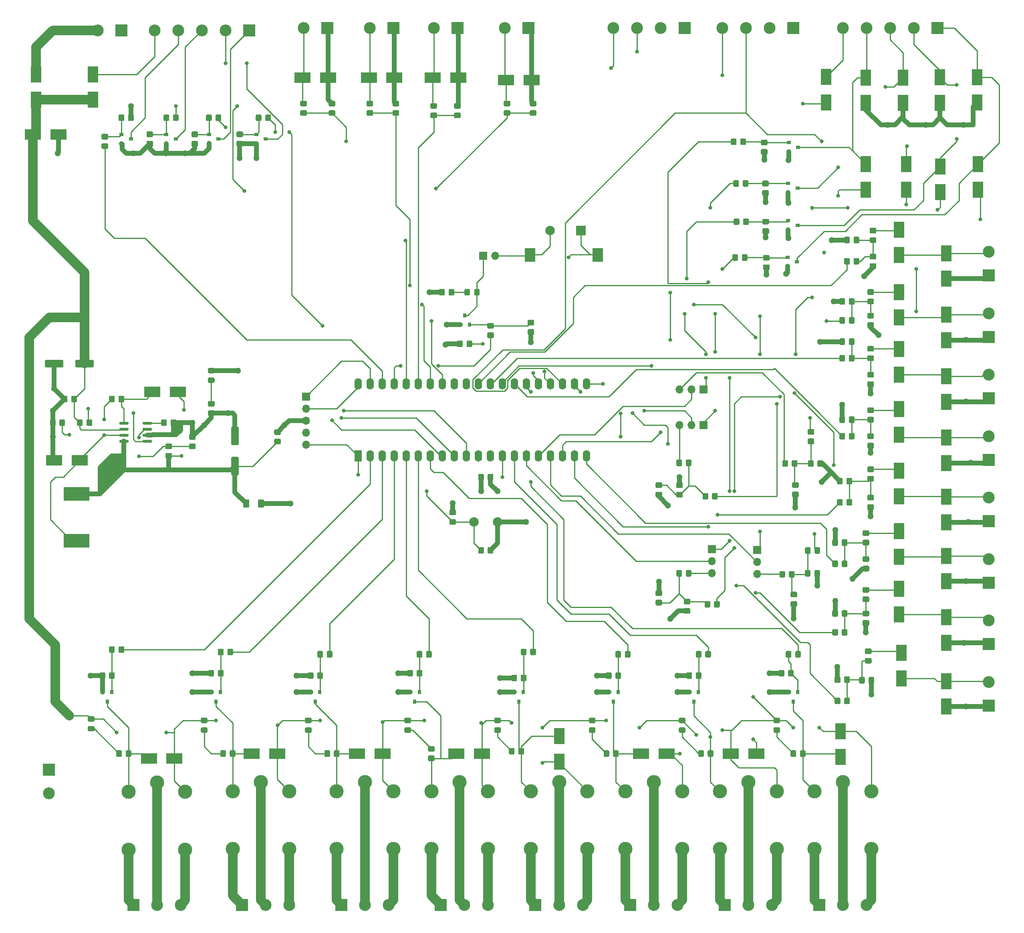
<source format=gtl>
%TF.GenerationSoftware,KiCad,Pcbnew,(5.1.10)-1*%
%TF.CreationDate,2022-01-12T07:46:51+01:00*%
%TF.ProjectId,automate,6175746f-6d61-4746-952e-6b696361645f,rev?*%
%TF.SameCoordinates,Original*%
%TF.FileFunction,Copper,L1,Top*%
%TF.FilePolarity,Positive*%
%FSLAX46Y46*%
G04 Gerber Fmt 4.6, Leading zero omitted, Abs format (unit mm)*
G04 Created by KiCad (PCBNEW (5.1.10)-1) date 2022-01-12 07:46:51*
%MOMM*%
%LPD*%
G01*
G04 APERTURE LIST*
%TA.AperFunction,ComponentPad*%
%ADD10C,2.000000*%
%TD*%
%TA.AperFunction,ComponentPad*%
%ADD11R,2.000000X2.000000*%
%TD*%
%TA.AperFunction,SMDPad,CuDef*%
%ADD12R,3.500000X2.300000*%
%TD*%
%TA.AperFunction,SMDPad,CuDef*%
%ADD13R,2.300000X3.500000*%
%TD*%
%TA.AperFunction,ComponentPad*%
%ADD14C,2.500000*%
%TD*%
%TA.AperFunction,ComponentPad*%
%ADD15R,2.500000X2.500000*%
%TD*%
%TA.AperFunction,ComponentPad*%
%ADD16R,1.600000X2.400000*%
%TD*%
%TA.AperFunction,ComponentPad*%
%ADD17O,1.600000X2.400000*%
%TD*%
%TA.AperFunction,ComponentPad*%
%ADD18C,3.000000*%
%TD*%
%TA.AperFunction,SMDPad,CuDef*%
%ADD19R,5.400000X2.900000*%
%TD*%
%TA.AperFunction,SMDPad,CuDef*%
%ADD20R,0.800000X0.900000*%
%TD*%
%TA.AperFunction,SMDPad,CuDef*%
%ADD21R,0.900000X0.800000*%
%TD*%
%TA.AperFunction,ComponentPad*%
%ADD22R,1.700000X1.700000*%
%TD*%
%TA.AperFunction,ComponentPad*%
%ADD23O,1.700000X1.700000*%
%TD*%
%TA.AperFunction,SMDPad,CuDef*%
%ADD24R,2.200000X3.000000*%
%TD*%
%TA.AperFunction,ViaPad*%
%ADD25C,1.300000*%
%TD*%
%TA.AperFunction,ViaPad*%
%ADD26C,0.800000*%
%TD*%
%TA.AperFunction,Conductor*%
%ADD27C,1.000000*%
%TD*%
%TA.AperFunction,Conductor*%
%ADD28C,2.000000*%
%TD*%
%TA.AperFunction,Conductor*%
%ADD29C,0.250000*%
%TD*%
G04 APERTURE END LIST*
D10*
%TO.P,BZ2,2*%
%TO.N,Net-(BZ1-Pad2)*%
X181100000Y-69900000D03*
D11*
%TO.P,BZ2,1*%
%TO.N,Net-(BZ1-Pad1)*%
X187600000Y-69900000D03*
%TD*%
D10*
%TO.P,SW1,1*%
%TO.N,GND*%
X170000000Y-131500000D03*
%TO.P,SW1,2*%
%TO.N,/Logique/Vpp*%
X165000000Y-131500000D03*
%TD*%
%TO.P,C2,2*%
%TO.N,GND*%
%TA.AperFunction,SMDPad,CuDef*%
G36*
G01*
X79100000Y-105049999D02*
X79100000Y-105950001D01*
G75*
G02*
X78850001Y-106200000I-249999J0D01*
G01*
X78149999Y-106200000D01*
G75*
G02*
X77900000Y-105950001I0J249999D01*
G01*
X77900000Y-105049999D01*
G75*
G02*
X78149999Y-104800000I249999J0D01*
G01*
X78850001Y-104800000D01*
G75*
G02*
X79100000Y-105049999I0J-249999D01*
G01*
G37*
%TD.AperFunction*%
%TO.P,C2,1*%
%TO.N,+12V*%
%TA.AperFunction,SMDPad,CuDef*%
G36*
G01*
X81100000Y-105049999D02*
X81100000Y-105950001D01*
G75*
G02*
X80850001Y-106200000I-249999J0D01*
G01*
X80149999Y-106200000D01*
G75*
G02*
X79900000Y-105950001I0J249999D01*
G01*
X79900000Y-105049999D01*
G75*
G02*
X80149999Y-104800000I249999J0D01*
G01*
X80850001Y-104800000D01*
G75*
G02*
X81100000Y-105049999I0J-249999D01*
G01*
G37*
%TD.AperFunction*%
%TD*%
%TO.P,C3,1*%
%TO.N,Net-(C3-Pad1)*%
%TA.AperFunction,SMDPad,CuDef*%
G36*
G01*
X98900000Y-110950001D02*
X98900000Y-110049999D01*
G75*
G02*
X99149999Y-109800000I249999J0D01*
G01*
X99850001Y-109800000D01*
G75*
G02*
X100100000Y-110049999I0J-249999D01*
G01*
X100100000Y-110950001D01*
G75*
G02*
X99850001Y-111200000I-249999J0D01*
G01*
X99149999Y-111200000D01*
G75*
G02*
X98900000Y-110950001I0J249999D01*
G01*
G37*
%TD.AperFunction*%
%TO.P,C3,2*%
%TO.N,GND*%
%TA.AperFunction,SMDPad,CuDef*%
G36*
G01*
X100900000Y-110950001D02*
X100900000Y-110049999D01*
G75*
G02*
X101149999Y-109800000I249999J0D01*
G01*
X101850001Y-109800000D01*
G75*
G02*
X102100000Y-110049999I0J-249999D01*
G01*
X102100000Y-110950001D01*
G75*
G02*
X101850001Y-111200000I-249999J0D01*
G01*
X101149999Y-111200000D01*
G75*
G02*
X100900000Y-110950001I0J249999D01*
G01*
G37*
%TD.AperFunction*%
%TD*%
%TO.P,C4,2*%
%TO.N,Net-(C4-Pad2)*%
%TA.AperFunction,SMDPad,CuDef*%
G36*
G01*
X89100000Y-105049999D02*
X89100000Y-105950001D01*
G75*
G02*
X88850001Y-106200000I-249999J0D01*
G01*
X88149999Y-106200000D01*
G75*
G02*
X87900000Y-105950001I0J249999D01*
G01*
X87900000Y-105049999D01*
G75*
G02*
X88149999Y-104800000I249999J0D01*
G01*
X88850001Y-104800000D01*
G75*
G02*
X89100000Y-105049999I0J-249999D01*
G01*
G37*
%TD.AperFunction*%
%TO.P,C4,1*%
%TO.N,Net-(C4-Pad1)*%
%TA.AperFunction,SMDPad,CuDef*%
G36*
G01*
X91100000Y-105049999D02*
X91100000Y-105950001D01*
G75*
G02*
X90850001Y-106200000I-249999J0D01*
G01*
X90149999Y-106200000D01*
G75*
G02*
X89900000Y-105950001I0J249999D01*
G01*
X89900000Y-105049999D01*
G75*
G02*
X90149999Y-104800000I249999J0D01*
G01*
X90850001Y-104800000D01*
G75*
G02*
X91100000Y-105049999I0J-249999D01*
G01*
G37*
%TD.AperFunction*%
%TD*%
%TO.P,C6,1*%
%TO.N,Net-(C5-Pad1)*%
%TA.AperFunction,SMDPad,CuDef*%
G36*
G01*
X123950001Y-115100000D02*
X123049999Y-115100000D01*
G75*
G02*
X122800000Y-114850001I0J249999D01*
G01*
X122800000Y-114149999D01*
G75*
G02*
X123049999Y-113900000I249999J0D01*
G01*
X123950001Y-113900000D01*
G75*
G02*
X124200000Y-114149999I0J-249999D01*
G01*
X124200000Y-114850001D01*
G75*
G02*
X123950001Y-115100000I-249999J0D01*
G01*
G37*
%TD.AperFunction*%
%TO.P,C6,2*%
%TO.N,GND*%
%TA.AperFunction,SMDPad,CuDef*%
G36*
G01*
X123950001Y-113100000D02*
X123049999Y-113100000D01*
G75*
G02*
X122800000Y-112850001I0J249999D01*
G01*
X122800000Y-112149999D01*
G75*
G02*
X123049999Y-111900000I249999J0D01*
G01*
X123950001Y-111900000D01*
G75*
G02*
X124200000Y-112149999I0J-249999D01*
G01*
X124200000Y-112850001D01*
G75*
G02*
X123950001Y-113100000I-249999J0D01*
G01*
G37*
%TD.AperFunction*%
%TD*%
%TO.P,C7,2*%
%TO.N,VCC*%
%TA.AperFunction,SMDPad,CuDef*%
G36*
G01*
X167100000Y-121549999D02*
X167100000Y-122450001D01*
G75*
G02*
X166850001Y-122700000I-249999J0D01*
G01*
X166149999Y-122700000D01*
G75*
G02*
X165900000Y-122450001I0J249999D01*
G01*
X165900000Y-121549999D01*
G75*
G02*
X166149999Y-121300000I249999J0D01*
G01*
X166850001Y-121300000D01*
G75*
G02*
X167100000Y-121549999I0J-249999D01*
G01*
G37*
%TD.AperFunction*%
%TO.P,C7,1*%
%TO.N,GND*%
%TA.AperFunction,SMDPad,CuDef*%
G36*
G01*
X169100000Y-121549999D02*
X169100000Y-122450001D01*
G75*
G02*
X168850001Y-122700000I-249999J0D01*
G01*
X168149999Y-122700000D01*
G75*
G02*
X167900000Y-122450001I0J249999D01*
G01*
X167900000Y-121549999D01*
G75*
G02*
X168149999Y-121300000I249999J0D01*
G01*
X168850001Y-121300000D01*
G75*
G02*
X169100000Y-121549999I0J-249999D01*
G01*
G37*
%TD.AperFunction*%
%TD*%
%TO.P,C8,2*%
%TO.N,GND*%
%TA.AperFunction,SMDPad,CuDef*%
G36*
G01*
X167900000Y-137950001D02*
X167900000Y-137049999D01*
G75*
G02*
X168149999Y-136800000I249999J0D01*
G01*
X168850001Y-136800000D01*
G75*
G02*
X169100000Y-137049999I0J-249999D01*
G01*
X169100000Y-137950001D01*
G75*
G02*
X168850001Y-138200000I-249999J0D01*
G01*
X168149999Y-138200000D01*
G75*
G02*
X167900000Y-137950001I0J249999D01*
G01*
G37*
%TD.AperFunction*%
%TO.P,C8,1*%
%TO.N,/Logique/Vpp*%
%TA.AperFunction,SMDPad,CuDef*%
G36*
G01*
X165900000Y-137950001D02*
X165900000Y-137049999D01*
G75*
G02*
X166149999Y-136800000I249999J0D01*
G01*
X166850001Y-136800000D01*
G75*
G02*
X167100000Y-137049999I0J-249999D01*
G01*
X167100000Y-137950001D01*
G75*
G02*
X166850001Y-138200000I-249999J0D01*
G01*
X166149999Y-138200000D01*
G75*
G02*
X165900000Y-137950001I0J249999D01*
G01*
G37*
%TD.AperFunction*%
%TD*%
%TO.P,C9,1*%
%TO.N,Net-(C9-Pad1)*%
%TA.AperFunction,SMDPad,CuDef*%
G36*
G01*
X246400000Y-165450001D02*
X246400000Y-164549999D01*
G75*
G02*
X246649999Y-164300000I249999J0D01*
G01*
X247350001Y-164300000D01*
G75*
G02*
X247600000Y-164549999I0J-249999D01*
G01*
X247600000Y-165450001D01*
G75*
G02*
X247350001Y-165700000I-249999J0D01*
G01*
X246649999Y-165700000D01*
G75*
G02*
X246400000Y-165450001I0J249999D01*
G01*
G37*
%TD.AperFunction*%
%TO.P,C9,2*%
%TO.N,GND*%
%TA.AperFunction,SMDPad,CuDef*%
G36*
G01*
X248400000Y-165450001D02*
X248400000Y-164549999D01*
G75*
G02*
X248649999Y-164300000I249999J0D01*
G01*
X249350001Y-164300000D01*
G75*
G02*
X249600000Y-164549999I0J-249999D01*
G01*
X249600000Y-165450001D01*
G75*
G02*
X249350001Y-165700000I-249999J0D01*
G01*
X248649999Y-165700000D01*
G75*
G02*
X248400000Y-165450001I0J249999D01*
G01*
G37*
%TD.AperFunction*%
%TD*%
%TO.P,C10,1*%
%TO.N,Net-(C10-Pad1)*%
%TA.AperFunction,SMDPad,CuDef*%
G36*
G01*
X247389599Y-150262800D02*
X248289601Y-150262800D01*
G75*
G02*
X248539600Y-150512799I0J-249999D01*
G01*
X248539600Y-151212801D01*
G75*
G02*
X248289601Y-151462800I-249999J0D01*
G01*
X247389599Y-151462800D01*
G75*
G02*
X247139600Y-151212801I0J249999D01*
G01*
X247139600Y-150512799D01*
G75*
G02*
X247389599Y-150262800I249999J0D01*
G01*
G37*
%TD.AperFunction*%
%TO.P,C10,2*%
%TO.N,GND*%
%TA.AperFunction,SMDPad,CuDef*%
G36*
G01*
X247389599Y-152262800D02*
X248289601Y-152262800D01*
G75*
G02*
X248539600Y-152512799I0J-249999D01*
G01*
X248539600Y-153212801D01*
G75*
G02*
X248289601Y-153462800I-249999J0D01*
G01*
X247389599Y-153462800D01*
G75*
G02*
X247139600Y-153212801I0J249999D01*
G01*
X247139600Y-152512799D01*
G75*
G02*
X247389599Y-152262800I249999J0D01*
G01*
G37*
%TD.AperFunction*%
%TD*%
%TO.P,C11,1*%
%TO.N,Net-(C11-Pad1)*%
%TA.AperFunction,SMDPad,CuDef*%
G36*
G01*
X247389599Y-138762800D02*
X248289601Y-138762800D01*
G75*
G02*
X248539600Y-139012799I0J-249999D01*
G01*
X248539600Y-139712801D01*
G75*
G02*
X248289601Y-139962800I-249999J0D01*
G01*
X247389599Y-139962800D01*
G75*
G02*
X247139600Y-139712801I0J249999D01*
G01*
X247139600Y-139012799D01*
G75*
G02*
X247389599Y-138762800I249999J0D01*
G01*
G37*
%TD.AperFunction*%
%TO.P,C11,2*%
%TO.N,GND*%
%TA.AperFunction,SMDPad,CuDef*%
G36*
G01*
X247389599Y-140762800D02*
X248289601Y-140762800D01*
G75*
G02*
X248539600Y-141012799I0J-249999D01*
G01*
X248539600Y-141712801D01*
G75*
G02*
X248289601Y-141962800I-249999J0D01*
G01*
X247389599Y-141962800D01*
G75*
G02*
X247139600Y-141712801I0J249999D01*
G01*
X247139600Y-141012799D01*
G75*
G02*
X247389599Y-140762800I249999J0D01*
G01*
G37*
%TD.AperFunction*%
%TD*%
%TO.P,C12,2*%
%TO.N,GND*%
%TA.AperFunction,SMDPad,CuDef*%
G36*
G01*
X248389599Y-127762800D02*
X249289601Y-127762800D01*
G75*
G02*
X249539600Y-128012799I0J-249999D01*
G01*
X249539600Y-128712801D01*
G75*
G02*
X249289601Y-128962800I-249999J0D01*
G01*
X248389599Y-128962800D01*
G75*
G02*
X248139600Y-128712801I0J249999D01*
G01*
X248139600Y-128012799D01*
G75*
G02*
X248389599Y-127762800I249999J0D01*
G01*
G37*
%TD.AperFunction*%
%TO.P,C12,1*%
%TO.N,Net-(C12-Pad1)*%
%TA.AperFunction,SMDPad,CuDef*%
G36*
G01*
X248389599Y-125762800D02*
X249289601Y-125762800D01*
G75*
G02*
X249539600Y-126012799I0J-249999D01*
G01*
X249539600Y-126712801D01*
G75*
G02*
X249289601Y-126962800I-249999J0D01*
G01*
X248389599Y-126962800D01*
G75*
G02*
X248139600Y-126712801I0J249999D01*
G01*
X248139600Y-126012799D01*
G75*
G02*
X248389599Y-125762800I249999J0D01*
G01*
G37*
%TD.AperFunction*%
%TD*%
%TO.P,C13,2*%
%TO.N,GND*%
%TA.AperFunction,SMDPad,CuDef*%
G36*
G01*
X248389599Y-114762800D02*
X249289601Y-114762800D01*
G75*
G02*
X249539600Y-115012799I0J-249999D01*
G01*
X249539600Y-115712801D01*
G75*
G02*
X249289601Y-115962800I-249999J0D01*
G01*
X248389599Y-115962800D01*
G75*
G02*
X248139600Y-115712801I0J249999D01*
G01*
X248139600Y-115012799D01*
G75*
G02*
X248389599Y-114762800I249999J0D01*
G01*
G37*
%TD.AperFunction*%
%TO.P,C13,1*%
%TO.N,Net-(C13-Pad1)*%
%TA.AperFunction,SMDPad,CuDef*%
G36*
G01*
X248389599Y-112762800D02*
X249289601Y-112762800D01*
G75*
G02*
X249539600Y-113012799I0J-249999D01*
G01*
X249539600Y-113712801D01*
G75*
G02*
X249289601Y-113962800I-249999J0D01*
G01*
X248389599Y-113962800D01*
G75*
G02*
X248139600Y-113712801I0J249999D01*
G01*
X248139600Y-113012799D01*
G75*
G02*
X248389599Y-112762800I249999J0D01*
G01*
G37*
%TD.AperFunction*%
%TD*%
%TO.P,C14,2*%
%TO.N,GND*%
%TA.AperFunction,SMDPad,CuDef*%
G36*
G01*
X248389599Y-101762800D02*
X249289601Y-101762800D01*
G75*
G02*
X249539600Y-102012799I0J-249999D01*
G01*
X249539600Y-102712801D01*
G75*
G02*
X249289601Y-102962800I-249999J0D01*
G01*
X248389599Y-102962800D01*
G75*
G02*
X248139600Y-102712801I0J249999D01*
G01*
X248139600Y-102012799D01*
G75*
G02*
X248389599Y-101762800I249999J0D01*
G01*
G37*
%TD.AperFunction*%
%TO.P,C14,1*%
%TO.N,Net-(C14-Pad1)*%
%TA.AperFunction,SMDPad,CuDef*%
G36*
G01*
X248389599Y-99762800D02*
X249289601Y-99762800D01*
G75*
G02*
X249539600Y-100012799I0J-249999D01*
G01*
X249539600Y-100712801D01*
G75*
G02*
X249289601Y-100962800I-249999J0D01*
G01*
X248389599Y-100962800D01*
G75*
G02*
X248139600Y-100712801I0J249999D01*
G01*
X248139600Y-100012799D01*
G75*
G02*
X248389599Y-99762800I249999J0D01*
G01*
G37*
%TD.AperFunction*%
%TD*%
%TO.P,C15,2*%
%TO.N,GND*%
%TA.AperFunction,SMDPad,CuDef*%
G36*
G01*
X248389599Y-89262800D02*
X249289601Y-89262800D01*
G75*
G02*
X249539600Y-89512799I0J-249999D01*
G01*
X249539600Y-90212801D01*
G75*
G02*
X249289601Y-90462800I-249999J0D01*
G01*
X248389599Y-90462800D01*
G75*
G02*
X248139600Y-90212801I0J249999D01*
G01*
X248139600Y-89512799D01*
G75*
G02*
X248389599Y-89262800I249999J0D01*
G01*
G37*
%TD.AperFunction*%
%TO.P,C15,1*%
%TO.N,Net-(C15-Pad1)*%
%TA.AperFunction,SMDPad,CuDef*%
G36*
G01*
X248389599Y-87262800D02*
X249289601Y-87262800D01*
G75*
G02*
X249539600Y-87512799I0J-249999D01*
G01*
X249539600Y-88212801D01*
G75*
G02*
X249289601Y-88462800I-249999J0D01*
G01*
X248389599Y-88462800D01*
G75*
G02*
X248139600Y-88212801I0J249999D01*
G01*
X248139600Y-87512799D01*
G75*
G02*
X248389599Y-87262800I249999J0D01*
G01*
G37*
%TD.AperFunction*%
%TD*%
%TO.P,C16,1*%
%TO.N,Net-(C16-Pad1)*%
%TA.AperFunction,SMDPad,CuDef*%
G36*
G01*
X248889599Y-74762800D02*
X249789601Y-74762800D01*
G75*
G02*
X250039600Y-75012799I0J-249999D01*
G01*
X250039600Y-75712801D01*
G75*
G02*
X249789601Y-75962800I-249999J0D01*
G01*
X248889599Y-75962800D01*
G75*
G02*
X248639600Y-75712801I0J249999D01*
G01*
X248639600Y-75012799D01*
G75*
G02*
X248889599Y-74762800I249999J0D01*
G01*
G37*
%TD.AperFunction*%
%TO.P,C16,2*%
%TO.N,GND*%
%TA.AperFunction,SMDPad,CuDef*%
G36*
G01*
X248889599Y-76762800D02*
X249789601Y-76762800D01*
G75*
G02*
X250039600Y-77012799I0J-249999D01*
G01*
X250039600Y-77712801D01*
G75*
G02*
X249789601Y-77962800I-249999J0D01*
G01*
X248889599Y-77962800D01*
G75*
G02*
X248639600Y-77712801I0J249999D01*
G01*
X248639600Y-77012799D01*
G75*
G02*
X248889599Y-76762800I249999J0D01*
G01*
G37*
%TD.AperFunction*%
%TD*%
D12*
%TO.P,D2,2*%
%TO.N,GND*%
X77200000Y-49500000D03*
%TO.P,D2,1*%
%TO.N,+12V*%
X71800000Y-49500000D03*
%TD*%
%TO.P,D14,1*%
%TO.N,Net-(D14-Pad1)*%
X161300000Y-180500000D03*
%TO.P,D14,2*%
%TO.N,+12V*%
X166700000Y-180500000D03*
%TD*%
D13*
%TO.P,D23,2*%
%TO.N,GND*%
X264839600Y-170562800D03*
%TO.P,D23,1*%
%TO.N,Net-(D23-Pad1)*%
X264839600Y-165162800D03*
%TD*%
%TO.P,D24,2*%
%TO.N,GND*%
X264839600Y-157062800D03*
%TO.P,D24,1*%
%TO.N,Net-(D24-Pad1)*%
X264839600Y-151662800D03*
%TD*%
%TO.P,D25,2*%
%TO.N,GND*%
X264839600Y-144062800D03*
%TO.P,D25,1*%
%TO.N,Net-(D25-Pad1)*%
X264839600Y-138662800D03*
%TD*%
%TO.P,D26,1*%
%TO.N,Net-(D26-Pad1)*%
X264839600Y-126162800D03*
%TO.P,D26,2*%
%TO.N,GND*%
X264839600Y-131562800D03*
%TD*%
%TO.P,D31,1*%
%TO.N,Net-(D31-Pad1)*%
X264839600Y-113662800D03*
%TO.P,D31,2*%
%TO.N,GND*%
X264839600Y-119062800D03*
%TD*%
%TO.P,D32,2*%
%TO.N,GND*%
X264839600Y-106062800D03*
%TO.P,D32,1*%
%TO.N,Net-(D32-Pad1)*%
X264839600Y-100662800D03*
%TD*%
%TO.P,D33,2*%
%TO.N,GND*%
X264839600Y-93062800D03*
%TO.P,D33,1*%
%TO.N,Net-(D33-Pad1)*%
X264839600Y-87662800D03*
%TD*%
%TO.P,D34,1*%
%TO.N,Net-(D34-Pad1)*%
X264839600Y-74662800D03*
%TO.P,D34,2*%
%TO.N,GND*%
X264839600Y-80062800D03*
%TD*%
D12*
%TO.P,D39,2*%
%TO.N,GND*%
X134200000Y-37500000D03*
%TO.P,D39,1*%
%TO.N,Net-(D39-Pad1)*%
X128800000Y-37500000D03*
%TD*%
%TO.P,D40,2*%
%TO.N,GND*%
X148200000Y-37500000D03*
%TO.P,D40,1*%
%TO.N,Net-(D40-Pad1)*%
X142800000Y-37500000D03*
%TD*%
%TO.P,D41,2*%
%TO.N,GND*%
X161700000Y-37500000D03*
%TO.P,D41,1*%
%TO.N,Net-(D41-Pad1)*%
X156300000Y-37500000D03*
%TD*%
%TO.P,D42,1*%
%TO.N,Net-(D42-Pad1)*%
X171800000Y-38000000D03*
%TO.P,D42,2*%
%TO.N,GND*%
X177200000Y-38000000D03*
%TD*%
D14*
%TO.P,J1,2*%
%TO.N,Net-(D1-Pad1)*%
X85500000Y-27500000D03*
D15*
%TO.P,J1,1*%
%TO.N,GND*%
X90500000Y-27500000D03*
%TD*%
D14*
%TO.P,J3,4*%
%TO.N,Net-(J3-Pad4)*%
X217500000Y-27000000D03*
D15*
%TO.P,J3,1*%
%TO.N,GND*%
X232500000Y-27000000D03*
D14*
%TO.P,J3,2*%
%TO.N,VCC*%
X227500000Y-27000000D03*
%TO.P,J3,3*%
%TO.N,Net-(J3-Pad3)*%
X222500000Y-27000000D03*
%TD*%
%TO.P,J4,3*%
%TO.N,Net-(J4-Pad3)*%
X199500000Y-27000000D03*
%TO.P,J4,2*%
%TO.N,VCC*%
X204500000Y-27000000D03*
D15*
%TO.P,J4,1*%
%TO.N,GND*%
X209500000Y-27000000D03*
D14*
%TO.P,J4,4*%
%TO.N,Net-(J4-Pad4)*%
X194500000Y-27000000D03*
%TD*%
D15*
%TO.P,J5,1*%
%TO.N,Net-(J5-Pad1)*%
X93000000Y-212500000D03*
D14*
%TO.P,J5,2*%
%TO.N,Net-(J5-Pad2)*%
X98000000Y-212500000D03*
%TO.P,J5,3*%
%TO.N,Net-(J5-Pad3)*%
X103000000Y-212500000D03*
%TD*%
D15*
%TO.P,J6,1*%
%TO.N,Net-(J6-Pad1)*%
X116000000Y-212500000D03*
D14*
%TO.P,J6,2*%
%TO.N,Net-(J6-Pad2)*%
X121000000Y-212500000D03*
%TO.P,J6,3*%
%TO.N,Net-(J6-Pad3)*%
X126000000Y-212500000D03*
%TD*%
D15*
%TO.P,J7,1*%
%TO.N,Net-(J7-Pad1)*%
X137000000Y-212500000D03*
D14*
%TO.P,J7,2*%
%TO.N,Net-(J7-Pad2)*%
X142000000Y-212500000D03*
%TO.P,J7,3*%
%TO.N,Net-(J7-Pad3)*%
X147000000Y-212500000D03*
%TD*%
%TO.P,J8,3*%
%TO.N,Net-(J8-Pad3)*%
X168000000Y-212500000D03*
%TO.P,J8,2*%
%TO.N,Net-(J8-Pad2)*%
X163000000Y-212500000D03*
D15*
%TO.P,J8,1*%
%TO.N,Net-(J8-Pad1)*%
X158000000Y-212500000D03*
%TD*%
%TO.P,J9,1*%
%TO.N,Net-(J9-Pad1)*%
X178000000Y-212500000D03*
D14*
%TO.P,J9,2*%
%TO.N,Net-(J9-Pad2)*%
X183000000Y-212500000D03*
%TO.P,J9,3*%
%TO.N,Net-(J9-Pad3)*%
X188000000Y-212500000D03*
%TD*%
%TO.P,J10,3*%
%TO.N,Net-(J10-Pad3)*%
X208000000Y-212500000D03*
%TO.P,J10,2*%
%TO.N,Net-(J10-Pad2)*%
X203000000Y-212500000D03*
D15*
%TO.P,J10,1*%
%TO.N,Net-(J10-Pad1)*%
X198000000Y-212500000D03*
%TD*%
D14*
%TO.P,J11,3*%
%TO.N,Net-(J11-Pad3)*%
X228000000Y-212500000D03*
%TO.P,J11,2*%
%TO.N,Net-(J11-Pad2)*%
X223000000Y-212500000D03*
D15*
%TO.P,J11,1*%
%TO.N,Net-(J11-Pad1)*%
X218000000Y-212500000D03*
%TD*%
D14*
%TO.P,J12,3*%
%TO.N,Net-(J12-Pad3)*%
X248000000Y-212500000D03*
%TO.P,J12,2*%
%TO.N,Net-(J12-Pad2)*%
X243000000Y-212500000D03*
D15*
%TO.P,J12,1*%
%TO.N,Net-(J12-Pad1)*%
X238000000Y-212500000D03*
%TD*%
D14*
%TO.P,J13,2*%
%TO.N,Net-(D23-Pad1)*%
X273839600Y-165362800D03*
D15*
%TO.P,J13,1*%
%TO.N,GND*%
X273839600Y-170362800D03*
%TD*%
D14*
%TO.P,J14,2*%
%TO.N,Net-(D24-Pad1)*%
X273839600Y-152362800D03*
D15*
%TO.P,J14,1*%
%TO.N,GND*%
X273839600Y-157362800D03*
%TD*%
D14*
%TO.P,J15,2*%
%TO.N,Net-(D25-Pad1)*%
X273839600Y-139362800D03*
D15*
%TO.P,J15,1*%
%TO.N,GND*%
X273839600Y-144362800D03*
%TD*%
%TO.P,J16,1*%
%TO.N,GND*%
X273839600Y-131362800D03*
D14*
%TO.P,J16,2*%
%TO.N,Net-(D26-Pad1)*%
X273839600Y-126362800D03*
%TD*%
%TO.P,J17,2*%
%TO.N,Net-(D31-Pad1)*%
X273839600Y-113362800D03*
D15*
%TO.P,J17,1*%
%TO.N,GND*%
X273839600Y-118362800D03*
%TD*%
%TO.P,J18,1*%
%TO.N,GND*%
X273839600Y-105362800D03*
D14*
%TO.P,J18,2*%
%TO.N,Net-(D32-Pad1)*%
X273839600Y-100362800D03*
%TD*%
D15*
%TO.P,J19,1*%
%TO.N,GND*%
X273839600Y-92362800D03*
D14*
%TO.P,J19,2*%
%TO.N,Net-(D33-Pad1)*%
X273839600Y-87362800D03*
%TD*%
%TO.P,J20,2*%
%TO.N,Net-(D34-Pad1)*%
X273839600Y-74362800D03*
D15*
%TO.P,J20,1*%
%TO.N,GND*%
X273839600Y-79362800D03*
%TD*%
%TO.P,J21,1*%
%TO.N,GND*%
X134000000Y-27000000D03*
D14*
%TO.P,J21,2*%
%TO.N,Net-(D39-Pad1)*%
X129000000Y-27000000D03*
%TD*%
D15*
%TO.P,J22,1*%
%TO.N,GND*%
X148000000Y-27000000D03*
D14*
%TO.P,J22,2*%
%TO.N,Net-(D40-Pad1)*%
X143000000Y-27000000D03*
%TD*%
D15*
%TO.P,J23,1*%
%TO.N,GND*%
X161500000Y-27000000D03*
D14*
%TO.P,J23,2*%
%TO.N,Net-(D41-Pad1)*%
X156500000Y-27000000D03*
%TD*%
%TO.P,J24,2*%
%TO.N,Net-(D42-Pad1)*%
X171500000Y-27000000D03*
D15*
%TO.P,J24,1*%
%TO.N,GND*%
X176500000Y-27000000D03*
%TD*%
D14*
%TO.P,J25,4*%
%TO.N,Net-(J25-Pad4)*%
X102500000Y-27500000D03*
D15*
%TO.P,J25,1*%
%TO.N,Net-(J25-Pad1)*%
X117500000Y-27500000D03*
D14*
%TO.P,J25,2*%
%TO.N,Net-(J25-Pad2)*%
X112500000Y-27500000D03*
%TO.P,J25,3*%
%TO.N,Net-(J25-Pad3)*%
X107500000Y-27500000D03*
%TO.P,J25,5*%
%TO.N,Net-(D13-Pad2)*%
X97500000Y-27500000D03*
%TD*%
%TO.P,R1,2*%
%TO.N,Net-(R1-Pad2)*%
%TA.AperFunction,SMDPad,CuDef*%
G36*
G01*
X83125001Y-110950001D02*
X83125001Y-110049999D01*
G75*
G02*
X83375000Y-109800000I249999J0D01*
G01*
X84075002Y-109800000D01*
G75*
G02*
X84325001Y-110049999I0J-249999D01*
G01*
X84325001Y-110950001D01*
G75*
G02*
X84075002Y-111200000I-249999J0D01*
G01*
X83375000Y-111200000D01*
G75*
G02*
X83125001Y-110950001I0J249999D01*
G01*
G37*
%TD.AperFunction*%
%TO.P,R1,1*%
%TO.N,+12V*%
%TA.AperFunction,SMDPad,CuDef*%
G36*
G01*
X81125001Y-110950001D02*
X81125001Y-110049999D01*
G75*
G02*
X81375000Y-109800000I249999J0D01*
G01*
X82075002Y-109800000D01*
G75*
G02*
X82325001Y-110049999I0J-249999D01*
G01*
X82325001Y-110950001D01*
G75*
G02*
X82075002Y-111200000I-249999J0D01*
G01*
X81375000Y-111200000D01*
G75*
G02*
X81125001Y-110950001I0J249999D01*
G01*
G37*
%TD.AperFunction*%
%TD*%
%TO.P,R2,1*%
%TO.N,Net-(R1-Pad2)*%
%TA.AperFunction,SMDPad,CuDef*%
G36*
G01*
X78600000Y-110049999D02*
X78600000Y-110950001D01*
G75*
G02*
X78350001Y-111200000I-249999J0D01*
G01*
X77649999Y-111200000D01*
G75*
G02*
X77400000Y-110950001I0J249999D01*
G01*
X77400000Y-110049999D01*
G75*
G02*
X77649999Y-109800000I249999J0D01*
G01*
X78350001Y-109800000D01*
G75*
G02*
X78600000Y-110049999I0J-249999D01*
G01*
G37*
%TD.AperFunction*%
%TO.P,R2,2*%
%TO.N,GND*%
%TA.AperFunction,SMDPad,CuDef*%
G36*
G01*
X76600000Y-110049999D02*
X76600000Y-110950001D01*
G75*
G02*
X76350001Y-111200000I-249999J0D01*
G01*
X75649999Y-111200000D01*
G75*
G02*
X75400000Y-110950001I0J249999D01*
G01*
X75400000Y-110049999D01*
G75*
G02*
X75649999Y-109800000I249999J0D01*
G01*
X76350001Y-109800000D01*
G75*
G02*
X76600000Y-110049999I0J-249999D01*
G01*
G37*
%TD.AperFunction*%
%TD*%
%TO.P,R3,2*%
%TO.N,Net-(R3-Pad2)*%
%TA.AperFunction,SMDPad,CuDef*%
G36*
G01*
X100950001Y-116100000D02*
X100049999Y-116100000D01*
G75*
G02*
X99800000Y-115850001I0J249999D01*
G01*
X99800000Y-115149999D01*
G75*
G02*
X100049999Y-114900000I249999J0D01*
G01*
X100950001Y-114900000D01*
G75*
G02*
X101200000Y-115149999I0J-249999D01*
G01*
X101200000Y-115850001D01*
G75*
G02*
X100950001Y-116100000I-249999J0D01*
G01*
G37*
%TD.AperFunction*%
%TO.P,R3,1*%
%TO.N,Net-(C5-Pad1)*%
%TA.AperFunction,SMDPad,CuDef*%
G36*
G01*
X100950001Y-118100000D02*
X100049999Y-118100000D01*
G75*
G02*
X99800000Y-117850001I0J249999D01*
G01*
X99800000Y-117149999D01*
G75*
G02*
X100049999Y-116900000I249999J0D01*
G01*
X100950001Y-116900000D01*
G75*
G02*
X101200000Y-117149999I0J-249999D01*
G01*
X101200000Y-117850001D01*
G75*
G02*
X100950001Y-118100000I-249999J0D01*
G01*
G37*
%TD.AperFunction*%
%TD*%
%TO.P,R4,2*%
%TO.N,GND*%
%TA.AperFunction,SMDPad,CuDef*%
G36*
G01*
X105950001Y-114100000D02*
X105049999Y-114100000D01*
G75*
G02*
X104800000Y-113850001I0J249999D01*
G01*
X104800000Y-113149999D01*
G75*
G02*
X105049999Y-112900000I249999J0D01*
G01*
X105950001Y-112900000D01*
G75*
G02*
X106200000Y-113149999I0J-249999D01*
G01*
X106200000Y-113850001D01*
G75*
G02*
X105950001Y-114100000I-249999J0D01*
G01*
G37*
%TD.AperFunction*%
%TO.P,R4,1*%
%TO.N,Net-(R3-Pad2)*%
%TA.AperFunction,SMDPad,CuDef*%
G36*
G01*
X105950001Y-116100000D02*
X105049999Y-116100000D01*
G75*
G02*
X104800000Y-115850001I0J249999D01*
G01*
X104800000Y-115149999D01*
G75*
G02*
X105049999Y-114900000I249999J0D01*
G01*
X105950001Y-114900000D01*
G75*
G02*
X106200000Y-115149999I0J-249999D01*
G01*
X106200000Y-115850001D01*
G75*
G02*
X105950001Y-116100000I-249999J0D01*
G01*
G37*
%TD.AperFunction*%
%TD*%
%TO.P,R5,2*%
%TO.N,GND*%
%TA.AperFunction,SMDPad,CuDef*%
G36*
G01*
X109049999Y-107900000D02*
X109950001Y-107900000D01*
G75*
G02*
X110200000Y-108149999I0J-249999D01*
G01*
X110200000Y-108850001D01*
G75*
G02*
X109950001Y-109100000I-249999J0D01*
G01*
X109049999Y-109100000D01*
G75*
G02*
X108800000Y-108850001I0J249999D01*
G01*
X108800000Y-108149999D01*
G75*
G02*
X109049999Y-107900000I249999J0D01*
G01*
G37*
%TD.AperFunction*%
%TO.P,R5,1*%
%TO.N,Net-(D5-Pad1)*%
%TA.AperFunction,SMDPad,CuDef*%
G36*
G01*
X109049999Y-105900000D02*
X109950001Y-105900000D01*
G75*
G02*
X110200000Y-106149999I0J-249999D01*
G01*
X110200000Y-106850001D01*
G75*
G02*
X109950001Y-107100000I-249999J0D01*
G01*
X109049999Y-107100000D01*
G75*
G02*
X108800000Y-106850001I0J249999D01*
G01*
X108800000Y-106149999D01*
G75*
G02*
X109049999Y-105900000I249999J0D01*
G01*
G37*
%TD.AperFunction*%
%TD*%
%TO.P,R6,2*%
%TO.N,/Logique/Vpp*%
%TA.AperFunction,SMDPad,CuDef*%
G36*
G01*
X160049999Y-130900000D02*
X160950001Y-130900000D01*
G75*
G02*
X161200000Y-131149999I0J-249999D01*
G01*
X161200000Y-131850001D01*
G75*
G02*
X160950001Y-132100000I-249999J0D01*
G01*
X160049999Y-132100000D01*
G75*
G02*
X159800000Y-131850001I0J249999D01*
G01*
X159800000Y-131149999D01*
G75*
G02*
X160049999Y-130900000I249999J0D01*
G01*
G37*
%TD.AperFunction*%
%TO.P,R6,1*%
%TO.N,VCC*%
%TA.AperFunction,SMDPad,CuDef*%
G36*
G01*
X160049999Y-128900000D02*
X160950001Y-128900000D01*
G75*
G02*
X161200000Y-129149999I0J-249999D01*
G01*
X161200000Y-129850001D01*
G75*
G02*
X160950001Y-130100000I-249999J0D01*
G01*
X160049999Y-130100000D01*
G75*
G02*
X159800000Y-129850001I0J249999D01*
G01*
X159800000Y-129149999D01*
G75*
G02*
X160049999Y-128900000I249999J0D01*
G01*
G37*
%TD.AperFunction*%
%TD*%
%TO.P,R7,1*%
%TO.N,Net-(D6-Pad1)*%
%TA.AperFunction,SMDPad,CuDef*%
G36*
G01*
X89400000Y-180950001D02*
X89400000Y-180049999D01*
G75*
G02*
X89649999Y-179800000I249999J0D01*
G01*
X90350001Y-179800000D01*
G75*
G02*
X90600000Y-180049999I0J-249999D01*
G01*
X90600000Y-180950001D01*
G75*
G02*
X90350001Y-181200000I-249999J0D01*
G01*
X89649999Y-181200000D01*
G75*
G02*
X89400000Y-180950001I0J249999D01*
G01*
G37*
%TD.AperFunction*%
%TO.P,R7,2*%
%TO.N,Net-(D7-Pad1)*%
%TA.AperFunction,SMDPad,CuDef*%
G36*
G01*
X91400000Y-180950001D02*
X91400000Y-180049999D01*
G75*
G02*
X91649999Y-179800000I249999J0D01*
G01*
X92350001Y-179800000D01*
G75*
G02*
X92600000Y-180049999I0J-249999D01*
G01*
X92600000Y-180950001D01*
G75*
G02*
X92350001Y-181200000I-249999J0D01*
G01*
X91649999Y-181200000D01*
G75*
G02*
X91400000Y-180950001I0J249999D01*
G01*
G37*
%TD.AperFunction*%
%TD*%
%TO.P,R8,1*%
%TO.N,Net-(Q1-Pad2)*%
%TA.AperFunction,SMDPad,CuDef*%
G36*
G01*
X87900000Y-158950001D02*
X87900000Y-158049999D01*
G75*
G02*
X88149999Y-157800000I249999J0D01*
G01*
X88850001Y-157800000D01*
G75*
G02*
X89100000Y-158049999I0J-249999D01*
G01*
X89100000Y-158950001D01*
G75*
G02*
X88850001Y-159200000I-249999J0D01*
G01*
X88149999Y-159200000D01*
G75*
G02*
X87900000Y-158950001I0J249999D01*
G01*
G37*
%TD.AperFunction*%
%TO.P,R8,2*%
%TO.N,Rel1*%
%TA.AperFunction,SMDPad,CuDef*%
G36*
G01*
X89900000Y-158950001D02*
X89900000Y-158049999D01*
G75*
G02*
X90149999Y-157800000I249999J0D01*
G01*
X90850001Y-157800000D01*
G75*
G02*
X91100000Y-158049999I0J-249999D01*
G01*
X91100000Y-158950001D01*
G75*
G02*
X90850001Y-159200000I-249999J0D01*
G01*
X90149999Y-159200000D01*
G75*
G02*
X89900000Y-158950001I0J249999D01*
G01*
G37*
%TD.AperFunction*%
%TD*%
%TO.P,R9,2*%
%TO.N,Net-(Q1-Pad2)*%
%TA.AperFunction,SMDPad,CuDef*%
G36*
G01*
X87900000Y-164450001D02*
X87900000Y-163549999D01*
G75*
G02*
X88149999Y-163300000I249999J0D01*
G01*
X88850001Y-163300000D01*
G75*
G02*
X89100000Y-163549999I0J-249999D01*
G01*
X89100000Y-164450001D01*
G75*
G02*
X88850001Y-164700000I-249999J0D01*
G01*
X88149999Y-164700000D01*
G75*
G02*
X87900000Y-164450001I0J249999D01*
G01*
G37*
%TD.AperFunction*%
%TO.P,R9,1*%
%TO.N,GND*%
%TA.AperFunction,SMDPad,CuDef*%
G36*
G01*
X85900000Y-164450001D02*
X85900000Y-163549999D01*
G75*
G02*
X86149999Y-163300000I249999J0D01*
G01*
X86850001Y-163300000D01*
G75*
G02*
X87100000Y-163549999I0J-249999D01*
G01*
X87100000Y-164450001D01*
G75*
G02*
X86850001Y-164700000I-249999J0D01*
G01*
X86149999Y-164700000D01*
G75*
G02*
X85900000Y-164450001I0J249999D01*
G01*
G37*
%TD.AperFunction*%
%TD*%
%TO.P,R10,2*%
%TO.N,Net-(D9-Pad1)*%
%TA.AperFunction,SMDPad,CuDef*%
G36*
G01*
X113400000Y-180950001D02*
X113400000Y-180049999D01*
G75*
G02*
X113649999Y-179800000I249999J0D01*
G01*
X114350001Y-179800000D01*
G75*
G02*
X114600000Y-180049999I0J-249999D01*
G01*
X114600000Y-180950001D01*
G75*
G02*
X114350001Y-181200000I-249999J0D01*
G01*
X113649999Y-181200000D01*
G75*
G02*
X113400000Y-180950001I0J249999D01*
G01*
G37*
%TD.AperFunction*%
%TO.P,R10,1*%
%TO.N,Net-(D8-Pad1)*%
%TA.AperFunction,SMDPad,CuDef*%
G36*
G01*
X111400000Y-180950001D02*
X111400000Y-180049999D01*
G75*
G02*
X111649999Y-179800000I249999J0D01*
G01*
X112350001Y-179800000D01*
G75*
G02*
X112600000Y-180049999I0J-249999D01*
G01*
X112600000Y-180950001D01*
G75*
G02*
X112350001Y-181200000I-249999J0D01*
G01*
X111649999Y-181200000D01*
G75*
G02*
X111400000Y-180950001I0J249999D01*
G01*
G37*
%TD.AperFunction*%
%TD*%
%TO.P,R11,1*%
%TO.N,Net-(Q2-Pad2)*%
%TA.AperFunction,SMDPad,CuDef*%
G36*
G01*
X110900000Y-159450001D02*
X110900000Y-158549999D01*
G75*
G02*
X111149999Y-158300000I249999J0D01*
G01*
X111850001Y-158300000D01*
G75*
G02*
X112100000Y-158549999I0J-249999D01*
G01*
X112100000Y-159450001D01*
G75*
G02*
X111850001Y-159700000I-249999J0D01*
G01*
X111149999Y-159700000D01*
G75*
G02*
X110900000Y-159450001I0J249999D01*
G01*
G37*
%TD.AperFunction*%
%TO.P,R11,2*%
%TO.N,Rel2*%
%TA.AperFunction,SMDPad,CuDef*%
G36*
G01*
X112900000Y-159450001D02*
X112900000Y-158549999D01*
G75*
G02*
X113149999Y-158300000I249999J0D01*
G01*
X113850001Y-158300000D01*
G75*
G02*
X114100000Y-158549999I0J-249999D01*
G01*
X114100000Y-159450001D01*
G75*
G02*
X113850001Y-159700000I-249999J0D01*
G01*
X113149999Y-159700000D01*
G75*
G02*
X112900000Y-159450001I0J249999D01*
G01*
G37*
%TD.AperFunction*%
%TD*%
%TO.P,R12,1*%
%TO.N,GND*%
%TA.AperFunction,SMDPad,CuDef*%
G36*
G01*
X108900000Y-163950001D02*
X108900000Y-163049999D01*
G75*
G02*
X109149999Y-162800000I249999J0D01*
G01*
X109850001Y-162800000D01*
G75*
G02*
X110100000Y-163049999I0J-249999D01*
G01*
X110100000Y-163950001D01*
G75*
G02*
X109850001Y-164200000I-249999J0D01*
G01*
X109149999Y-164200000D01*
G75*
G02*
X108900000Y-163950001I0J249999D01*
G01*
G37*
%TD.AperFunction*%
%TO.P,R12,2*%
%TO.N,Net-(Q2-Pad2)*%
%TA.AperFunction,SMDPad,CuDef*%
G36*
G01*
X110900000Y-163950001D02*
X110900000Y-163049999D01*
G75*
G02*
X111149999Y-162800000I249999J0D01*
G01*
X111850001Y-162800000D01*
G75*
G02*
X112100000Y-163049999I0J-249999D01*
G01*
X112100000Y-163950001D01*
G75*
G02*
X111850001Y-164200000I-249999J0D01*
G01*
X111149999Y-164200000D01*
G75*
G02*
X110900000Y-163950001I0J249999D01*
G01*
G37*
%TD.AperFunction*%
%TD*%
%TO.P,R13,2*%
%TO.N,Net-(D11-Pad1)*%
%TA.AperFunction,SMDPad,CuDef*%
G36*
G01*
X135400000Y-180950001D02*
X135400000Y-180049999D01*
G75*
G02*
X135649999Y-179800000I249999J0D01*
G01*
X136350001Y-179800000D01*
G75*
G02*
X136600000Y-180049999I0J-249999D01*
G01*
X136600000Y-180950001D01*
G75*
G02*
X136350001Y-181200000I-249999J0D01*
G01*
X135649999Y-181200000D01*
G75*
G02*
X135400000Y-180950001I0J249999D01*
G01*
G37*
%TD.AperFunction*%
%TO.P,R13,1*%
%TO.N,Net-(D10-Pad1)*%
%TA.AperFunction,SMDPad,CuDef*%
G36*
G01*
X133400000Y-180950001D02*
X133400000Y-180049999D01*
G75*
G02*
X133649999Y-179800000I249999J0D01*
G01*
X134350001Y-179800000D01*
G75*
G02*
X134600000Y-180049999I0J-249999D01*
G01*
X134600000Y-180950001D01*
G75*
G02*
X134350001Y-181200000I-249999J0D01*
G01*
X133649999Y-181200000D01*
G75*
G02*
X133400000Y-180950001I0J249999D01*
G01*
G37*
%TD.AperFunction*%
%TD*%
%TO.P,R14,1*%
%TO.N,Net-(Q3-Pad2)*%
%TA.AperFunction,SMDPad,CuDef*%
G36*
G01*
X131900000Y-159950001D02*
X131900000Y-159049999D01*
G75*
G02*
X132149999Y-158800000I249999J0D01*
G01*
X132850001Y-158800000D01*
G75*
G02*
X133100000Y-159049999I0J-249999D01*
G01*
X133100000Y-159950001D01*
G75*
G02*
X132850001Y-160200000I-249999J0D01*
G01*
X132149999Y-160200000D01*
G75*
G02*
X131900000Y-159950001I0J249999D01*
G01*
G37*
%TD.AperFunction*%
%TO.P,R14,2*%
%TO.N,Rel3*%
%TA.AperFunction,SMDPad,CuDef*%
G36*
G01*
X133900000Y-159950001D02*
X133900000Y-159049999D01*
G75*
G02*
X134149999Y-158800000I249999J0D01*
G01*
X134850001Y-158800000D01*
G75*
G02*
X135100000Y-159049999I0J-249999D01*
G01*
X135100000Y-159950001D01*
G75*
G02*
X134850001Y-160200000I-249999J0D01*
G01*
X134149999Y-160200000D01*
G75*
G02*
X133900000Y-159950001I0J249999D01*
G01*
G37*
%TD.AperFunction*%
%TD*%
%TO.P,R15,1*%
%TO.N,GND*%
%TA.AperFunction,SMDPad,CuDef*%
G36*
G01*
X129900000Y-164450001D02*
X129900000Y-163549999D01*
G75*
G02*
X130149999Y-163300000I249999J0D01*
G01*
X130850001Y-163300000D01*
G75*
G02*
X131100000Y-163549999I0J-249999D01*
G01*
X131100000Y-164450001D01*
G75*
G02*
X130850001Y-164700000I-249999J0D01*
G01*
X130149999Y-164700000D01*
G75*
G02*
X129900000Y-164450001I0J249999D01*
G01*
G37*
%TD.AperFunction*%
%TO.P,R15,2*%
%TO.N,Net-(Q3-Pad2)*%
%TA.AperFunction,SMDPad,CuDef*%
G36*
G01*
X131900000Y-164450001D02*
X131900000Y-163549999D01*
G75*
G02*
X132149999Y-163300000I249999J0D01*
G01*
X132850001Y-163300000D01*
G75*
G02*
X133100000Y-163549999I0J-249999D01*
G01*
X133100000Y-164450001D01*
G75*
G02*
X132850001Y-164700000I-249999J0D01*
G01*
X132149999Y-164700000D01*
G75*
G02*
X131900000Y-164450001I0J249999D01*
G01*
G37*
%TD.AperFunction*%
%TD*%
%TO.P,R16,1*%
%TO.N,Net-(D12-Pad1)*%
%TA.AperFunction,SMDPad,CuDef*%
G36*
G01*
X155549999Y-178900000D02*
X156450001Y-178900000D01*
G75*
G02*
X156700000Y-179149999I0J-249999D01*
G01*
X156700000Y-179850001D01*
G75*
G02*
X156450001Y-180100000I-249999J0D01*
G01*
X155549999Y-180100000D01*
G75*
G02*
X155300000Y-179850001I0J249999D01*
G01*
X155300000Y-179149999D01*
G75*
G02*
X155549999Y-178900000I249999J0D01*
G01*
G37*
%TD.AperFunction*%
%TO.P,R16,2*%
%TO.N,Net-(D14-Pad1)*%
%TA.AperFunction,SMDPad,CuDef*%
G36*
G01*
X155549999Y-180900000D02*
X156450001Y-180900000D01*
G75*
G02*
X156700000Y-181149999I0J-249999D01*
G01*
X156700000Y-181850001D01*
G75*
G02*
X156450001Y-182100000I-249999J0D01*
G01*
X155549999Y-182100000D01*
G75*
G02*
X155300000Y-181850001I0J249999D01*
G01*
X155300000Y-181149999D01*
G75*
G02*
X155549999Y-180900000I249999J0D01*
G01*
G37*
%TD.AperFunction*%
%TD*%
%TO.P,R17,1*%
%TO.N,Net-(Q4-Pad2)*%
%TA.AperFunction,SMDPad,CuDef*%
G36*
G01*
X152900000Y-159950001D02*
X152900000Y-159049999D01*
G75*
G02*
X153149999Y-158800000I249999J0D01*
G01*
X153850001Y-158800000D01*
G75*
G02*
X154100000Y-159049999I0J-249999D01*
G01*
X154100000Y-159950001D01*
G75*
G02*
X153850001Y-160200000I-249999J0D01*
G01*
X153149999Y-160200000D01*
G75*
G02*
X152900000Y-159950001I0J249999D01*
G01*
G37*
%TD.AperFunction*%
%TO.P,R17,2*%
%TO.N,Rel4*%
%TA.AperFunction,SMDPad,CuDef*%
G36*
G01*
X154900000Y-159950001D02*
X154900000Y-159049999D01*
G75*
G02*
X155149999Y-158800000I249999J0D01*
G01*
X155850001Y-158800000D01*
G75*
G02*
X156100000Y-159049999I0J-249999D01*
G01*
X156100000Y-159950001D01*
G75*
G02*
X155850001Y-160200000I-249999J0D01*
G01*
X155149999Y-160200000D01*
G75*
G02*
X154900000Y-159950001I0J249999D01*
G01*
G37*
%TD.AperFunction*%
%TD*%
%TO.P,R18,2*%
%TO.N,Net-(Q4-Pad2)*%
%TA.AperFunction,SMDPad,CuDef*%
G36*
G01*
X152900000Y-163950001D02*
X152900000Y-163049999D01*
G75*
G02*
X153149999Y-162800000I249999J0D01*
G01*
X153850001Y-162800000D01*
G75*
G02*
X154100000Y-163049999I0J-249999D01*
G01*
X154100000Y-163950001D01*
G75*
G02*
X153850001Y-164200000I-249999J0D01*
G01*
X153149999Y-164200000D01*
G75*
G02*
X152900000Y-163950001I0J249999D01*
G01*
G37*
%TD.AperFunction*%
%TO.P,R18,1*%
%TO.N,GND*%
%TA.AperFunction,SMDPad,CuDef*%
G36*
G01*
X150900000Y-163950001D02*
X150900000Y-163049999D01*
G75*
G02*
X151149999Y-162800000I249999J0D01*
G01*
X151850001Y-162800000D01*
G75*
G02*
X152100000Y-163049999I0J-249999D01*
G01*
X152100000Y-163950001D01*
G75*
G02*
X151850001Y-164200000I-249999J0D01*
G01*
X151149999Y-164200000D01*
G75*
G02*
X150900000Y-163950001I0J249999D01*
G01*
G37*
%TD.AperFunction*%
%TD*%
%TO.P,R19,1*%
%TO.N,Net-(D15-Pad1)*%
%TA.AperFunction,SMDPad,CuDef*%
G36*
G01*
X172400000Y-180450001D02*
X172400000Y-179549999D01*
G75*
G02*
X172649999Y-179300000I249999J0D01*
G01*
X173350001Y-179300000D01*
G75*
G02*
X173600000Y-179549999I0J-249999D01*
G01*
X173600000Y-180450001D01*
G75*
G02*
X173350001Y-180700000I-249999J0D01*
G01*
X172649999Y-180700000D01*
G75*
G02*
X172400000Y-180450001I0J249999D01*
G01*
G37*
%TD.AperFunction*%
%TO.P,R19,2*%
%TO.N,Net-(D16-Pad1)*%
%TA.AperFunction,SMDPad,CuDef*%
G36*
G01*
X174400000Y-180450001D02*
X174400000Y-179549999D01*
G75*
G02*
X174649999Y-179300000I249999J0D01*
G01*
X175350001Y-179300000D01*
G75*
G02*
X175600000Y-179549999I0J-249999D01*
G01*
X175600000Y-180450001D01*
G75*
G02*
X175350001Y-180700000I-249999J0D01*
G01*
X174649999Y-180700000D01*
G75*
G02*
X174400000Y-180450001I0J249999D01*
G01*
G37*
%TD.AperFunction*%
%TD*%
%TO.P,R20,1*%
%TO.N,Net-(Q5-Pad2)*%
%TA.AperFunction,SMDPad,CuDef*%
G36*
G01*
X174900000Y-159450001D02*
X174900000Y-158549999D01*
G75*
G02*
X175149999Y-158300000I249999J0D01*
G01*
X175850001Y-158300000D01*
G75*
G02*
X176100000Y-158549999I0J-249999D01*
G01*
X176100000Y-159450001D01*
G75*
G02*
X175850001Y-159700000I-249999J0D01*
G01*
X175149999Y-159700000D01*
G75*
G02*
X174900000Y-159450001I0J249999D01*
G01*
G37*
%TD.AperFunction*%
%TO.P,R20,2*%
%TO.N,Rel5*%
%TA.AperFunction,SMDPad,CuDef*%
G36*
G01*
X176900000Y-159450001D02*
X176900000Y-158549999D01*
G75*
G02*
X177149999Y-158300000I249999J0D01*
G01*
X177850001Y-158300000D01*
G75*
G02*
X178100000Y-158549999I0J-249999D01*
G01*
X178100000Y-159450001D01*
G75*
G02*
X177850001Y-159700000I-249999J0D01*
G01*
X177149999Y-159700000D01*
G75*
G02*
X176900000Y-159450001I0J249999D01*
G01*
G37*
%TD.AperFunction*%
%TD*%
%TO.P,R21,2*%
%TO.N,Net-(Q5-Pad2)*%
%TA.AperFunction,SMDPad,CuDef*%
G36*
G01*
X174900000Y-164950001D02*
X174900000Y-164049999D01*
G75*
G02*
X175149999Y-163800000I249999J0D01*
G01*
X175850001Y-163800000D01*
G75*
G02*
X176100000Y-164049999I0J-249999D01*
G01*
X176100000Y-164950001D01*
G75*
G02*
X175850001Y-165200000I-249999J0D01*
G01*
X175149999Y-165200000D01*
G75*
G02*
X174900000Y-164950001I0J249999D01*
G01*
G37*
%TD.AperFunction*%
%TO.P,R21,1*%
%TO.N,GND*%
%TA.AperFunction,SMDPad,CuDef*%
G36*
G01*
X172900000Y-164950001D02*
X172900000Y-164049999D01*
G75*
G02*
X173149999Y-163800000I249999J0D01*
G01*
X173850001Y-163800000D01*
G75*
G02*
X174100000Y-164049999I0J-249999D01*
G01*
X174100000Y-164950001D01*
G75*
G02*
X173850001Y-165200000I-249999J0D01*
G01*
X173149999Y-165200000D01*
G75*
G02*
X172900000Y-164950001I0J249999D01*
G01*
G37*
%TD.AperFunction*%
%TD*%
%TO.P,R22,2*%
%TO.N,Net-(D18-Pad1)*%
%TA.AperFunction,SMDPad,CuDef*%
G36*
G01*
X194400000Y-180950001D02*
X194400000Y-180049999D01*
G75*
G02*
X194649999Y-179800000I249999J0D01*
G01*
X195350001Y-179800000D01*
G75*
G02*
X195600000Y-180049999I0J-249999D01*
G01*
X195600000Y-180950001D01*
G75*
G02*
X195350001Y-181200000I-249999J0D01*
G01*
X194649999Y-181200000D01*
G75*
G02*
X194400000Y-180950001I0J249999D01*
G01*
G37*
%TD.AperFunction*%
%TO.P,R22,1*%
%TO.N,Net-(D17-Pad1)*%
%TA.AperFunction,SMDPad,CuDef*%
G36*
G01*
X192400000Y-180950001D02*
X192400000Y-180049999D01*
G75*
G02*
X192649999Y-179800000I249999J0D01*
G01*
X193350001Y-179800000D01*
G75*
G02*
X193600000Y-180049999I0J-249999D01*
G01*
X193600000Y-180950001D01*
G75*
G02*
X193350001Y-181200000I-249999J0D01*
G01*
X192649999Y-181200000D01*
G75*
G02*
X192400000Y-180950001I0J249999D01*
G01*
G37*
%TD.AperFunction*%
%TD*%
%TO.P,R23,1*%
%TO.N,Net-(Q6-Pad2)*%
%TA.AperFunction,SMDPad,CuDef*%
G36*
G01*
X194900000Y-159950001D02*
X194900000Y-159049999D01*
G75*
G02*
X195149999Y-158800000I249999J0D01*
G01*
X195850001Y-158800000D01*
G75*
G02*
X196100000Y-159049999I0J-249999D01*
G01*
X196100000Y-159950001D01*
G75*
G02*
X195850001Y-160200000I-249999J0D01*
G01*
X195149999Y-160200000D01*
G75*
G02*
X194900000Y-159950001I0J249999D01*
G01*
G37*
%TD.AperFunction*%
%TO.P,R23,2*%
%TO.N,Rel6*%
%TA.AperFunction,SMDPad,CuDef*%
G36*
G01*
X196900000Y-159950001D02*
X196900000Y-159049999D01*
G75*
G02*
X197149999Y-158800000I249999J0D01*
G01*
X197850001Y-158800000D01*
G75*
G02*
X198100000Y-159049999I0J-249999D01*
G01*
X198100000Y-159950001D01*
G75*
G02*
X197850001Y-160200000I-249999J0D01*
G01*
X197149999Y-160200000D01*
G75*
G02*
X196900000Y-159950001I0J249999D01*
G01*
G37*
%TD.AperFunction*%
%TD*%
%TO.P,R24,2*%
%TO.N,Net-(Q6-Pad2)*%
%TA.AperFunction,SMDPad,CuDef*%
G36*
G01*
X194900000Y-164450001D02*
X194900000Y-163549999D01*
G75*
G02*
X195149999Y-163300000I249999J0D01*
G01*
X195850001Y-163300000D01*
G75*
G02*
X196100000Y-163549999I0J-249999D01*
G01*
X196100000Y-164450001D01*
G75*
G02*
X195850001Y-164700000I-249999J0D01*
G01*
X195149999Y-164700000D01*
G75*
G02*
X194900000Y-164450001I0J249999D01*
G01*
G37*
%TD.AperFunction*%
%TO.P,R24,1*%
%TO.N,GND*%
%TA.AperFunction,SMDPad,CuDef*%
G36*
G01*
X192900000Y-164450001D02*
X192900000Y-163549999D01*
G75*
G02*
X193149999Y-163300000I249999J0D01*
G01*
X193850001Y-163300000D01*
G75*
G02*
X194100000Y-163549999I0J-249999D01*
G01*
X194100000Y-164450001D01*
G75*
G02*
X193850001Y-164700000I-249999J0D01*
G01*
X193149999Y-164700000D01*
G75*
G02*
X192900000Y-164450001I0J249999D01*
G01*
G37*
%TD.AperFunction*%
%TD*%
%TO.P,R25,2*%
%TO.N,Net-(D20-Pad1)*%
%TA.AperFunction,SMDPad,CuDef*%
G36*
G01*
X214400000Y-180950001D02*
X214400000Y-180049999D01*
G75*
G02*
X214649999Y-179800000I249999J0D01*
G01*
X215350001Y-179800000D01*
G75*
G02*
X215600000Y-180049999I0J-249999D01*
G01*
X215600000Y-180950001D01*
G75*
G02*
X215350001Y-181200000I-249999J0D01*
G01*
X214649999Y-181200000D01*
G75*
G02*
X214400000Y-180950001I0J249999D01*
G01*
G37*
%TD.AperFunction*%
%TO.P,R25,1*%
%TO.N,Net-(D19-Pad1)*%
%TA.AperFunction,SMDPad,CuDef*%
G36*
G01*
X212400000Y-180950001D02*
X212400000Y-180049999D01*
G75*
G02*
X212649999Y-179800000I249999J0D01*
G01*
X213350001Y-179800000D01*
G75*
G02*
X213600000Y-180049999I0J-249999D01*
G01*
X213600000Y-180950001D01*
G75*
G02*
X213350001Y-181200000I-249999J0D01*
G01*
X212649999Y-181200000D01*
G75*
G02*
X212400000Y-180950001I0J249999D01*
G01*
G37*
%TD.AperFunction*%
%TD*%
%TO.P,R26,2*%
%TO.N,Rel7*%
%TA.AperFunction,SMDPad,CuDef*%
G36*
G01*
X213900000Y-159950001D02*
X213900000Y-159049999D01*
G75*
G02*
X214149999Y-158800000I249999J0D01*
G01*
X214850001Y-158800000D01*
G75*
G02*
X215100000Y-159049999I0J-249999D01*
G01*
X215100000Y-159950001D01*
G75*
G02*
X214850001Y-160200000I-249999J0D01*
G01*
X214149999Y-160200000D01*
G75*
G02*
X213900000Y-159950001I0J249999D01*
G01*
G37*
%TD.AperFunction*%
%TO.P,R26,1*%
%TO.N,Net-(Q7-Pad2)*%
%TA.AperFunction,SMDPad,CuDef*%
G36*
G01*
X211900000Y-159950001D02*
X211900000Y-159049999D01*
G75*
G02*
X212149999Y-158800000I249999J0D01*
G01*
X212850001Y-158800000D01*
G75*
G02*
X213100000Y-159049999I0J-249999D01*
G01*
X213100000Y-159950001D01*
G75*
G02*
X212850001Y-160200000I-249999J0D01*
G01*
X212149999Y-160200000D01*
G75*
G02*
X211900000Y-159950001I0J249999D01*
G01*
G37*
%TD.AperFunction*%
%TD*%
%TO.P,R27,1*%
%TO.N,GND*%
%TA.AperFunction,SMDPad,CuDef*%
G36*
G01*
X209900000Y-164450001D02*
X209900000Y-163549999D01*
G75*
G02*
X210149999Y-163300000I249999J0D01*
G01*
X210850001Y-163300000D01*
G75*
G02*
X211100000Y-163549999I0J-249999D01*
G01*
X211100000Y-164450001D01*
G75*
G02*
X210850001Y-164700000I-249999J0D01*
G01*
X210149999Y-164700000D01*
G75*
G02*
X209900000Y-164450001I0J249999D01*
G01*
G37*
%TD.AperFunction*%
%TO.P,R27,2*%
%TO.N,Net-(Q7-Pad2)*%
%TA.AperFunction,SMDPad,CuDef*%
G36*
G01*
X211900000Y-164450001D02*
X211900000Y-163549999D01*
G75*
G02*
X212149999Y-163300000I249999J0D01*
G01*
X212850001Y-163300000D01*
G75*
G02*
X213100000Y-163549999I0J-249999D01*
G01*
X213100000Y-164450001D01*
G75*
G02*
X212850001Y-164700000I-249999J0D01*
G01*
X212149999Y-164700000D01*
G75*
G02*
X211900000Y-164450001I0J249999D01*
G01*
G37*
%TD.AperFunction*%
%TD*%
%TO.P,R28,1*%
%TO.N,Net-(D21-Pad1)*%
%TA.AperFunction,SMDPad,CuDef*%
G36*
G01*
X231900000Y-180950001D02*
X231900000Y-180049999D01*
G75*
G02*
X232149999Y-179800000I249999J0D01*
G01*
X232850001Y-179800000D01*
G75*
G02*
X233100000Y-180049999I0J-249999D01*
G01*
X233100000Y-180950001D01*
G75*
G02*
X232850001Y-181200000I-249999J0D01*
G01*
X232149999Y-181200000D01*
G75*
G02*
X231900000Y-180950001I0J249999D01*
G01*
G37*
%TD.AperFunction*%
%TO.P,R28,2*%
%TO.N,Net-(D22-Pad1)*%
%TA.AperFunction,SMDPad,CuDef*%
G36*
G01*
X233900000Y-180950001D02*
X233900000Y-180049999D01*
G75*
G02*
X234149999Y-179800000I249999J0D01*
G01*
X234850001Y-179800000D01*
G75*
G02*
X235100000Y-180049999I0J-249999D01*
G01*
X235100000Y-180950001D01*
G75*
G02*
X234850001Y-181200000I-249999J0D01*
G01*
X234149999Y-181200000D01*
G75*
G02*
X233900000Y-180950001I0J249999D01*
G01*
G37*
%TD.AperFunction*%
%TD*%
%TO.P,R29,2*%
%TO.N,Rel8*%
%TA.AperFunction,SMDPad,CuDef*%
G36*
G01*
X232900000Y-159950001D02*
X232900000Y-159049999D01*
G75*
G02*
X233149999Y-158800000I249999J0D01*
G01*
X233850001Y-158800000D01*
G75*
G02*
X234100000Y-159049999I0J-249999D01*
G01*
X234100000Y-159950001D01*
G75*
G02*
X233850001Y-160200000I-249999J0D01*
G01*
X233149999Y-160200000D01*
G75*
G02*
X232900000Y-159950001I0J249999D01*
G01*
G37*
%TD.AperFunction*%
%TO.P,R29,1*%
%TO.N,Net-(Q8-Pad2)*%
%TA.AperFunction,SMDPad,CuDef*%
G36*
G01*
X230900000Y-159950001D02*
X230900000Y-159049999D01*
G75*
G02*
X231149999Y-158800000I249999J0D01*
G01*
X231850001Y-158800000D01*
G75*
G02*
X232100000Y-159049999I0J-249999D01*
G01*
X232100000Y-159950001D01*
G75*
G02*
X231850001Y-160200000I-249999J0D01*
G01*
X231149999Y-160200000D01*
G75*
G02*
X230900000Y-159950001I0J249999D01*
G01*
G37*
%TD.AperFunction*%
%TD*%
%TO.P,R30,2*%
%TO.N,Net-(Q8-Pad2)*%
%TA.AperFunction,SMDPad,CuDef*%
G36*
G01*
X231400000Y-163950001D02*
X231400000Y-163049999D01*
G75*
G02*
X231649999Y-162800000I249999J0D01*
G01*
X232350001Y-162800000D01*
G75*
G02*
X232600000Y-163049999I0J-249999D01*
G01*
X232600000Y-163950001D01*
G75*
G02*
X232350001Y-164200000I-249999J0D01*
G01*
X231649999Y-164200000D01*
G75*
G02*
X231400000Y-163950001I0J249999D01*
G01*
G37*
%TD.AperFunction*%
%TO.P,R30,1*%
%TO.N,GND*%
%TA.AperFunction,SMDPad,CuDef*%
G36*
G01*
X229400000Y-163950001D02*
X229400000Y-163049999D01*
G75*
G02*
X229649999Y-162800000I249999J0D01*
G01*
X230350001Y-162800000D01*
G75*
G02*
X230600000Y-163049999I0J-249999D01*
G01*
X230600000Y-163950001D01*
G75*
G02*
X230350001Y-164200000I-249999J0D01*
G01*
X229649999Y-164200000D01*
G75*
G02*
X229400000Y-163950001I0J249999D01*
G01*
G37*
%TD.AperFunction*%
%TD*%
%TO.P,R31,2*%
%TO.N,Net-(D27-Pad1)*%
%TA.AperFunction,SMDPad,CuDef*%
G36*
G01*
X248789601Y-159462800D02*
X247889599Y-159462800D01*
G75*
G02*
X247639600Y-159212801I0J249999D01*
G01*
X247639600Y-158512799D01*
G75*
G02*
X247889599Y-158262800I249999J0D01*
G01*
X248789601Y-158262800D01*
G75*
G02*
X249039600Y-158512799I0J-249999D01*
G01*
X249039600Y-159212801D01*
G75*
G02*
X248789601Y-159462800I-249999J0D01*
G01*
G37*
%TD.AperFunction*%
%TO.P,R31,1*%
%TO.N,Net-(C9-Pad1)*%
%TA.AperFunction,SMDPad,CuDef*%
G36*
G01*
X248789601Y-161462800D02*
X247889599Y-161462800D01*
G75*
G02*
X247639600Y-161212801I0J249999D01*
G01*
X247639600Y-160512799D01*
G75*
G02*
X247889599Y-160262800I249999J0D01*
G01*
X248789601Y-160262800D01*
G75*
G02*
X249039600Y-160512799I0J-249999D01*
G01*
X249039600Y-161212801D01*
G75*
G02*
X248789601Y-161462800I-249999J0D01*
G01*
G37*
%TD.AperFunction*%
%TD*%
%TO.P,R32,1*%
%TO.N,Net-(C10-Pad1)*%
%TA.AperFunction,SMDPad,CuDef*%
G36*
G01*
X248289601Y-148462800D02*
X247389599Y-148462800D01*
G75*
G02*
X247139600Y-148212801I0J249999D01*
G01*
X247139600Y-147512799D01*
G75*
G02*
X247389599Y-147262800I249999J0D01*
G01*
X248289601Y-147262800D01*
G75*
G02*
X248539600Y-147512799I0J-249999D01*
G01*
X248539600Y-148212801D01*
G75*
G02*
X248289601Y-148462800I-249999J0D01*
G01*
G37*
%TD.AperFunction*%
%TO.P,R32,2*%
%TO.N,Net-(D28-Pad1)*%
%TA.AperFunction,SMDPad,CuDef*%
G36*
G01*
X248289601Y-146462800D02*
X247389599Y-146462800D01*
G75*
G02*
X247139600Y-146212801I0J249999D01*
G01*
X247139600Y-145512799D01*
G75*
G02*
X247389599Y-145262800I249999J0D01*
G01*
X248289601Y-145262800D01*
G75*
G02*
X248539600Y-145512799I0J-249999D01*
G01*
X248539600Y-146212801D01*
G75*
G02*
X248289601Y-146462800I-249999J0D01*
G01*
G37*
%TD.AperFunction*%
%TD*%
%TO.P,R33,2*%
%TO.N,Net-(D29-Pad1)*%
%TA.AperFunction,SMDPad,CuDef*%
G36*
G01*
X248289601Y-134462800D02*
X247389599Y-134462800D01*
G75*
G02*
X247139600Y-134212801I0J249999D01*
G01*
X247139600Y-133512799D01*
G75*
G02*
X247389599Y-133262800I249999J0D01*
G01*
X248289601Y-133262800D01*
G75*
G02*
X248539600Y-133512799I0J-249999D01*
G01*
X248539600Y-134212801D01*
G75*
G02*
X248289601Y-134462800I-249999J0D01*
G01*
G37*
%TD.AperFunction*%
%TO.P,R33,1*%
%TO.N,Net-(C11-Pad1)*%
%TA.AperFunction,SMDPad,CuDef*%
G36*
G01*
X248289601Y-136462800D02*
X247389599Y-136462800D01*
G75*
G02*
X247139600Y-136212801I0J249999D01*
G01*
X247139600Y-135512799D01*
G75*
G02*
X247389599Y-135262800I249999J0D01*
G01*
X248289601Y-135262800D01*
G75*
G02*
X248539600Y-135512799I0J-249999D01*
G01*
X248539600Y-136212801D01*
G75*
G02*
X248289601Y-136462800I-249999J0D01*
G01*
G37*
%TD.AperFunction*%
%TD*%
%TO.P,R34,2*%
%TO.N,VCC*%
%TA.AperFunction,SMDPad,CuDef*%
G36*
G01*
X242439600Y-164412799D02*
X242439600Y-165312801D01*
G75*
G02*
X242189601Y-165562800I-249999J0D01*
G01*
X241489599Y-165562800D01*
G75*
G02*
X241239600Y-165312801I0J249999D01*
G01*
X241239600Y-164412799D01*
G75*
G02*
X241489599Y-164162800I249999J0D01*
G01*
X242189601Y-164162800D01*
G75*
G02*
X242439600Y-164412799I0J-249999D01*
G01*
G37*
%TD.AperFunction*%
%TO.P,R34,1*%
%TO.N,Net-(C9-Pad1)*%
%TA.AperFunction,SMDPad,CuDef*%
G36*
G01*
X244439600Y-164412799D02*
X244439600Y-165312801D01*
G75*
G02*
X244189601Y-165562800I-249999J0D01*
G01*
X243489599Y-165562800D01*
G75*
G02*
X243239600Y-165312801I0J249999D01*
G01*
X243239600Y-164412799D01*
G75*
G02*
X243489599Y-164162800I249999J0D01*
G01*
X244189601Y-164162800D01*
G75*
G02*
X244439600Y-164412799I0J-249999D01*
G01*
G37*
%TD.AperFunction*%
%TD*%
%TO.P,R35,2*%
%TO.N,Net-(D30-Pad1)*%
%TA.AperFunction,SMDPad,CuDef*%
G36*
G01*
X249289601Y-120962800D02*
X248389599Y-120962800D01*
G75*
G02*
X248139600Y-120712801I0J249999D01*
G01*
X248139600Y-120012799D01*
G75*
G02*
X248389599Y-119762800I249999J0D01*
G01*
X249289601Y-119762800D01*
G75*
G02*
X249539600Y-120012799I0J-249999D01*
G01*
X249539600Y-120712801D01*
G75*
G02*
X249289601Y-120962800I-249999J0D01*
G01*
G37*
%TD.AperFunction*%
%TO.P,R35,1*%
%TO.N,Net-(C12-Pad1)*%
%TA.AperFunction,SMDPad,CuDef*%
G36*
G01*
X249289601Y-122962800D02*
X248389599Y-122962800D01*
G75*
G02*
X248139600Y-122712801I0J249999D01*
G01*
X248139600Y-122012799D01*
G75*
G02*
X248389599Y-121762800I249999J0D01*
G01*
X249289601Y-121762800D01*
G75*
G02*
X249539600Y-122012799I0J-249999D01*
G01*
X249539600Y-122712801D01*
G75*
G02*
X249289601Y-122962800I-249999J0D01*
G01*
G37*
%TD.AperFunction*%
%TD*%
%TO.P,R36,1*%
%TO.N,Net-(C10-Pad1)*%
%TA.AperFunction,SMDPad,CuDef*%
G36*
G01*
X243939600Y-150412799D02*
X243939600Y-151312801D01*
G75*
G02*
X243689601Y-151562800I-249999J0D01*
G01*
X242989599Y-151562800D01*
G75*
G02*
X242739600Y-151312801I0J249999D01*
G01*
X242739600Y-150412799D01*
G75*
G02*
X242989599Y-150162800I249999J0D01*
G01*
X243689601Y-150162800D01*
G75*
G02*
X243939600Y-150412799I0J-249999D01*
G01*
G37*
%TD.AperFunction*%
%TO.P,R36,2*%
%TO.N,VCC*%
%TA.AperFunction,SMDPad,CuDef*%
G36*
G01*
X241939600Y-150412799D02*
X241939600Y-151312801D01*
G75*
G02*
X241689601Y-151562800I-249999J0D01*
G01*
X240989599Y-151562800D01*
G75*
G02*
X240739600Y-151312801I0J249999D01*
G01*
X240739600Y-150412799D01*
G75*
G02*
X240989599Y-150162800I249999J0D01*
G01*
X241689601Y-150162800D01*
G75*
G02*
X241939600Y-150412799I0J-249999D01*
G01*
G37*
%TD.AperFunction*%
%TD*%
%TO.P,R37,2*%
%TO.N,VCC*%
%TA.AperFunction,SMDPad,CuDef*%
G36*
G01*
X241939600Y-135412799D02*
X241939600Y-136312801D01*
G75*
G02*
X241689601Y-136562800I-249999J0D01*
G01*
X240989599Y-136562800D01*
G75*
G02*
X240739600Y-136312801I0J249999D01*
G01*
X240739600Y-135412799D01*
G75*
G02*
X240989599Y-135162800I249999J0D01*
G01*
X241689601Y-135162800D01*
G75*
G02*
X241939600Y-135412799I0J-249999D01*
G01*
G37*
%TD.AperFunction*%
%TO.P,R37,1*%
%TO.N,Net-(C11-Pad1)*%
%TA.AperFunction,SMDPad,CuDef*%
G36*
G01*
X243939600Y-135412799D02*
X243939600Y-136312801D01*
G75*
G02*
X243689601Y-136562800I-249999J0D01*
G01*
X242989599Y-136562800D01*
G75*
G02*
X242739600Y-136312801I0J249999D01*
G01*
X242739600Y-135412799D01*
G75*
G02*
X242989599Y-135162800I249999J0D01*
G01*
X243689601Y-135162800D01*
G75*
G02*
X243939600Y-135412799I0J-249999D01*
G01*
G37*
%TD.AperFunction*%
%TD*%
%TO.P,R38,1*%
%TO.N,Net-(C12-Pad1)*%
%TA.AperFunction,SMDPad,CuDef*%
G36*
G01*
X244939600Y-122412799D02*
X244939600Y-123312801D01*
G75*
G02*
X244689601Y-123562800I-249999J0D01*
G01*
X243989599Y-123562800D01*
G75*
G02*
X243739600Y-123312801I0J249999D01*
G01*
X243739600Y-122412799D01*
G75*
G02*
X243989599Y-122162800I249999J0D01*
G01*
X244689601Y-122162800D01*
G75*
G02*
X244939600Y-122412799I0J-249999D01*
G01*
G37*
%TD.AperFunction*%
%TO.P,R38,2*%
%TO.N,VCC*%
%TA.AperFunction,SMDPad,CuDef*%
G36*
G01*
X242939600Y-122412799D02*
X242939600Y-123312801D01*
G75*
G02*
X242689601Y-123562800I-249999J0D01*
G01*
X241989599Y-123562800D01*
G75*
G02*
X241739600Y-123312801I0J249999D01*
G01*
X241739600Y-122412799D01*
G75*
G02*
X241989599Y-122162800I249999J0D01*
G01*
X242689601Y-122162800D01*
G75*
G02*
X242939600Y-122412799I0J-249999D01*
G01*
G37*
%TD.AperFunction*%
%TD*%
%TO.P,R39,2*%
%TO.N,Net-(C9-Pad1)*%
%TA.AperFunction,SMDPad,CuDef*%
G36*
G01*
X243239600Y-169812801D02*
X243239600Y-168912799D01*
G75*
G02*
X243489599Y-168662800I249999J0D01*
G01*
X244189601Y-168662800D01*
G75*
G02*
X244439600Y-168912799I0J-249999D01*
G01*
X244439600Y-169812801D01*
G75*
G02*
X244189601Y-170062800I-249999J0D01*
G01*
X243489599Y-170062800D01*
G75*
G02*
X243239600Y-169812801I0J249999D01*
G01*
G37*
%TD.AperFunction*%
%TO.P,R39,1*%
%TO.N,IN1*%
%TA.AperFunction,SMDPad,CuDef*%
G36*
G01*
X241239600Y-169812801D02*
X241239600Y-168912799D01*
G75*
G02*
X241489599Y-168662800I249999J0D01*
G01*
X242189601Y-168662800D01*
G75*
G02*
X242439600Y-168912799I0J-249999D01*
G01*
X242439600Y-169812801D01*
G75*
G02*
X242189601Y-170062800I-249999J0D01*
G01*
X241489599Y-170062800D01*
G75*
G02*
X241239600Y-169812801I0J249999D01*
G01*
G37*
%TD.AperFunction*%
%TD*%
%TO.P,R40,2*%
%TO.N,Net-(C10-Pad1)*%
%TA.AperFunction,SMDPad,CuDef*%
G36*
G01*
X242739600Y-155312801D02*
X242739600Y-154412799D01*
G75*
G02*
X242989599Y-154162800I249999J0D01*
G01*
X243689601Y-154162800D01*
G75*
G02*
X243939600Y-154412799I0J-249999D01*
G01*
X243939600Y-155312801D01*
G75*
G02*
X243689601Y-155562800I-249999J0D01*
G01*
X242989599Y-155562800D01*
G75*
G02*
X242739600Y-155312801I0J249999D01*
G01*
G37*
%TD.AperFunction*%
%TO.P,R40,1*%
%TO.N,IN3*%
%TA.AperFunction,SMDPad,CuDef*%
G36*
G01*
X240739600Y-155312801D02*
X240739600Y-154412799D01*
G75*
G02*
X240989599Y-154162800I249999J0D01*
G01*
X241689601Y-154162800D01*
G75*
G02*
X241939600Y-154412799I0J-249999D01*
G01*
X241939600Y-155312801D01*
G75*
G02*
X241689601Y-155562800I-249999J0D01*
G01*
X240989599Y-155562800D01*
G75*
G02*
X240739600Y-155312801I0J249999D01*
G01*
G37*
%TD.AperFunction*%
%TD*%
%TO.P,R41,1*%
%TO.N,IN2*%
%TA.AperFunction,SMDPad,CuDef*%
G36*
G01*
X240739600Y-140812801D02*
X240739600Y-139912799D01*
G75*
G02*
X240989599Y-139662800I249999J0D01*
G01*
X241689601Y-139662800D01*
G75*
G02*
X241939600Y-139912799I0J-249999D01*
G01*
X241939600Y-140812801D01*
G75*
G02*
X241689601Y-141062800I-249999J0D01*
G01*
X240989599Y-141062800D01*
G75*
G02*
X240739600Y-140812801I0J249999D01*
G01*
G37*
%TD.AperFunction*%
%TO.P,R41,2*%
%TO.N,Net-(C11-Pad1)*%
%TA.AperFunction,SMDPad,CuDef*%
G36*
G01*
X242739600Y-140812801D02*
X242739600Y-139912799D01*
G75*
G02*
X242989599Y-139662800I249999J0D01*
G01*
X243689601Y-139662800D01*
G75*
G02*
X243939600Y-139912799I0J-249999D01*
G01*
X243939600Y-140812801D01*
G75*
G02*
X243689601Y-141062800I-249999J0D01*
G01*
X242989599Y-141062800D01*
G75*
G02*
X242739600Y-140812801I0J249999D01*
G01*
G37*
%TD.AperFunction*%
%TD*%
%TO.P,R42,1*%
%TO.N,IN4*%
%TA.AperFunction,SMDPad,CuDef*%
G36*
G01*
X241739600Y-127812801D02*
X241739600Y-126912799D01*
G75*
G02*
X241989599Y-126662800I249999J0D01*
G01*
X242689601Y-126662800D01*
G75*
G02*
X242939600Y-126912799I0J-249999D01*
G01*
X242939600Y-127812801D01*
G75*
G02*
X242689601Y-128062800I-249999J0D01*
G01*
X241989599Y-128062800D01*
G75*
G02*
X241739600Y-127812801I0J249999D01*
G01*
G37*
%TD.AperFunction*%
%TO.P,R42,2*%
%TO.N,Net-(C12-Pad1)*%
%TA.AperFunction,SMDPad,CuDef*%
G36*
G01*
X243739600Y-127812801D02*
X243739600Y-126912799D01*
G75*
G02*
X243989599Y-126662800I249999J0D01*
G01*
X244689601Y-126662800D01*
G75*
G02*
X244939600Y-126912799I0J-249999D01*
G01*
X244939600Y-127812801D01*
G75*
G02*
X244689601Y-128062800I-249999J0D01*
G01*
X243989599Y-128062800D01*
G75*
G02*
X243739600Y-127812801I0J249999D01*
G01*
G37*
%TD.AperFunction*%
%TD*%
%TO.P,R43,1*%
%TO.N,Net-(C13-Pad1)*%
%TA.AperFunction,SMDPad,CuDef*%
G36*
G01*
X249289601Y-110462800D02*
X248389599Y-110462800D01*
G75*
G02*
X248139600Y-110212801I0J249999D01*
G01*
X248139600Y-109512799D01*
G75*
G02*
X248389599Y-109262800I249999J0D01*
G01*
X249289601Y-109262800D01*
G75*
G02*
X249539600Y-109512799I0J-249999D01*
G01*
X249539600Y-110212801D01*
G75*
G02*
X249289601Y-110462800I-249999J0D01*
G01*
G37*
%TD.AperFunction*%
%TO.P,R43,2*%
%TO.N,Net-(D35-Pad1)*%
%TA.AperFunction,SMDPad,CuDef*%
G36*
G01*
X249289601Y-108462800D02*
X248389599Y-108462800D01*
G75*
G02*
X248139600Y-108212801I0J249999D01*
G01*
X248139600Y-107512799D01*
G75*
G02*
X248389599Y-107262800I249999J0D01*
G01*
X249289601Y-107262800D01*
G75*
G02*
X249539600Y-107512799I0J-249999D01*
G01*
X249539600Y-108212801D01*
G75*
G02*
X249289601Y-108462800I-249999J0D01*
G01*
G37*
%TD.AperFunction*%
%TD*%
%TO.P,R44,1*%
%TO.N,Net-(C14-Pad1)*%
%TA.AperFunction,SMDPad,CuDef*%
G36*
G01*
X249289601Y-97462800D02*
X248389599Y-97462800D01*
G75*
G02*
X248139600Y-97212801I0J249999D01*
G01*
X248139600Y-96512799D01*
G75*
G02*
X248389599Y-96262800I249999J0D01*
G01*
X249289601Y-96262800D01*
G75*
G02*
X249539600Y-96512799I0J-249999D01*
G01*
X249539600Y-97212801D01*
G75*
G02*
X249289601Y-97462800I-249999J0D01*
G01*
G37*
%TD.AperFunction*%
%TO.P,R44,2*%
%TO.N,Net-(D36-Pad1)*%
%TA.AperFunction,SMDPad,CuDef*%
G36*
G01*
X249289601Y-95462800D02*
X248389599Y-95462800D01*
G75*
G02*
X248139600Y-95212801I0J249999D01*
G01*
X248139600Y-94512799D01*
G75*
G02*
X248389599Y-94262800I249999J0D01*
G01*
X249289601Y-94262800D01*
G75*
G02*
X249539600Y-94512799I0J-249999D01*
G01*
X249539600Y-95212801D01*
G75*
G02*
X249289601Y-95462800I-249999J0D01*
G01*
G37*
%TD.AperFunction*%
%TD*%
%TO.P,R45,1*%
%TO.N,Net-(C15-Pad1)*%
%TA.AperFunction,SMDPad,CuDef*%
G36*
G01*
X249289601Y-85462800D02*
X248389599Y-85462800D01*
G75*
G02*
X248139600Y-85212801I0J249999D01*
G01*
X248139600Y-84512799D01*
G75*
G02*
X248389599Y-84262800I249999J0D01*
G01*
X249289601Y-84262800D01*
G75*
G02*
X249539600Y-84512799I0J-249999D01*
G01*
X249539600Y-85212801D01*
G75*
G02*
X249289601Y-85462800I-249999J0D01*
G01*
G37*
%TD.AperFunction*%
%TO.P,R45,2*%
%TO.N,Net-(D37-Pad1)*%
%TA.AperFunction,SMDPad,CuDef*%
G36*
G01*
X249289601Y-83462800D02*
X248389599Y-83462800D01*
G75*
G02*
X248139600Y-83212801I0J249999D01*
G01*
X248139600Y-82512799D01*
G75*
G02*
X248389599Y-82262800I249999J0D01*
G01*
X249289601Y-82262800D01*
G75*
G02*
X249539600Y-82512799I0J-249999D01*
G01*
X249539600Y-83212801D01*
G75*
G02*
X249289601Y-83462800I-249999J0D01*
G01*
G37*
%TD.AperFunction*%
%TD*%
%TO.P,R46,2*%
%TO.N,Net-(D38-Pad1)*%
%TA.AperFunction,SMDPad,CuDef*%
G36*
G01*
X249789601Y-70462800D02*
X248889599Y-70462800D01*
G75*
G02*
X248639600Y-70212801I0J249999D01*
G01*
X248639600Y-69512799D01*
G75*
G02*
X248889599Y-69262800I249999J0D01*
G01*
X249789601Y-69262800D01*
G75*
G02*
X250039600Y-69512799I0J-249999D01*
G01*
X250039600Y-70212801D01*
G75*
G02*
X249789601Y-70462800I-249999J0D01*
G01*
G37*
%TD.AperFunction*%
%TO.P,R46,1*%
%TO.N,Net-(C16-Pad1)*%
%TA.AperFunction,SMDPad,CuDef*%
G36*
G01*
X249789601Y-72462800D02*
X248889599Y-72462800D01*
G75*
G02*
X248639600Y-72212801I0J249999D01*
G01*
X248639600Y-71512799D01*
G75*
G02*
X248889599Y-71262800I249999J0D01*
G01*
X249789601Y-71262800D01*
G75*
G02*
X250039600Y-71512799I0J-249999D01*
G01*
X250039600Y-72212801D01*
G75*
G02*
X249789601Y-72462800I-249999J0D01*
G01*
G37*
%TD.AperFunction*%
%TD*%
%TO.P,R47,1*%
%TO.N,Net-(C13-Pad1)*%
%TA.AperFunction,SMDPad,CuDef*%
G36*
G01*
X245439600Y-109412799D02*
X245439600Y-110312801D01*
G75*
G02*
X245189601Y-110562800I-249999J0D01*
G01*
X244489599Y-110562800D01*
G75*
G02*
X244239600Y-110312801I0J249999D01*
G01*
X244239600Y-109412799D01*
G75*
G02*
X244489599Y-109162800I249999J0D01*
G01*
X245189601Y-109162800D01*
G75*
G02*
X245439600Y-109412799I0J-249999D01*
G01*
G37*
%TD.AperFunction*%
%TO.P,R47,2*%
%TO.N,VCC*%
%TA.AperFunction,SMDPad,CuDef*%
G36*
G01*
X243439600Y-109412799D02*
X243439600Y-110312801D01*
G75*
G02*
X243189601Y-110562800I-249999J0D01*
G01*
X242489599Y-110562800D01*
G75*
G02*
X242239600Y-110312801I0J249999D01*
G01*
X242239600Y-109412799D01*
G75*
G02*
X242489599Y-109162800I249999J0D01*
G01*
X243189601Y-109162800D01*
G75*
G02*
X243439600Y-109412799I0J-249999D01*
G01*
G37*
%TD.AperFunction*%
%TD*%
%TO.P,R48,1*%
%TO.N,Net-(C14-Pad1)*%
%TA.AperFunction,SMDPad,CuDef*%
G36*
G01*
X245439600Y-92912799D02*
X245439600Y-93812801D01*
G75*
G02*
X245189601Y-94062800I-249999J0D01*
G01*
X244489599Y-94062800D01*
G75*
G02*
X244239600Y-93812801I0J249999D01*
G01*
X244239600Y-92912799D01*
G75*
G02*
X244489599Y-92662800I249999J0D01*
G01*
X245189601Y-92662800D01*
G75*
G02*
X245439600Y-92912799I0J-249999D01*
G01*
G37*
%TD.AperFunction*%
%TO.P,R48,2*%
%TO.N,VCC*%
%TA.AperFunction,SMDPad,CuDef*%
G36*
G01*
X243439600Y-92912799D02*
X243439600Y-93812801D01*
G75*
G02*
X243189601Y-94062800I-249999J0D01*
G01*
X242489599Y-94062800D01*
G75*
G02*
X242239600Y-93812801I0J249999D01*
G01*
X242239600Y-92912799D01*
G75*
G02*
X242489599Y-92662800I249999J0D01*
G01*
X243189601Y-92662800D01*
G75*
G02*
X243439600Y-92912799I0J-249999D01*
G01*
G37*
%TD.AperFunction*%
%TD*%
%TO.P,R49,1*%
%TO.N,Net-(C15-Pad1)*%
%TA.AperFunction,SMDPad,CuDef*%
G36*
G01*
X245439600Y-84412799D02*
X245439600Y-85312801D01*
G75*
G02*
X245189601Y-85562800I-249999J0D01*
G01*
X244489599Y-85562800D01*
G75*
G02*
X244239600Y-85312801I0J249999D01*
G01*
X244239600Y-84412799D01*
G75*
G02*
X244489599Y-84162800I249999J0D01*
G01*
X245189601Y-84162800D01*
G75*
G02*
X245439600Y-84412799I0J-249999D01*
G01*
G37*
%TD.AperFunction*%
%TO.P,R49,2*%
%TO.N,VCC*%
%TA.AperFunction,SMDPad,CuDef*%
G36*
G01*
X243439600Y-84412799D02*
X243439600Y-85312801D01*
G75*
G02*
X243189601Y-85562800I-249999J0D01*
G01*
X242489599Y-85562800D01*
G75*
G02*
X242239600Y-85312801I0J249999D01*
G01*
X242239600Y-84412799D01*
G75*
G02*
X242489599Y-84162800I249999J0D01*
G01*
X243189601Y-84162800D01*
G75*
G02*
X243439600Y-84412799I0J-249999D01*
G01*
G37*
%TD.AperFunction*%
%TD*%
%TO.P,R50,2*%
%TO.N,VCC*%
%TA.AperFunction,SMDPad,CuDef*%
G36*
G01*
X244439600Y-71412799D02*
X244439600Y-72312801D01*
G75*
G02*
X244189601Y-72562800I-249999J0D01*
G01*
X243489599Y-72562800D01*
G75*
G02*
X243239600Y-72312801I0J249999D01*
G01*
X243239600Y-71412799D01*
G75*
G02*
X243489599Y-71162800I249999J0D01*
G01*
X244189601Y-71162800D01*
G75*
G02*
X244439600Y-71412799I0J-249999D01*
G01*
G37*
%TD.AperFunction*%
%TO.P,R50,1*%
%TO.N,Net-(C16-Pad1)*%
%TA.AperFunction,SMDPad,CuDef*%
G36*
G01*
X246439600Y-71412799D02*
X246439600Y-72312801D01*
G75*
G02*
X246189601Y-72562800I-249999J0D01*
G01*
X245489599Y-72562800D01*
G75*
G02*
X245239600Y-72312801I0J249999D01*
G01*
X245239600Y-71412799D01*
G75*
G02*
X245489599Y-71162800I249999J0D01*
G01*
X246189601Y-71162800D01*
G75*
G02*
X246439600Y-71412799I0J-249999D01*
G01*
G37*
%TD.AperFunction*%
%TD*%
%TO.P,R51,2*%
%TO.N,Net-(C13-Pad1)*%
%TA.AperFunction,SMDPad,CuDef*%
G36*
G01*
X244239600Y-113812801D02*
X244239600Y-112912799D01*
G75*
G02*
X244489599Y-112662800I249999J0D01*
G01*
X245189601Y-112662800D01*
G75*
G02*
X245439600Y-112912799I0J-249999D01*
G01*
X245439600Y-113812801D01*
G75*
G02*
X245189601Y-114062800I-249999J0D01*
G01*
X244489599Y-114062800D01*
G75*
G02*
X244239600Y-113812801I0J249999D01*
G01*
G37*
%TD.AperFunction*%
%TO.P,R51,1*%
%TO.N,IN5*%
%TA.AperFunction,SMDPad,CuDef*%
G36*
G01*
X242239600Y-113812801D02*
X242239600Y-112912799D01*
G75*
G02*
X242489599Y-112662800I249999J0D01*
G01*
X243189601Y-112662800D01*
G75*
G02*
X243439600Y-112912799I0J-249999D01*
G01*
X243439600Y-113812801D01*
G75*
G02*
X243189601Y-114062800I-249999J0D01*
G01*
X242489599Y-114062800D01*
G75*
G02*
X242239600Y-113812801I0J249999D01*
G01*
G37*
%TD.AperFunction*%
%TD*%
%TO.P,R52,2*%
%TO.N,Net-(C14-Pad1)*%
%TA.AperFunction,SMDPad,CuDef*%
G36*
G01*
X244239600Y-97312801D02*
X244239600Y-96412799D01*
G75*
G02*
X244489599Y-96162800I249999J0D01*
G01*
X245189601Y-96162800D01*
G75*
G02*
X245439600Y-96412799I0J-249999D01*
G01*
X245439600Y-97312801D01*
G75*
G02*
X245189601Y-97562800I-249999J0D01*
G01*
X244489599Y-97562800D01*
G75*
G02*
X244239600Y-97312801I0J249999D01*
G01*
G37*
%TD.AperFunction*%
%TO.P,R52,1*%
%TO.N,IN7*%
%TA.AperFunction,SMDPad,CuDef*%
G36*
G01*
X242239600Y-97312801D02*
X242239600Y-96412799D01*
G75*
G02*
X242489599Y-96162800I249999J0D01*
G01*
X243189601Y-96162800D01*
G75*
G02*
X243439600Y-96412799I0J-249999D01*
G01*
X243439600Y-97312801D01*
G75*
G02*
X243189601Y-97562800I-249999J0D01*
G01*
X242489599Y-97562800D01*
G75*
G02*
X242239600Y-97312801I0J249999D01*
G01*
G37*
%TD.AperFunction*%
%TD*%
%TO.P,R53,2*%
%TO.N,Net-(C15-Pad1)*%
%TA.AperFunction,SMDPad,CuDef*%
G36*
G01*
X244239600Y-89312801D02*
X244239600Y-88412799D01*
G75*
G02*
X244489599Y-88162800I249999J0D01*
G01*
X245189601Y-88162800D01*
G75*
G02*
X245439600Y-88412799I0J-249999D01*
G01*
X245439600Y-89312801D01*
G75*
G02*
X245189601Y-89562800I-249999J0D01*
G01*
X244489599Y-89562800D01*
G75*
G02*
X244239600Y-89312801I0J249999D01*
G01*
G37*
%TD.AperFunction*%
%TO.P,R53,1*%
%TO.N,IN6*%
%TA.AperFunction,SMDPad,CuDef*%
G36*
G01*
X242239600Y-89312801D02*
X242239600Y-88412799D01*
G75*
G02*
X242489599Y-88162800I249999J0D01*
G01*
X243189601Y-88162800D01*
G75*
G02*
X243439600Y-88412799I0J-249999D01*
G01*
X243439600Y-89312801D01*
G75*
G02*
X243189601Y-89562800I-249999J0D01*
G01*
X242489599Y-89562800D01*
G75*
G02*
X242239600Y-89312801I0J249999D01*
G01*
G37*
%TD.AperFunction*%
%TD*%
%TO.P,R54,1*%
%TO.N,IN8*%
%TA.AperFunction,SMDPad,CuDef*%
G36*
G01*
X243239600Y-76812801D02*
X243239600Y-75912799D01*
G75*
G02*
X243489599Y-75662800I249999J0D01*
G01*
X244189601Y-75662800D01*
G75*
G02*
X244439600Y-75912799I0J-249999D01*
G01*
X244439600Y-76812801D01*
G75*
G02*
X244189601Y-77062800I-249999J0D01*
G01*
X243489599Y-77062800D01*
G75*
G02*
X243239600Y-76812801I0J249999D01*
G01*
G37*
%TD.AperFunction*%
%TO.P,R54,2*%
%TO.N,Net-(C16-Pad1)*%
%TA.AperFunction,SMDPad,CuDef*%
G36*
G01*
X245239600Y-76812801D02*
X245239600Y-75912799D01*
G75*
G02*
X245489599Y-75662800I249999J0D01*
G01*
X246189601Y-75662800D01*
G75*
G02*
X246439600Y-75912799I0J-249999D01*
G01*
X246439600Y-76812801D01*
G75*
G02*
X246189601Y-77062800I-249999J0D01*
G01*
X245489599Y-77062800D01*
G75*
G02*
X245239600Y-76812801I0J249999D01*
G01*
G37*
%TD.AperFunction*%
%TD*%
%TO.P,R55,1*%
%TO.N,AN1*%
%TA.AperFunction,SMDPad,CuDef*%
G36*
G01*
X129450001Y-45600000D02*
X128549999Y-45600000D01*
G75*
G02*
X128300000Y-45350001I0J249999D01*
G01*
X128300000Y-44649999D01*
G75*
G02*
X128549999Y-44400000I249999J0D01*
G01*
X129450001Y-44400000D01*
G75*
G02*
X129700000Y-44649999I0J-249999D01*
G01*
X129700000Y-45350001D01*
G75*
G02*
X129450001Y-45600000I-249999J0D01*
G01*
G37*
%TD.AperFunction*%
%TO.P,R55,2*%
%TO.N,Net-(D39-Pad1)*%
%TA.AperFunction,SMDPad,CuDef*%
G36*
G01*
X129450001Y-43600000D02*
X128549999Y-43600000D01*
G75*
G02*
X128300000Y-43350001I0J249999D01*
G01*
X128300000Y-42649999D01*
G75*
G02*
X128549999Y-42400000I249999J0D01*
G01*
X129450001Y-42400000D01*
G75*
G02*
X129700000Y-42649999I0J-249999D01*
G01*
X129700000Y-43350001D01*
G75*
G02*
X129450001Y-43600000I-249999J0D01*
G01*
G37*
%TD.AperFunction*%
%TD*%
%TO.P,R56,1*%
%TO.N,AN2*%
%TA.AperFunction,SMDPad,CuDef*%
G36*
G01*
X143450001Y-45600000D02*
X142549999Y-45600000D01*
G75*
G02*
X142300000Y-45350001I0J249999D01*
G01*
X142300000Y-44649999D01*
G75*
G02*
X142549999Y-44400000I249999J0D01*
G01*
X143450001Y-44400000D01*
G75*
G02*
X143700000Y-44649999I0J-249999D01*
G01*
X143700000Y-45350001D01*
G75*
G02*
X143450001Y-45600000I-249999J0D01*
G01*
G37*
%TD.AperFunction*%
%TO.P,R56,2*%
%TO.N,Net-(D40-Pad1)*%
%TA.AperFunction,SMDPad,CuDef*%
G36*
G01*
X143450001Y-43600000D02*
X142549999Y-43600000D01*
G75*
G02*
X142300000Y-43350001I0J249999D01*
G01*
X142300000Y-42649999D01*
G75*
G02*
X142549999Y-42400000I249999J0D01*
G01*
X143450001Y-42400000D01*
G75*
G02*
X143700000Y-42649999I0J-249999D01*
G01*
X143700000Y-43350001D01*
G75*
G02*
X143450001Y-43600000I-249999J0D01*
G01*
G37*
%TD.AperFunction*%
%TD*%
%TO.P,R57,2*%
%TO.N,GND*%
%TA.AperFunction,SMDPad,CuDef*%
G36*
G01*
X135450001Y-43600000D02*
X134549999Y-43600000D01*
G75*
G02*
X134300000Y-43350001I0J249999D01*
G01*
X134300000Y-42649999D01*
G75*
G02*
X134549999Y-42400000I249999J0D01*
G01*
X135450001Y-42400000D01*
G75*
G02*
X135700000Y-42649999I0J-249999D01*
G01*
X135700000Y-43350001D01*
G75*
G02*
X135450001Y-43600000I-249999J0D01*
G01*
G37*
%TD.AperFunction*%
%TO.P,R57,1*%
%TO.N,AN1*%
%TA.AperFunction,SMDPad,CuDef*%
G36*
G01*
X135450001Y-45600000D02*
X134549999Y-45600000D01*
G75*
G02*
X134300000Y-45350001I0J249999D01*
G01*
X134300000Y-44649999D01*
G75*
G02*
X134549999Y-44400000I249999J0D01*
G01*
X135450001Y-44400000D01*
G75*
G02*
X135700000Y-44649999I0J-249999D01*
G01*
X135700000Y-45350001D01*
G75*
G02*
X135450001Y-45600000I-249999J0D01*
G01*
G37*
%TD.AperFunction*%
%TD*%
%TO.P,R58,2*%
%TO.N,GND*%
%TA.AperFunction,SMDPad,CuDef*%
G36*
G01*
X148950001Y-43600000D02*
X148049999Y-43600000D01*
G75*
G02*
X147800000Y-43350001I0J249999D01*
G01*
X147800000Y-42649999D01*
G75*
G02*
X148049999Y-42400000I249999J0D01*
G01*
X148950001Y-42400000D01*
G75*
G02*
X149200000Y-42649999I0J-249999D01*
G01*
X149200000Y-43350001D01*
G75*
G02*
X148950001Y-43600000I-249999J0D01*
G01*
G37*
%TD.AperFunction*%
%TO.P,R58,1*%
%TO.N,AN2*%
%TA.AperFunction,SMDPad,CuDef*%
G36*
G01*
X148950001Y-45600000D02*
X148049999Y-45600000D01*
G75*
G02*
X147800000Y-45350001I0J249999D01*
G01*
X147800000Y-44649999D01*
G75*
G02*
X148049999Y-44400000I249999J0D01*
G01*
X148950001Y-44400000D01*
G75*
G02*
X149200000Y-44649999I0J-249999D01*
G01*
X149200000Y-45350001D01*
G75*
G02*
X148950001Y-45600000I-249999J0D01*
G01*
G37*
%TD.AperFunction*%
%TD*%
%TO.P,R59,1*%
%TO.N,AN3*%
%TA.AperFunction,SMDPad,CuDef*%
G36*
G01*
X156950001Y-46100000D02*
X156049999Y-46100000D01*
G75*
G02*
X155800000Y-45850001I0J249999D01*
G01*
X155800000Y-45149999D01*
G75*
G02*
X156049999Y-44900000I249999J0D01*
G01*
X156950001Y-44900000D01*
G75*
G02*
X157200000Y-45149999I0J-249999D01*
G01*
X157200000Y-45850001D01*
G75*
G02*
X156950001Y-46100000I-249999J0D01*
G01*
G37*
%TD.AperFunction*%
%TO.P,R59,2*%
%TO.N,Net-(D41-Pad1)*%
%TA.AperFunction,SMDPad,CuDef*%
G36*
G01*
X156950001Y-44100000D02*
X156049999Y-44100000D01*
G75*
G02*
X155800000Y-43850001I0J249999D01*
G01*
X155800000Y-43149999D01*
G75*
G02*
X156049999Y-42900000I249999J0D01*
G01*
X156950001Y-42900000D01*
G75*
G02*
X157200000Y-43149999I0J-249999D01*
G01*
X157200000Y-43850001D01*
G75*
G02*
X156950001Y-44100000I-249999J0D01*
G01*
G37*
%TD.AperFunction*%
%TD*%
%TO.P,R60,1*%
%TO.N,AN4*%
%TA.AperFunction,SMDPad,CuDef*%
G36*
G01*
X172450001Y-45600000D02*
X171549999Y-45600000D01*
G75*
G02*
X171300000Y-45350001I0J249999D01*
G01*
X171300000Y-44649999D01*
G75*
G02*
X171549999Y-44400000I249999J0D01*
G01*
X172450001Y-44400000D01*
G75*
G02*
X172700000Y-44649999I0J-249999D01*
G01*
X172700000Y-45350001D01*
G75*
G02*
X172450001Y-45600000I-249999J0D01*
G01*
G37*
%TD.AperFunction*%
%TO.P,R60,2*%
%TO.N,Net-(D42-Pad1)*%
%TA.AperFunction,SMDPad,CuDef*%
G36*
G01*
X172450001Y-43600000D02*
X171549999Y-43600000D01*
G75*
G02*
X171300000Y-43350001I0J249999D01*
G01*
X171300000Y-42649999D01*
G75*
G02*
X171549999Y-42400000I249999J0D01*
G01*
X172450001Y-42400000D01*
G75*
G02*
X172700000Y-42649999I0J-249999D01*
G01*
X172700000Y-43350001D01*
G75*
G02*
X172450001Y-43600000I-249999J0D01*
G01*
G37*
%TD.AperFunction*%
%TD*%
%TO.P,R61,2*%
%TO.N,GND*%
%TA.AperFunction,SMDPad,CuDef*%
G36*
G01*
X161950001Y-44100000D02*
X161049999Y-44100000D01*
G75*
G02*
X160800000Y-43850001I0J249999D01*
G01*
X160800000Y-43149999D01*
G75*
G02*
X161049999Y-42900000I249999J0D01*
G01*
X161950001Y-42900000D01*
G75*
G02*
X162200000Y-43149999I0J-249999D01*
G01*
X162200000Y-43850001D01*
G75*
G02*
X161950001Y-44100000I-249999J0D01*
G01*
G37*
%TD.AperFunction*%
%TO.P,R61,1*%
%TO.N,AN3*%
%TA.AperFunction,SMDPad,CuDef*%
G36*
G01*
X161950001Y-46100000D02*
X161049999Y-46100000D01*
G75*
G02*
X160800000Y-45850001I0J249999D01*
G01*
X160800000Y-45149999D01*
G75*
G02*
X161049999Y-44900000I249999J0D01*
G01*
X161950001Y-44900000D01*
G75*
G02*
X162200000Y-45149999I0J-249999D01*
G01*
X162200000Y-45850001D01*
G75*
G02*
X161950001Y-46100000I-249999J0D01*
G01*
G37*
%TD.AperFunction*%
%TD*%
%TO.P,R62,2*%
%TO.N,GND*%
%TA.AperFunction,SMDPad,CuDef*%
G36*
G01*
X177950001Y-43600000D02*
X177049999Y-43600000D01*
G75*
G02*
X176800000Y-43350001I0J249999D01*
G01*
X176800000Y-42649999D01*
G75*
G02*
X177049999Y-42400000I249999J0D01*
G01*
X177950001Y-42400000D01*
G75*
G02*
X178200000Y-42649999I0J-249999D01*
G01*
X178200000Y-43350001D01*
G75*
G02*
X177950001Y-43600000I-249999J0D01*
G01*
G37*
%TD.AperFunction*%
%TO.P,R62,1*%
%TO.N,AN4*%
%TA.AperFunction,SMDPad,CuDef*%
G36*
G01*
X177950001Y-45600000D02*
X177049999Y-45600000D01*
G75*
G02*
X176800000Y-45350001I0J249999D01*
G01*
X176800000Y-44649999D01*
G75*
G02*
X177049999Y-44400000I249999J0D01*
G01*
X177950001Y-44400000D01*
G75*
G02*
X178200000Y-44649999I0J-249999D01*
G01*
X178200000Y-45350001D01*
G75*
G02*
X177950001Y-45600000I-249999J0D01*
G01*
G37*
%TD.AperFunction*%
%TD*%
%TO.P,R63,2*%
%TO.N,C2*%
%TA.AperFunction,SMDPad,CuDef*%
G36*
G01*
X101400000Y-46450001D02*
X101400000Y-45549999D01*
G75*
G02*
X101649999Y-45300000I249999J0D01*
G01*
X102350001Y-45300000D01*
G75*
G02*
X102600000Y-45549999I0J-249999D01*
G01*
X102600000Y-46450001D01*
G75*
G02*
X102350001Y-46700000I-249999J0D01*
G01*
X101649999Y-46700000D01*
G75*
G02*
X101400000Y-46450001I0J249999D01*
G01*
G37*
%TD.AperFunction*%
%TO.P,R63,1*%
%TO.N,Net-(Q9-Pad2)*%
%TA.AperFunction,SMDPad,CuDef*%
G36*
G01*
X99400000Y-46450001D02*
X99400000Y-45549999D01*
G75*
G02*
X99649999Y-45300000I249999J0D01*
G01*
X100350001Y-45300000D01*
G75*
G02*
X100600000Y-45549999I0J-249999D01*
G01*
X100600000Y-46450001D01*
G75*
G02*
X100350001Y-46700000I-249999J0D01*
G01*
X99649999Y-46700000D01*
G75*
G02*
X99400000Y-46450001I0J249999D01*
G01*
G37*
%TD.AperFunction*%
%TD*%
%TO.P,R64,2*%
%TO.N,C1*%
%TA.AperFunction,SMDPad,CuDef*%
G36*
G01*
X86549999Y-51400000D02*
X87450001Y-51400000D01*
G75*
G02*
X87700000Y-51649999I0J-249999D01*
G01*
X87700000Y-52350001D01*
G75*
G02*
X87450001Y-52600000I-249999J0D01*
G01*
X86549999Y-52600000D01*
G75*
G02*
X86300000Y-52350001I0J249999D01*
G01*
X86300000Y-51649999D01*
G75*
G02*
X86549999Y-51400000I249999J0D01*
G01*
G37*
%TD.AperFunction*%
%TO.P,R64,1*%
%TO.N,Net-(Q10-Pad2)*%
%TA.AperFunction,SMDPad,CuDef*%
G36*
G01*
X86549999Y-49400000D02*
X87450001Y-49400000D01*
G75*
G02*
X87700000Y-49649999I0J-249999D01*
G01*
X87700000Y-50350001D01*
G75*
G02*
X87450001Y-50600000I-249999J0D01*
G01*
X86549999Y-50600000D01*
G75*
G02*
X86300000Y-50350001I0J249999D01*
G01*
X86300000Y-49649999D01*
G75*
G02*
X86549999Y-49400000I249999J0D01*
G01*
G37*
%TD.AperFunction*%
%TD*%
%TO.P,R65,1*%
%TO.N,Net-(Q9-Pad2)*%
%TA.AperFunction,SMDPad,CuDef*%
G36*
G01*
X96049999Y-48900000D02*
X96950001Y-48900000D01*
G75*
G02*
X97200000Y-49149999I0J-249999D01*
G01*
X97200000Y-49850001D01*
G75*
G02*
X96950001Y-50100000I-249999J0D01*
G01*
X96049999Y-50100000D01*
G75*
G02*
X95800000Y-49850001I0J249999D01*
G01*
X95800000Y-49149999D01*
G75*
G02*
X96049999Y-48900000I249999J0D01*
G01*
G37*
%TD.AperFunction*%
%TO.P,R65,2*%
%TO.N,GND*%
%TA.AperFunction,SMDPad,CuDef*%
G36*
G01*
X96049999Y-50900000D02*
X96950001Y-50900000D01*
G75*
G02*
X97200000Y-51149999I0J-249999D01*
G01*
X97200000Y-51850001D01*
G75*
G02*
X96950001Y-52100000I-249999J0D01*
G01*
X96049999Y-52100000D01*
G75*
G02*
X95800000Y-51850001I0J249999D01*
G01*
X95800000Y-51149999D01*
G75*
G02*
X96049999Y-50900000I249999J0D01*
G01*
G37*
%TD.AperFunction*%
%TD*%
%TO.P,R66,1*%
%TO.N,Net-(Q10-Pad2)*%
%TA.AperFunction,SMDPad,CuDef*%
G36*
G01*
X89900000Y-46450001D02*
X89900000Y-45549999D01*
G75*
G02*
X90149999Y-45300000I249999J0D01*
G01*
X90850001Y-45300000D01*
G75*
G02*
X91100000Y-45549999I0J-249999D01*
G01*
X91100000Y-46450001D01*
G75*
G02*
X90850001Y-46700000I-249999J0D01*
G01*
X90149999Y-46700000D01*
G75*
G02*
X89900000Y-46450001I0J249999D01*
G01*
G37*
%TD.AperFunction*%
%TO.P,R66,2*%
%TO.N,GND*%
%TA.AperFunction,SMDPad,CuDef*%
G36*
G01*
X91900000Y-46450001D02*
X91900000Y-45549999D01*
G75*
G02*
X92149999Y-45300000I249999J0D01*
G01*
X92850001Y-45300000D01*
G75*
G02*
X93100000Y-45549999I0J-249999D01*
G01*
X93100000Y-46450001D01*
G75*
G02*
X92850001Y-46700000I-249999J0D01*
G01*
X92149999Y-46700000D01*
G75*
G02*
X91900000Y-46450001I0J249999D01*
G01*
G37*
%TD.AperFunction*%
%TD*%
%TO.P,R67,1*%
%TO.N,Net-(Q11-Pad2)*%
%TA.AperFunction,SMDPad,CuDef*%
G36*
G01*
X105549999Y-48900000D02*
X106450001Y-48900000D01*
G75*
G02*
X106700000Y-49149999I0J-249999D01*
G01*
X106700000Y-49850001D01*
G75*
G02*
X106450001Y-50100000I-249999J0D01*
G01*
X105549999Y-50100000D01*
G75*
G02*
X105300000Y-49850001I0J249999D01*
G01*
X105300000Y-49149999D01*
G75*
G02*
X105549999Y-48900000I249999J0D01*
G01*
G37*
%TD.AperFunction*%
%TO.P,R67,2*%
%TO.N,GND*%
%TA.AperFunction,SMDPad,CuDef*%
G36*
G01*
X105549999Y-50900000D02*
X106450001Y-50900000D01*
G75*
G02*
X106700000Y-51149999I0J-249999D01*
G01*
X106700000Y-51850001D01*
G75*
G02*
X106450001Y-52100000I-249999J0D01*
G01*
X105549999Y-52100000D01*
G75*
G02*
X105300000Y-51850001I0J249999D01*
G01*
X105300000Y-51149999D01*
G75*
G02*
X105549999Y-50900000I249999J0D01*
G01*
G37*
%TD.AperFunction*%
%TD*%
%TO.P,R68,1*%
%TO.N,Net-(Q12-Pad2)*%
%TA.AperFunction,SMDPad,CuDef*%
G36*
G01*
X115049999Y-48900000D02*
X115950001Y-48900000D01*
G75*
G02*
X116200000Y-49149999I0J-249999D01*
G01*
X116200000Y-49850001D01*
G75*
G02*
X115950001Y-50100000I-249999J0D01*
G01*
X115049999Y-50100000D01*
G75*
G02*
X114800000Y-49850001I0J249999D01*
G01*
X114800000Y-49149999D01*
G75*
G02*
X115049999Y-48900000I249999J0D01*
G01*
G37*
%TD.AperFunction*%
%TO.P,R68,2*%
%TO.N,GND*%
%TA.AperFunction,SMDPad,CuDef*%
G36*
G01*
X115049999Y-50900000D02*
X115950001Y-50900000D01*
G75*
G02*
X116200000Y-51149999I0J-249999D01*
G01*
X116200000Y-51850001D01*
G75*
G02*
X115950001Y-52100000I-249999J0D01*
G01*
X115049999Y-52100000D01*
G75*
G02*
X114800000Y-51850001I0J249999D01*
G01*
X114800000Y-51149999D01*
G75*
G02*
X115049999Y-50900000I249999J0D01*
G01*
G37*
%TD.AperFunction*%
%TD*%
%TO.P,R69,2*%
%TO.N,C3*%
%TA.AperFunction,SMDPad,CuDef*%
G36*
G01*
X110400000Y-46450001D02*
X110400000Y-45549999D01*
G75*
G02*
X110649999Y-45300000I249999J0D01*
G01*
X111350001Y-45300000D01*
G75*
G02*
X111600000Y-45549999I0J-249999D01*
G01*
X111600000Y-46450001D01*
G75*
G02*
X111350001Y-46700000I-249999J0D01*
G01*
X110649999Y-46700000D01*
G75*
G02*
X110400000Y-46450001I0J249999D01*
G01*
G37*
%TD.AperFunction*%
%TO.P,R69,1*%
%TO.N,Net-(Q11-Pad2)*%
%TA.AperFunction,SMDPad,CuDef*%
G36*
G01*
X108400000Y-46450001D02*
X108400000Y-45549999D01*
G75*
G02*
X108649999Y-45300000I249999J0D01*
G01*
X109350001Y-45300000D01*
G75*
G02*
X109600000Y-45549999I0J-249999D01*
G01*
X109600000Y-46450001D01*
G75*
G02*
X109350001Y-46700000I-249999J0D01*
G01*
X108649999Y-46700000D01*
G75*
G02*
X108400000Y-46450001I0J249999D01*
G01*
G37*
%TD.AperFunction*%
%TD*%
%TO.P,R70,2*%
%TO.N,C4*%
%TA.AperFunction,SMDPad,CuDef*%
G36*
G01*
X120900000Y-46450001D02*
X120900000Y-45549999D01*
G75*
G02*
X121149999Y-45300000I249999J0D01*
G01*
X121850001Y-45300000D01*
G75*
G02*
X122100000Y-45549999I0J-249999D01*
G01*
X122100000Y-46450001D01*
G75*
G02*
X121850001Y-46700000I-249999J0D01*
G01*
X121149999Y-46700000D01*
G75*
G02*
X120900000Y-46450001I0J249999D01*
G01*
G37*
%TD.AperFunction*%
%TO.P,R70,1*%
%TO.N,Net-(Q12-Pad2)*%
%TA.AperFunction,SMDPad,CuDef*%
G36*
G01*
X118900000Y-46450001D02*
X118900000Y-45549999D01*
G75*
G02*
X119149999Y-45300000I249999J0D01*
G01*
X119850001Y-45300000D01*
G75*
G02*
X120100000Y-45549999I0J-249999D01*
G01*
X120100000Y-46450001D01*
G75*
G02*
X119850001Y-46700000I-249999J0D01*
G01*
X119149999Y-46700000D01*
G75*
G02*
X118900000Y-46450001I0J249999D01*
G01*
G37*
%TD.AperFunction*%
%TD*%
%TO.P,U1,8*%
%TO.N,Net-(C3-Pad1)*%
%TA.AperFunction,SMDPad,CuDef*%
G36*
G01*
X95000000Y-110745000D02*
X95000000Y-110445000D01*
G75*
G02*
X95150000Y-110295000I150000J0D01*
G01*
X96800000Y-110295000D01*
G75*
G02*
X96950000Y-110445000I0J-150000D01*
G01*
X96950000Y-110745000D01*
G75*
G02*
X96800000Y-110895000I-150000J0D01*
G01*
X95150000Y-110895000D01*
G75*
G02*
X95000000Y-110745000I0J150000D01*
G01*
G37*
%TD.AperFunction*%
%TO.P,U1,7*%
%TO.N,Net-(R3-Pad2)*%
%TA.AperFunction,SMDPad,CuDef*%
G36*
G01*
X95000000Y-112015000D02*
X95000000Y-111715000D01*
G75*
G02*
X95150000Y-111565000I150000J0D01*
G01*
X96800000Y-111565000D01*
G75*
G02*
X96950000Y-111715000I0J-150000D01*
G01*
X96950000Y-112015000D01*
G75*
G02*
X96800000Y-112165000I-150000J0D01*
G01*
X95150000Y-112165000D01*
G75*
G02*
X95000000Y-112015000I0J150000D01*
G01*
G37*
%TD.AperFunction*%
%TO.P,U1,6*%
%TO.N,GND*%
%TA.AperFunction,SMDPad,CuDef*%
G36*
G01*
X95000000Y-113285000D02*
X95000000Y-112985000D01*
G75*
G02*
X95150000Y-112835000I150000J0D01*
G01*
X96800000Y-112835000D01*
G75*
G02*
X96950000Y-112985000I0J-150000D01*
G01*
X96950000Y-113285000D01*
G75*
G02*
X96800000Y-113435000I-150000J0D01*
G01*
X95150000Y-113435000D01*
G75*
G02*
X95000000Y-113285000I0J150000D01*
G01*
G37*
%TD.AperFunction*%
%TO.P,U1,5*%
%TO.N,Net-(R1-Pad2)*%
%TA.AperFunction,SMDPad,CuDef*%
G36*
G01*
X95000000Y-114555000D02*
X95000000Y-114255000D01*
G75*
G02*
X95150000Y-114105000I150000J0D01*
G01*
X96800000Y-114105000D01*
G75*
G02*
X96950000Y-114255000I0J-150000D01*
G01*
X96950000Y-114555000D01*
G75*
G02*
X96800000Y-114705000I-150000J0D01*
G01*
X95150000Y-114705000D01*
G75*
G02*
X95000000Y-114555000I0J150000D01*
G01*
G37*
%TD.AperFunction*%
%TO.P,U1,4*%
%TO.N,Net-(C5-Pad1)*%
%TA.AperFunction,SMDPad,CuDef*%
G36*
G01*
X90050000Y-114555000D02*
X90050000Y-114255000D01*
G75*
G02*
X90200000Y-114105000I150000J0D01*
G01*
X91850000Y-114105000D01*
G75*
G02*
X92000000Y-114255000I0J-150000D01*
G01*
X92000000Y-114555000D01*
G75*
G02*
X91850000Y-114705000I-150000J0D01*
G01*
X90200000Y-114705000D01*
G75*
G02*
X90050000Y-114555000I0J150000D01*
G01*
G37*
%TD.AperFunction*%
%TO.P,U1,3*%
%TO.N,Net-(C4-Pad2)*%
%TA.AperFunction,SMDPad,CuDef*%
G36*
G01*
X90050000Y-113285000D02*
X90050000Y-112985000D01*
G75*
G02*
X90200000Y-112835000I150000J0D01*
G01*
X91850000Y-112835000D01*
G75*
G02*
X92000000Y-112985000I0J-150000D01*
G01*
X92000000Y-113285000D01*
G75*
G02*
X91850000Y-113435000I-150000J0D01*
G01*
X90200000Y-113435000D01*
G75*
G02*
X90050000Y-113285000I0J150000D01*
G01*
G37*
%TD.AperFunction*%
%TO.P,U1,2*%
%TO.N,+12V*%
%TA.AperFunction,SMDPad,CuDef*%
G36*
G01*
X90050000Y-112015000D02*
X90050000Y-111715000D01*
G75*
G02*
X90200000Y-111565000I150000J0D01*
G01*
X91850000Y-111565000D01*
G75*
G02*
X92000000Y-111715000I0J-150000D01*
G01*
X92000000Y-112015000D01*
G75*
G02*
X91850000Y-112165000I-150000J0D01*
G01*
X90200000Y-112165000D01*
G75*
G02*
X90050000Y-112015000I0J150000D01*
G01*
G37*
%TD.AperFunction*%
%TO.P,U1,1*%
%TO.N,Net-(C4-Pad1)*%
%TA.AperFunction,SMDPad,CuDef*%
G36*
G01*
X90050000Y-110745000D02*
X90050000Y-110445000D01*
G75*
G02*
X90200000Y-110295000I150000J0D01*
G01*
X91850000Y-110295000D01*
G75*
G02*
X92000000Y-110445000I0J-150000D01*
G01*
X92000000Y-110745000D01*
G75*
G02*
X91850000Y-110895000I-150000J0D01*
G01*
X90200000Y-110895000D01*
G75*
G02*
X90050000Y-110745000I0J150000D01*
G01*
G37*
%TD.AperFunction*%
%TD*%
D16*
%TO.P,U2,1*%
%TO.N,/Logique/Vpp*%
X140500000Y-117500000D03*
D17*
%TO.P,U2,21*%
%TO.N,IN3*%
X188760000Y-102260000D03*
%TO.P,U2,2*%
%TO.N,Rel1*%
X143040000Y-117500000D03*
%TO.P,U2,22*%
%TO.N,IN4*%
X186220000Y-102260000D03*
%TO.P,U2,3*%
%TO.N,Rel2*%
X145580000Y-117500000D03*
%TO.P,U2,23*%
%TO.N,Net-(J3-Pad3)*%
X183680000Y-102260000D03*
%TO.P,U2,4*%
%TO.N,Rel3*%
X148120000Y-117500000D03*
%TO.P,U2,24*%
%TO.N,GPIO4*%
X181140000Y-102260000D03*
%TO.P,U2,5*%
%TO.N,Rel4*%
X150660000Y-117500000D03*
%TO.P,U2,25*%
%TO.N,Net-(J4-Pad3)*%
X178600000Y-102260000D03*
%TO.P,U2,6*%
%TO.N,Rel5*%
X153200000Y-117500000D03*
%TO.P,U2,26*%
%TO.N,Net-(J4-Pad4)*%
X176060000Y-102260000D03*
%TO.P,U2,7*%
%TO.N,Rel6*%
X155740000Y-117500000D03*
%TO.P,U2,27*%
%TO.N,IN5*%
X173520000Y-102260000D03*
%TO.P,U2,8*%
%TO.N,C4*%
X158280000Y-117500000D03*
%TO.P,U2,28*%
%TO.N,IN6*%
X170980000Y-102260000D03*
%TO.P,U2,9*%
%TO.N,C3*%
X160820000Y-117500000D03*
%TO.P,U2,29*%
%TO.N,IN7*%
X168440000Y-102260000D03*
%TO.P,U2,10*%
%TO.N,C2*%
X163360000Y-117500000D03*
%TO.P,U2,30*%
%TO.N,IN8*%
X165900000Y-102260000D03*
%TO.P,U2,11*%
%TO.N,VCC*%
X165900000Y-117500000D03*
%TO.P,U2,31*%
%TO.N,GND*%
X163360000Y-102260000D03*
%TO.P,U2,12*%
X168440000Y-117500000D03*
%TO.P,U2,32*%
%TO.N,VCC*%
X160820000Y-102260000D03*
%TO.P,U2,13*%
%TO.N,Rel8*%
X170980000Y-117500000D03*
%TO.P,U2,33*%
%TO.N,AN1*%
X158280000Y-102260000D03*
%TO.P,U2,14*%
%TO.N,Rel7*%
X173520000Y-117500000D03*
%TO.P,U2,34*%
%TO.N,AN2*%
X155740000Y-102260000D03*
%TO.P,U2,15*%
%TO.N,GPIO1*%
X176060000Y-117500000D03*
%TO.P,U2,35*%
%TO.N,AN3*%
X153200000Y-102260000D03*
%TO.P,U2,16*%
%TO.N,GPIO2*%
X178600000Y-117500000D03*
%TO.P,U2,36*%
%TO.N,AN4*%
X150660000Y-102260000D03*
%TO.P,U2,17*%
%TO.N,GPIO3*%
X181140000Y-117500000D03*
%TO.P,U2,37*%
%TO.N,Net-(R74-Pad2)*%
X148120000Y-102260000D03*
%TO.P,U2,18*%
%TO.N,Net-(J3-Pad4)*%
X183680000Y-117500000D03*
%TO.P,U2,38*%
%TO.N,C1*%
X145580000Y-102260000D03*
%TO.P,U2,19*%
%TO.N,IN1*%
X186220000Y-117500000D03*
%TO.P,U2,39*%
%TO.N,Net-(J2-Pad1)*%
X143040000Y-102260000D03*
%TO.P,U2,20*%
%TO.N,IN2*%
X188760000Y-117500000D03*
%TO.P,U2,40*%
%TO.N,Net-(J2-Pad2)*%
X140500000Y-102260000D03*
%TD*%
D18*
%TO.P,K1,11*%
%TO.N,Net-(J5-Pad2)*%
X98000000Y-186600000D03*
%TO.P,K1,A1*%
%TO.N,+12V*%
X104000000Y-188600000D03*
%TO.P,K1,12*%
%TO.N,Net-(J5-Pad3)*%
X104000000Y-200800000D03*
%TO.P,K1,14*%
%TO.N,Net-(J5-Pad1)*%
X92000000Y-200800000D03*
%TO.P,K1,A2*%
%TO.N,Net-(D7-Pad1)*%
X92000000Y-188600000D03*
%TD*%
%TO.P,K2,11*%
%TO.N,Net-(J6-Pad2)*%
X120000000Y-186500000D03*
%TO.P,K2,A1*%
%TO.N,+12V*%
X126000000Y-188500000D03*
%TO.P,K2,12*%
%TO.N,Net-(J6-Pad3)*%
X126000000Y-200700000D03*
%TO.P,K2,14*%
%TO.N,Net-(J6-Pad1)*%
X114000000Y-200700000D03*
%TO.P,K2,A2*%
%TO.N,Net-(D9-Pad1)*%
X114000000Y-188500000D03*
%TD*%
%TO.P,K3,11*%
%TO.N,Net-(J7-Pad2)*%
X142000000Y-186500000D03*
%TO.P,K3,A1*%
%TO.N,+12V*%
X148000000Y-188500000D03*
%TO.P,K3,12*%
%TO.N,Net-(J7-Pad3)*%
X148000000Y-200700000D03*
%TO.P,K3,14*%
%TO.N,Net-(J7-Pad1)*%
X136000000Y-200700000D03*
%TO.P,K3,A2*%
%TO.N,Net-(D11-Pad1)*%
X136000000Y-188500000D03*
%TD*%
%TO.P,K4,A2*%
%TO.N,Net-(D14-Pad1)*%
X156000000Y-188500000D03*
%TO.P,K4,14*%
%TO.N,Net-(J8-Pad1)*%
X156000000Y-200700000D03*
%TO.P,K4,12*%
%TO.N,Net-(J8-Pad3)*%
X168000000Y-200700000D03*
%TO.P,K4,A1*%
%TO.N,+12V*%
X168000000Y-188500000D03*
%TO.P,K4,11*%
%TO.N,Net-(J8-Pad2)*%
X162000000Y-186500000D03*
%TD*%
%TO.P,K5,A2*%
%TO.N,Net-(D16-Pad1)*%
X177000000Y-188500000D03*
%TO.P,K5,14*%
%TO.N,Net-(J9-Pad1)*%
X177000000Y-200700000D03*
%TO.P,K5,12*%
%TO.N,Net-(J9-Pad3)*%
X189000000Y-200700000D03*
%TO.P,K5,A1*%
%TO.N,+12V*%
X189000000Y-188500000D03*
%TO.P,K5,11*%
%TO.N,Net-(J9-Pad2)*%
X183000000Y-186500000D03*
%TD*%
%TO.P,K6,A2*%
%TO.N,Net-(D18-Pad1)*%
X197000000Y-188500000D03*
%TO.P,K6,14*%
%TO.N,Net-(J10-Pad1)*%
X197000000Y-200700000D03*
%TO.P,K6,12*%
%TO.N,Net-(J10-Pad3)*%
X209000000Y-200700000D03*
%TO.P,K6,A1*%
%TO.N,+12V*%
X209000000Y-188500000D03*
%TO.P,K6,11*%
%TO.N,Net-(J10-Pad2)*%
X203000000Y-186500000D03*
%TD*%
%TO.P,K7,A2*%
%TO.N,Net-(D20-Pad1)*%
X217000000Y-188500000D03*
%TO.P,K7,14*%
%TO.N,Net-(J11-Pad1)*%
X217000000Y-200700000D03*
%TO.P,K7,12*%
%TO.N,Net-(J11-Pad3)*%
X229000000Y-200700000D03*
%TO.P,K7,A1*%
%TO.N,+12V*%
X229000000Y-188500000D03*
%TO.P,K7,11*%
%TO.N,Net-(J11-Pad2)*%
X223000000Y-186500000D03*
%TD*%
%TO.P,K8,11*%
%TO.N,Net-(J12-Pad2)*%
X243000000Y-186500000D03*
%TO.P,K8,A1*%
%TO.N,+12V*%
X249000000Y-188500000D03*
%TO.P,K8,12*%
%TO.N,Net-(J12-Pad3)*%
X249000000Y-200700000D03*
%TO.P,K8,14*%
%TO.N,Net-(J12-Pad1)*%
X237000000Y-200700000D03*
%TO.P,K8,A2*%
%TO.N,Net-(D22-Pad1)*%
X237000000Y-188500000D03*
%TD*%
D19*
%TO.P,L1,1*%
%TO.N,Net-(C4-Pad2)*%
X81000000Y-135450000D03*
%TO.P,L1,2*%
%TO.N,Net-(C5-Pad1)*%
X81000000Y-125550000D03*
%TD*%
%TO.P,C1,1*%
%TO.N,+12V*%
%TA.AperFunction,SMDPad,CuDef*%
G36*
G01*
X84662500Y-97449600D02*
X84662500Y-98550400D01*
G75*
G02*
X84412900Y-98800000I-249600J0D01*
G01*
X80987100Y-98800000D01*
G75*
G02*
X80737500Y-98550400I0J249600D01*
G01*
X80737500Y-97449600D01*
G75*
G02*
X80987100Y-97200000I249600J0D01*
G01*
X84412900Y-97200000D01*
G75*
G02*
X84662500Y-97449600I0J-249600D01*
G01*
G37*
%TD.AperFunction*%
%TO.P,C1,2*%
%TO.N,GND*%
%TA.AperFunction,SMDPad,CuDef*%
G36*
G01*
X78262500Y-97449600D02*
X78262500Y-98550400D01*
G75*
G02*
X78012900Y-98800000I-249600J0D01*
G01*
X74587100Y-98800000D01*
G75*
G02*
X74337500Y-98550400I0J249600D01*
G01*
X74337500Y-97449600D01*
G75*
G02*
X74587100Y-97200000I249600J0D01*
G01*
X78012900Y-97200000D01*
G75*
G02*
X78262500Y-97449600I0J-249600D01*
G01*
G37*
%TD.AperFunction*%
%TD*%
%TO.P,C5,2*%
%TO.N,GND*%
%TA.AperFunction,SMDPad,CuDef*%
G36*
G01*
X115050400Y-115262500D02*
X113949600Y-115262500D01*
G75*
G02*
X113700000Y-115012900I0J249600D01*
G01*
X113700000Y-111587100D01*
G75*
G02*
X113949600Y-111337500I249600J0D01*
G01*
X115050400Y-111337500D01*
G75*
G02*
X115300000Y-111587100I0J-249600D01*
G01*
X115300000Y-115012900D01*
G75*
G02*
X115050400Y-115262500I-249600J0D01*
G01*
G37*
%TD.AperFunction*%
%TO.P,C5,1*%
%TO.N,Net-(C5-Pad1)*%
%TA.AperFunction,SMDPad,CuDef*%
G36*
G01*
X115050400Y-121662500D02*
X113949600Y-121662500D01*
G75*
G02*
X113700000Y-121412900I0J249600D01*
G01*
X113700000Y-117987100D01*
G75*
G02*
X113949600Y-117737500I249600J0D01*
G01*
X115050400Y-117737500D01*
G75*
G02*
X115300000Y-117987100I0J-249600D01*
G01*
X115300000Y-121412900D01*
G75*
G02*
X115050400Y-121662500I-249600J0D01*
G01*
G37*
%TD.AperFunction*%
%TD*%
D20*
%TO.P,Q1,3*%
%TO.N,Net-(D7-Pad1)*%
X87500000Y-169500000D03*
%TO.P,Q1,1*%
%TO.N,GND*%
X86550000Y-167500000D03*
%TO.P,Q1,2*%
%TO.N,Net-(Q1-Pad2)*%
X88450000Y-167500000D03*
%TD*%
%TO.P,Q2,3*%
%TO.N,Net-(D9-Pad1)*%
X110500000Y-169500000D03*
%TO.P,Q2,1*%
%TO.N,GND*%
X109550000Y-167500000D03*
%TO.P,Q2,2*%
%TO.N,Net-(Q2-Pad2)*%
X111450000Y-167500000D03*
%TD*%
%TO.P,Q3,2*%
%TO.N,Net-(Q3-Pad2)*%
X132450000Y-167500000D03*
%TO.P,Q3,1*%
%TO.N,GND*%
X130550000Y-167500000D03*
%TO.P,Q3,3*%
%TO.N,Net-(D11-Pad1)*%
X131500000Y-169500000D03*
%TD*%
%TO.P,Q4,2*%
%TO.N,Net-(Q4-Pad2)*%
X153450000Y-167500000D03*
%TO.P,Q4,1*%
%TO.N,GND*%
X151550000Y-167500000D03*
%TO.P,Q4,3*%
%TO.N,Net-(D14-Pad1)*%
X152500000Y-169500000D03*
%TD*%
%TO.P,Q5,3*%
%TO.N,Net-(D16-Pad1)*%
X174500000Y-169500000D03*
%TO.P,Q5,1*%
%TO.N,GND*%
X173550000Y-167500000D03*
%TO.P,Q5,2*%
%TO.N,Net-(Q5-Pad2)*%
X175450000Y-167500000D03*
%TD*%
%TO.P,Q6,2*%
%TO.N,Net-(Q6-Pad2)*%
X195450000Y-167500000D03*
%TO.P,Q6,1*%
%TO.N,GND*%
X193550000Y-167500000D03*
%TO.P,Q6,3*%
%TO.N,Net-(D18-Pad1)*%
X194500000Y-169500000D03*
%TD*%
%TO.P,Q7,2*%
%TO.N,Net-(Q7-Pad2)*%
X212450000Y-167500000D03*
%TO.P,Q7,1*%
%TO.N,GND*%
X210550000Y-167500000D03*
%TO.P,Q7,3*%
%TO.N,Net-(D20-Pad1)*%
X211500000Y-169500000D03*
%TD*%
%TO.P,Q8,2*%
%TO.N,Net-(Q8-Pad2)*%
X233450000Y-167500000D03*
%TO.P,Q8,1*%
%TO.N,GND*%
X231550000Y-167500000D03*
%TO.P,Q8,3*%
%TO.N,Net-(D22-Pad1)*%
X232500000Y-169500000D03*
%TD*%
D21*
%TO.P,Q9,3*%
%TO.N,Net-(J25-Pad3)*%
X102000000Y-50500000D03*
%TO.P,Q9,1*%
%TO.N,GND*%
X100000000Y-51450000D03*
%TO.P,Q9,2*%
%TO.N,Net-(Q9-Pad2)*%
X100000000Y-49550000D03*
%TD*%
%TO.P,Q10,2*%
%TO.N,Net-(Q10-Pad2)*%
X90500000Y-49550000D03*
%TO.P,Q10,1*%
%TO.N,GND*%
X90500000Y-51450000D03*
%TO.P,Q10,3*%
%TO.N,Net-(J25-Pad4)*%
X92500000Y-50500000D03*
%TD*%
%TO.P,Q11,2*%
%TO.N,Net-(Q11-Pad2)*%
X109000000Y-49500000D03*
%TO.P,Q11,1*%
%TO.N,GND*%
X109000000Y-51400000D03*
%TO.P,Q11,3*%
%TO.N,Net-(J25-Pad1)*%
X111000000Y-50450000D03*
%TD*%
%TO.P,Q12,2*%
%TO.N,Net-(Q12-Pad2)*%
X119000000Y-49550000D03*
%TO.P,Q12,1*%
%TO.N,GND*%
X119000000Y-51450000D03*
%TO.P,Q12,3*%
%TO.N,Net-(J25-Pad2)*%
X121000000Y-50500000D03*
%TD*%
D13*
%TO.P,D1,2*%
%TO.N,+12V*%
X72500000Y-42200000D03*
%TO.P,D1,1*%
%TO.N,Net-(D1-Pad1)*%
X72500000Y-36800000D03*
%TD*%
D12*
%TO.P,D3,1*%
%TO.N,GND*%
X76300000Y-118500000D03*
%TO.P,D3,2*%
%TO.N,Net-(C4-Pad2)*%
X81700000Y-118500000D03*
%TD*%
%TO.P,D4,1*%
%TO.N,Net-(C5-Pad1)*%
X102400000Y-104000000D03*
%TO.P,D4,2*%
%TO.N,Net-(C4-Pad1)*%
X97000000Y-104000000D03*
%TD*%
%TO.P,D7,2*%
%TO.N,+12V*%
X101700000Y-181500000D03*
%TO.P,D7,1*%
%TO.N,Net-(D7-Pad1)*%
X96300000Y-181500000D03*
%TD*%
%TO.P,D9,2*%
%TO.N,+12V*%
X123400000Y-180500000D03*
%TO.P,D9,1*%
%TO.N,Net-(D9-Pad1)*%
X118000000Y-180500000D03*
%TD*%
%TO.P,D11,1*%
%TO.N,Net-(D11-Pad1)*%
X140300000Y-180500000D03*
%TO.P,D11,2*%
%TO.N,+12V*%
X145700000Y-180500000D03*
%TD*%
D13*
%TO.P,D13,1*%
%TO.N,+12V*%
X84500000Y-42200000D03*
%TO.P,D13,2*%
%TO.N,Net-(D13-Pad2)*%
X84500000Y-36800000D03*
%TD*%
%TO.P,D16,2*%
%TO.N,+12V*%
X183000000Y-182200000D03*
%TO.P,D16,1*%
%TO.N,Net-(D16-Pad1)*%
X183000000Y-176800000D03*
%TD*%
D12*
%TO.P,D18,2*%
%TO.N,+12V*%
X205700000Y-180500000D03*
%TO.P,D18,1*%
%TO.N,Net-(D18-Pad1)*%
X200300000Y-180500000D03*
%TD*%
%TO.P,D20,1*%
%TO.N,Net-(D20-Pad1)*%
X224700000Y-180500000D03*
%TO.P,D20,2*%
%TO.N,+12V*%
X219300000Y-180500000D03*
%TD*%
D13*
%TO.P,D22,2*%
%TO.N,+12V*%
X242500000Y-175800000D03*
%TO.P,D22,1*%
%TO.N,Net-(D22-Pad1)*%
X242500000Y-181200000D03*
%TD*%
%TO.P,D27,2*%
%TO.N,Net-(D23-Pad1)*%
X255339600Y-164562800D03*
%TO.P,D27,1*%
%TO.N,Net-(D27-Pad1)*%
X255339600Y-159162800D03*
%TD*%
%TO.P,D28,1*%
%TO.N,Net-(D28-Pad1)*%
X254839600Y-145662800D03*
%TO.P,D28,2*%
%TO.N,Net-(D24-Pad1)*%
X254839600Y-151062800D03*
%TD*%
%TO.P,D29,1*%
%TO.N,Net-(D29-Pad1)*%
X254839600Y-133462800D03*
%TO.P,D29,2*%
%TO.N,Net-(D25-Pad1)*%
X254839600Y-138862800D03*
%TD*%
%TO.P,D30,1*%
%TO.N,Net-(D30-Pad1)*%
X254839600Y-120662800D03*
%TO.P,D30,2*%
%TO.N,Net-(D26-Pad1)*%
X254839600Y-126062800D03*
%TD*%
%TO.P,D35,2*%
%TO.N,Net-(D31-Pad1)*%
X254839600Y-113062800D03*
%TO.P,D35,1*%
%TO.N,Net-(D35-Pad1)*%
X254839600Y-107662800D03*
%TD*%
%TO.P,D36,1*%
%TO.N,Net-(D36-Pad1)*%
X254839600Y-94962800D03*
%TO.P,D36,2*%
%TO.N,Net-(D32-Pad1)*%
X254839600Y-100362800D03*
%TD*%
%TO.P,D37,2*%
%TO.N,Net-(D33-Pad1)*%
X254839600Y-88262800D03*
%TO.P,D37,1*%
%TO.N,Net-(D37-Pad1)*%
X254839600Y-82862800D03*
%TD*%
%TO.P,D38,2*%
%TO.N,Net-(D34-Pad1)*%
X254839600Y-75062800D03*
%TO.P,D38,1*%
%TO.N,Net-(D38-Pad1)*%
X254839600Y-69662800D03*
%TD*%
%TO.P,D5,2*%
%TO.N,VCC*%
%TA.AperFunction,SMDPad,CuDef*%
G36*
G01*
X109950001Y-100050000D02*
X109049999Y-100050000D01*
G75*
G02*
X108800000Y-99800001I0J249999D01*
G01*
X108800000Y-99149999D01*
G75*
G02*
X109049999Y-98900000I249999J0D01*
G01*
X109950001Y-98900000D01*
G75*
G02*
X110200000Y-99149999I0J-249999D01*
G01*
X110200000Y-99800001D01*
G75*
G02*
X109950001Y-100050000I-249999J0D01*
G01*
G37*
%TD.AperFunction*%
%TO.P,D5,1*%
%TO.N,Net-(D5-Pad1)*%
%TA.AperFunction,SMDPad,CuDef*%
G36*
G01*
X109950001Y-102100000D02*
X109049999Y-102100000D01*
G75*
G02*
X108800000Y-101850001I0J249999D01*
G01*
X108800000Y-101199999D01*
G75*
G02*
X109049999Y-100950000I249999J0D01*
G01*
X109950001Y-100950000D01*
G75*
G02*
X110200000Y-101199999I0J-249999D01*
G01*
X110200000Y-101850001D01*
G75*
G02*
X109950001Y-102100000I-249999J0D01*
G01*
G37*
%TD.AperFunction*%
%TD*%
%TO.P,D6,1*%
%TO.N,Net-(D6-Pad1)*%
%TA.AperFunction,SMDPad,CuDef*%
G36*
G01*
X84550001Y-175800000D02*
X83649999Y-175800000D01*
G75*
G02*
X83400000Y-175550001I0J249999D01*
G01*
X83400000Y-174899999D01*
G75*
G02*
X83649999Y-174650000I249999J0D01*
G01*
X84550001Y-174650000D01*
G75*
G02*
X84800000Y-174899999I0J-249999D01*
G01*
X84800000Y-175550001D01*
G75*
G02*
X84550001Y-175800000I-249999J0D01*
G01*
G37*
%TD.AperFunction*%
%TO.P,D6,2*%
%TO.N,+12V*%
%TA.AperFunction,SMDPad,CuDef*%
G36*
G01*
X84550001Y-173750000D02*
X83649999Y-173750000D01*
G75*
G02*
X83400000Y-173500001I0J249999D01*
G01*
X83400000Y-172849999D01*
G75*
G02*
X83649999Y-172600000I249999J0D01*
G01*
X84550001Y-172600000D01*
G75*
G02*
X84800000Y-172849999I0J-249999D01*
G01*
X84800000Y-173500001D01*
G75*
G02*
X84550001Y-173750000I-249999J0D01*
G01*
G37*
%TD.AperFunction*%
%TD*%
%TO.P,D8,2*%
%TO.N,+12V*%
%TA.AperFunction,SMDPad,CuDef*%
G36*
G01*
X108450001Y-174050000D02*
X107549999Y-174050000D01*
G75*
G02*
X107300000Y-173800001I0J249999D01*
G01*
X107300000Y-173149999D01*
G75*
G02*
X107549999Y-172900000I249999J0D01*
G01*
X108450001Y-172900000D01*
G75*
G02*
X108700000Y-173149999I0J-249999D01*
G01*
X108700000Y-173800001D01*
G75*
G02*
X108450001Y-174050000I-249999J0D01*
G01*
G37*
%TD.AperFunction*%
%TO.P,D8,1*%
%TO.N,Net-(D8-Pad1)*%
%TA.AperFunction,SMDPad,CuDef*%
G36*
G01*
X108450001Y-176100000D02*
X107549999Y-176100000D01*
G75*
G02*
X107300000Y-175850001I0J249999D01*
G01*
X107300000Y-175199999D01*
G75*
G02*
X107549999Y-174950000I249999J0D01*
G01*
X108450001Y-174950000D01*
G75*
G02*
X108700000Y-175199999I0J-249999D01*
G01*
X108700000Y-175850001D01*
G75*
G02*
X108450001Y-176100000I-249999J0D01*
G01*
G37*
%TD.AperFunction*%
%TD*%
%TO.P,D10,2*%
%TO.N,+12V*%
%TA.AperFunction,SMDPad,CuDef*%
G36*
G01*
X130450001Y-174050000D02*
X129549999Y-174050000D01*
G75*
G02*
X129300000Y-173800001I0J249999D01*
G01*
X129300000Y-173149999D01*
G75*
G02*
X129549999Y-172900000I249999J0D01*
G01*
X130450001Y-172900000D01*
G75*
G02*
X130700000Y-173149999I0J-249999D01*
G01*
X130700000Y-173800001D01*
G75*
G02*
X130450001Y-174050000I-249999J0D01*
G01*
G37*
%TD.AperFunction*%
%TO.P,D10,1*%
%TO.N,Net-(D10-Pad1)*%
%TA.AperFunction,SMDPad,CuDef*%
G36*
G01*
X130450001Y-176100000D02*
X129549999Y-176100000D01*
G75*
G02*
X129300000Y-175850001I0J249999D01*
G01*
X129300000Y-175199999D01*
G75*
G02*
X129549999Y-174950000I249999J0D01*
G01*
X130450001Y-174950000D01*
G75*
G02*
X130700000Y-175199999I0J-249999D01*
G01*
X130700000Y-175850001D01*
G75*
G02*
X130450001Y-176100000I-249999J0D01*
G01*
G37*
%TD.AperFunction*%
%TD*%
%TO.P,D12,1*%
%TO.N,Net-(D12-Pad1)*%
%TA.AperFunction,SMDPad,CuDef*%
G36*
G01*
X151450001Y-176100000D02*
X150549999Y-176100000D01*
G75*
G02*
X150300000Y-175850001I0J249999D01*
G01*
X150300000Y-175199999D01*
G75*
G02*
X150549999Y-174950000I249999J0D01*
G01*
X151450001Y-174950000D01*
G75*
G02*
X151700000Y-175199999I0J-249999D01*
G01*
X151700000Y-175850001D01*
G75*
G02*
X151450001Y-176100000I-249999J0D01*
G01*
G37*
%TD.AperFunction*%
%TO.P,D12,2*%
%TO.N,+12V*%
%TA.AperFunction,SMDPad,CuDef*%
G36*
G01*
X151450001Y-174050000D02*
X150549999Y-174050000D01*
G75*
G02*
X150300000Y-173800001I0J249999D01*
G01*
X150300000Y-173149999D01*
G75*
G02*
X150549999Y-172900000I249999J0D01*
G01*
X151450001Y-172900000D01*
G75*
G02*
X151700000Y-173149999I0J-249999D01*
G01*
X151700000Y-173800001D01*
G75*
G02*
X151450001Y-174050000I-249999J0D01*
G01*
G37*
%TD.AperFunction*%
%TD*%
%TO.P,D15,1*%
%TO.N,Net-(D15-Pad1)*%
%TA.AperFunction,SMDPad,CuDef*%
G36*
G01*
X170450001Y-176100000D02*
X169549999Y-176100000D01*
G75*
G02*
X169300000Y-175850001I0J249999D01*
G01*
X169300000Y-175199999D01*
G75*
G02*
X169549999Y-174950000I249999J0D01*
G01*
X170450001Y-174950000D01*
G75*
G02*
X170700000Y-175199999I0J-249999D01*
G01*
X170700000Y-175850001D01*
G75*
G02*
X170450001Y-176100000I-249999J0D01*
G01*
G37*
%TD.AperFunction*%
%TO.P,D15,2*%
%TO.N,+12V*%
%TA.AperFunction,SMDPad,CuDef*%
G36*
G01*
X170450001Y-174050000D02*
X169549999Y-174050000D01*
G75*
G02*
X169300000Y-173800001I0J249999D01*
G01*
X169300000Y-173149999D01*
G75*
G02*
X169549999Y-172900000I249999J0D01*
G01*
X170450001Y-172900000D01*
G75*
G02*
X170700000Y-173149999I0J-249999D01*
G01*
X170700000Y-173800001D01*
G75*
G02*
X170450001Y-174050000I-249999J0D01*
G01*
G37*
%TD.AperFunction*%
%TD*%
%TO.P,D17,1*%
%TO.N,Net-(D17-Pad1)*%
%TA.AperFunction,SMDPad,CuDef*%
G36*
G01*
X190450001Y-176100000D02*
X189549999Y-176100000D01*
G75*
G02*
X189300000Y-175850001I0J249999D01*
G01*
X189300000Y-175199999D01*
G75*
G02*
X189549999Y-174950000I249999J0D01*
G01*
X190450001Y-174950000D01*
G75*
G02*
X190700000Y-175199999I0J-249999D01*
G01*
X190700000Y-175850001D01*
G75*
G02*
X190450001Y-176100000I-249999J0D01*
G01*
G37*
%TD.AperFunction*%
%TO.P,D17,2*%
%TO.N,+12V*%
%TA.AperFunction,SMDPad,CuDef*%
G36*
G01*
X190450001Y-174050000D02*
X189549999Y-174050000D01*
G75*
G02*
X189300000Y-173800001I0J249999D01*
G01*
X189300000Y-173149999D01*
G75*
G02*
X189549999Y-172900000I249999J0D01*
G01*
X190450001Y-172900000D01*
G75*
G02*
X190700000Y-173149999I0J-249999D01*
G01*
X190700000Y-173800001D01*
G75*
G02*
X190450001Y-174050000I-249999J0D01*
G01*
G37*
%TD.AperFunction*%
%TD*%
%TO.P,D19,2*%
%TO.N,+12V*%
%TA.AperFunction,SMDPad,CuDef*%
G36*
G01*
X209450001Y-174050000D02*
X208549999Y-174050000D01*
G75*
G02*
X208300000Y-173800001I0J249999D01*
G01*
X208300000Y-173149999D01*
G75*
G02*
X208549999Y-172900000I249999J0D01*
G01*
X209450001Y-172900000D01*
G75*
G02*
X209700000Y-173149999I0J-249999D01*
G01*
X209700000Y-173800001D01*
G75*
G02*
X209450001Y-174050000I-249999J0D01*
G01*
G37*
%TD.AperFunction*%
%TO.P,D19,1*%
%TO.N,Net-(D19-Pad1)*%
%TA.AperFunction,SMDPad,CuDef*%
G36*
G01*
X209450001Y-176100000D02*
X208549999Y-176100000D01*
G75*
G02*
X208300000Y-175850001I0J249999D01*
G01*
X208300000Y-175199999D01*
G75*
G02*
X208549999Y-174950000I249999J0D01*
G01*
X209450001Y-174950000D01*
G75*
G02*
X209700000Y-175199999I0J-249999D01*
G01*
X209700000Y-175850001D01*
G75*
G02*
X209450001Y-176100000I-249999J0D01*
G01*
G37*
%TD.AperFunction*%
%TD*%
%TO.P,D21,2*%
%TO.N,+12V*%
%TA.AperFunction,SMDPad,CuDef*%
G36*
G01*
X229450001Y-174050000D02*
X228549999Y-174050000D01*
G75*
G02*
X228300000Y-173800001I0J249999D01*
G01*
X228300000Y-173149999D01*
G75*
G02*
X228549999Y-172900000I249999J0D01*
G01*
X229450001Y-172900000D01*
G75*
G02*
X229700000Y-173149999I0J-249999D01*
G01*
X229700000Y-173800001D01*
G75*
G02*
X229450001Y-174050000I-249999J0D01*
G01*
G37*
%TD.AperFunction*%
%TO.P,D21,1*%
%TO.N,Net-(D21-Pad1)*%
%TA.AperFunction,SMDPad,CuDef*%
G36*
G01*
X229450001Y-176100000D02*
X228549999Y-176100000D01*
G75*
G02*
X228300000Y-175850001I0J249999D01*
G01*
X228300000Y-175199999D01*
G75*
G02*
X228549999Y-174950000I249999J0D01*
G01*
X229450001Y-174950000D01*
G75*
G02*
X229700000Y-175199999I0J-249999D01*
G01*
X229700000Y-175850001D01*
G75*
G02*
X229450001Y-176100000I-249999J0D01*
G01*
G37*
%TD.AperFunction*%
%TD*%
%TO.P,C17,1*%
%TO.N,Net-(C17-Pad1)*%
%TA.AperFunction,SMDPad,CuDef*%
G36*
G01*
X232163199Y-146253400D02*
X233063201Y-146253400D01*
G75*
G02*
X233313200Y-146503399I0J-249999D01*
G01*
X233313200Y-147203401D01*
G75*
G02*
X233063201Y-147453400I-249999J0D01*
G01*
X232163199Y-147453400D01*
G75*
G02*
X231913200Y-147203401I0J249999D01*
G01*
X231913200Y-146503399D01*
G75*
G02*
X232163199Y-146253400I249999J0D01*
G01*
G37*
%TD.AperFunction*%
%TO.P,C17,2*%
%TO.N,GND*%
%TA.AperFunction,SMDPad,CuDef*%
G36*
G01*
X232163199Y-148253400D02*
X233063201Y-148253400D01*
G75*
G02*
X233313200Y-148503399I0J-249999D01*
G01*
X233313200Y-149203401D01*
G75*
G02*
X233063201Y-149453400I-249999J0D01*
G01*
X232163199Y-149453400D01*
G75*
G02*
X231913200Y-149203401I0J249999D01*
G01*
X231913200Y-148503399D01*
G75*
G02*
X232163199Y-148253400I249999J0D01*
G01*
G37*
%TD.AperFunction*%
%TD*%
%TO.P,C18,1*%
%TO.N,Net-(C18-Pad1)*%
%TA.AperFunction,SMDPad,CuDef*%
G36*
G01*
X208907801Y-126314000D02*
X208007799Y-126314000D01*
G75*
G02*
X207757800Y-126064001I0J249999D01*
G01*
X207757800Y-125363999D01*
G75*
G02*
X208007799Y-125114000I249999J0D01*
G01*
X208907801Y-125114000D01*
G75*
G02*
X209157800Y-125363999I0J-249999D01*
G01*
X209157800Y-126064001D01*
G75*
G02*
X208907801Y-126314000I-249999J0D01*
G01*
G37*
%TD.AperFunction*%
%TO.P,C18,2*%
%TO.N,GND*%
%TA.AperFunction,SMDPad,CuDef*%
G36*
G01*
X208907801Y-124314000D02*
X208007799Y-124314000D01*
G75*
G02*
X207757800Y-124064001I0J249999D01*
G01*
X207757800Y-123363999D01*
G75*
G02*
X208007799Y-123114000I249999J0D01*
G01*
X208907801Y-123114000D01*
G75*
G02*
X209157800Y-123363999I0J-249999D01*
G01*
X209157800Y-124064001D01*
G75*
G02*
X208907801Y-124314000I-249999J0D01*
G01*
G37*
%TD.AperFunction*%
%TD*%
%TO.P,C19,2*%
%TO.N,GND*%
%TA.AperFunction,SMDPad,CuDef*%
G36*
G01*
X232493399Y-125088600D02*
X233393401Y-125088600D01*
G75*
G02*
X233643400Y-125338599I0J-249999D01*
G01*
X233643400Y-126038601D01*
G75*
G02*
X233393401Y-126288600I-249999J0D01*
G01*
X232493399Y-126288600D01*
G75*
G02*
X232243400Y-126038601I0J249999D01*
G01*
X232243400Y-125338599D01*
G75*
G02*
X232493399Y-125088600I249999J0D01*
G01*
G37*
%TD.AperFunction*%
%TO.P,C19,1*%
%TO.N,Net-(C19-Pad1)*%
%TA.AperFunction,SMDPad,CuDef*%
G36*
G01*
X232493399Y-123088600D02*
X233393401Y-123088600D01*
G75*
G02*
X233643400Y-123338599I0J-249999D01*
G01*
X233643400Y-124038601D01*
G75*
G02*
X233393401Y-124288600I-249999J0D01*
G01*
X232493399Y-124288600D01*
G75*
G02*
X232243400Y-124038601I0J249999D01*
G01*
X232243400Y-123338599D01*
G75*
G02*
X232493399Y-123088600I249999J0D01*
G01*
G37*
%TD.AperFunction*%
%TD*%
%TO.P,C20,2*%
%TO.N,GND*%
%TA.AperFunction,SMDPad,CuDef*%
G36*
G01*
X209592199Y-149724400D02*
X210492201Y-149724400D01*
G75*
G02*
X210742200Y-149974399I0J-249999D01*
G01*
X210742200Y-150674401D01*
G75*
G02*
X210492201Y-150924400I-249999J0D01*
G01*
X209592199Y-150924400D01*
G75*
G02*
X209342200Y-150674401I0J249999D01*
G01*
X209342200Y-149974399D01*
G75*
G02*
X209592199Y-149724400I249999J0D01*
G01*
G37*
%TD.AperFunction*%
%TO.P,C20,1*%
%TO.N,Net-(C20-Pad1)*%
%TA.AperFunction,SMDPad,CuDef*%
G36*
G01*
X209592199Y-147724400D02*
X210492201Y-147724400D01*
G75*
G02*
X210742200Y-147974399I0J-249999D01*
G01*
X210742200Y-148674401D01*
G75*
G02*
X210492201Y-148924400I-249999J0D01*
G01*
X209592199Y-148924400D01*
G75*
G02*
X209342200Y-148674401I0J249999D01*
G01*
X209342200Y-147974399D01*
G75*
G02*
X209592199Y-147724400I249999J0D01*
G01*
G37*
%TD.AperFunction*%
%TD*%
%TO.P,D43,1*%
%TO.N,Net-(D43-Pad1)*%
%TA.AperFunction,SMDPad,CuDef*%
G36*
G01*
X166201000Y-82455599D02*
X166201000Y-83355601D01*
G75*
G02*
X165951001Y-83605600I-249999J0D01*
G01*
X165300999Y-83605600D01*
G75*
G02*
X165051000Y-83355601I0J249999D01*
G01*
X165051000Y-82455599D01*
G75*
G02*
X165300999Y-82205600I249999J0D01*
G01*
X165951001Y-82205600D01*
G75*
G02*
X166201000Y-82455599I0J-249999D01*
G01*
G37*
%TD.AperFunction*%
%TO.P,D43,2*%
%TO.N,Net-(D43-Pad2)*%
%TA.AperFunction,SMDPad,CuDef*%
G36*
G01*
X164151000Y-82455599D02*
X164151000Y-83355601D01*
G75*
G02*
X163901001Y-83605600I-249999J0D01*
G01*
X163250999Y-83605600D01*
G75*
G02*
X163001000Y-83355601I0J249999D01*
G01*
X163001000Y-82455599D01*
G75*
G02*
X163250999Y-82205600I249999J0D01*
G01*
X163901001Y-82205600D01*
G75*
G02*
X164151000Y-82455599I0J-249999D01*
G01*
G37*
%TD.AperFunction*%
%TD*%
%TO.P,D44,1*%
%TO.N,Net-(D44-Pad1)*%
X256362200Y-61200800D03*
%TO.P,D44,2*%
%TO.N,Net-(D44-Pad2)*%
X256362200Y-55800800D03*
%TD*%
%TO.P,D45,1*%
%TO.N,Net-(D45-Pad1)*%
X247853200Y-61183000D03*
%TO.P,D45,2*%
%TO.N,Net-(D45-Pad2)*%
X247853200Y-55783000D03*
%TD*%
%TO.P,D46,2*%
%TO.N,GND*%
X255727200Y-42882800D03*
%TO.P,D46,1*%
%TO.N,Net-(D44-Pad2)*%
X255727200Y-37482800D03*
%TD*%
%TO.P,D47,2*%
%TO.N,GND*%
X247853200Y-42882800D03*
%TO.P,D47,1*%
%TO.N,Net-(D45-Pad2)*%
X247853200Y-37482800D03*
%TD*%
%TO.P,D48,2*%
%TO.N,Net-(D48-Pad2)*%
X239445800Y-37338000D03*
%TO.P,D48,1*%
%TO.N,+12V*%
X239445800Y-42738000D03*
%TD*%
%TO.P,D49,1*%
%TO.N,Net-(D49-Pad1)*%
X263474200Y-37449800D03*
%TO.P,D49,2*%
%TO.N,GND*%
X263474200Y-42849800D03*
%TD*%
%TO.P,D50,1*%
%TO.N,Net-(D50-Pad1)*%
X271373600Y-37406600D03*
%TO.P,D50,2*%
%TO.N,GND*%
X271373600Y-42806600D03*
%TD*%
%TO.P,D51,1*%
%TO.N,Net-(D51-Pad1)*%
X263575800Y-61716400D03*
%TO.P,D51,2*%
%TO.N,Net-(D49-Pad1)*%
X263575800Y-56316400D03*
%TD*%
%TO.P,D52,2*%
%TO.N,Net-(D50-Pad1)*%
X271551400Y-55808400D03*
%TO.P,D52,1*%
%TO.N,Net-(D52-Pad1)*%
X271551400Y-61208400D03*
%TD*%
D14*
%TO.P,J26,4*%
%TO.N,Net-(D45-Pad2)*%
X248000000Y-27000000D03*
D15*
%TO.P,J26,1*%
%TO.N,Net-(D50-Pad1)*%
X263000000Y-27000000D03*
D14*
%TO.P,J26,2*%
%TO.N,Net-(D49-Pad1)*%
X258000000Y-27000000D03*
%TO.P,J26,3*%
%TO.N,Net-(D44-Pad2)*%
X253000000Y-27000000D03*
%TO.P,J26,5*%
%TO.N,Net-(D48-Pad2)*%
X243000000Y-27000000D03*
%TD*%
D22*
%TO.P,JP1,1*%
%TO.N,Net-(D43-Pad1)*%
X166954200Y-75234800D03*
D23*
%TO.P,JP1,2*%
%TO.N,Net-(BZ1-Pad2)*%
X169494200Y-75234800D03*
%TD*%
D22*
%TO.P,JP2,1*%
%TO.N,Net-(JP2-Pad1)*%
X224891600Y-137464800D03*
D23*
%TO.P,JP2,2*%
%TO.N,GPIO3*%
X224891600Y-140004800D03*
%TO.P,JP2,3*%
%TO.N,Net-(JP2-Pad3)*%
X224891600Y-142544800D03*
%TD*%
%TO.P,JP3,3*%
%TO.N,Net-(JP3-Pad3)*%
X208420000Y-111000000D03*
%TO.P,JP3,2*%
%TO.N,GPIO4*%
X210960000Y-111000000D03*
D22*
%TO.P,JP3,1*%
%TO.N,Net-(JP3-Pad1)*%
X213500000Y-111000000D03*
%TD*%
%TO.P,JP4,1*%
%TO.N,Net-(JP4-Pad1)*%
X215315800Y-137287000D03*
D23*
%TO.P,JP4,2*%
%TO.N,GPIO1*%
X215315800Y-139827000D03*
%TO.P,JP4,3*%
%TO.N,Net-(JP4-Pad3)*%
X215315800Y-142367000D03*
%TD*%
%TO.P,JP5,3*%
%TO.N,Net-(JP5-Pad3)*%
X208420000Y-103500000D03*
%TO.P,JP5,2*%
%TO.N,GPIO2*%
X210960000Y-103500000D03*
D22*
%TO.P,JP5,1*%
%TO.N,Net-(JP5-Pad1)*%
X213500000Y-103500000D03*
%TD*%
D20*
%TO.P,Q13,3*%
%TO.N,Net-(D43-Pad1)*%
X163093400Y-87782400D03*
%TO.P,Q13,1*%
%TO.N,Net-(Q13-Pad1)*%
X164043400Y-89782400D03*
%TO.P,Q13,2*%
%TO.N,GND*%
X162143400Y-89782400D03*
%TD*%
D21*
%TO.P,Q14,3*%
%TO.N,Net-(D45-Pad2)*%
X233537000Y-52222400D03*
%TO.P,Q14,1*%
%TO.N,GND*%
X231537000Y-53172400D03*
%TO.P,Q14,2*%
%TO.N,Net-(Q14-Pad2)*%
X231537000Y-51272400D03*
%TD*%
%TO.P,Q15,3*%
%TO.N,Net-(D44-Pad2)*%
X233410000Y-60858400D03*
%TO.P,Q15,1*%
%TO.N,GND*%
X231410000Y-61808400D03*
%TO.P,Q15,2*%
%TO.N,Net-(Q15-Pad2)*%
X231410000Y-59908400D03*
%TD*%
%TO.P,Q16,2*%
%TO.N,Net-(Q16-Pad2)*%
X231410000Y-67782400D03*
%TO.P,Q16,1*%
%TO.N,GND*%
X231410000Y-69682400D03*
%TO.P,Q16,3*%
%TO.N,Net-(D49-Pad1)*%
X233410000Y-68732400D03*
%TD*%
%TO.P,Q17,2*%
%TO.N,Net-(Q17-Pad2)*%
X231283000Y-75504000D03*
%TO.P,Q17,1*%
%TO.N,GND*%
X231283000Y-77404000D03*
%TO.P,Q17,3*%
%TO.N,Net-(D50-Pad1)*%
X233283000Y-76454000D03*
%TD*%
%TO.P,R71,1*%
%TO.N,VCC*%
%TA.AperFunction,SMDPad,CuDef*%
G36*
G01*
X157632600Y-83355601D02*
X157632600Y-82455599D01*
G75*
G02*
X157882599Y-82205600I249999J0D01*
G01*
X158582601Y-82205600D01*
G75*
G02*
X158832600Y-82455599I0J-249999D01*
G01*
X158832600Y-83355601D01*
G75*
G02*
X158582601Y-83605600I-249999J0D01*
G01*
X157882599Y-83605600D01*
G75*
G02*
X157632600Y-83355601I0J249999D01*
G01*
G37*
%TD.AperFunction*%
%TO.P,R71,2*%
%TO.N,Net-(D43-Pad2)*%
%TA.AperFunction,SMDPad,CuDef*%
G36*
G01*
X159632600Y-83355601D02*
X159632600Y-82455599D01*
G75*
G02*
X159882599Y-82205600I249999J0D01*
G01*
X160582601Y-82205600D01*
G75*
G02*
X160832600Y-82455599I0J-249999D01*
G01*
X160832600Y-83355601D01*
G75*
G02*
X160582601Y-83605600I-249999J0D01*
G01*
X159882599Y-83605600D01*
G75*
G02*
X159632600Y-83355601I0J249999D01*
G01*
G37*
%TD.AperFunction*%
%TD*%
%TO.P,R72,2*%
%TO.N,Net-(BZ1-Pad1)*%
%TA.AperFunction,SMDPad,CuDef*%
G36*
G01*
X163442600Y-94277601D02*
X163442600Y-93377599D01*
G75*
G02*
X163692599Y-93127600I249999J0D01*
G01*
X164392601Y-93127600D01*
G75*
G02*
X164642600Y-93377599I0J-249999D01*
G01*
X164642600Y-94277601D01*
G75*
G02*
X164392601Y-94527600I-249999J0D01*
G01*
X163692599Y-94527600D01*
G75*
G02*
X163442600Y-94277601I0J249999D01*
G01*
G37*
%TD.AperFunction*%
%TO.P,R72,1*%
%TO.N,VCC*%
%TA.AperFunction,SMDPad,CuDef*%
G36*
G01*
X161442600Y-94277601D02*
X161442600Y-93377599D01*
G75*
G02*
X161692599Y-93127600I249999J0D01*
G01*
X162392601Y-93127600D01*
G75*
G02*
X162642600Y-93377599I0J-249999D01*
G01*
X162642600Y-94277601D01*
G75*
G02*
X162392601Y-94527600I-249999J0D01*
G01*
X161692599Y-94527600D01*
G75*
G02*
X161442600Y-94277601I0J249999D01*
G01*
G37*
%TD.AperFunction*%
%TD*%
%TO.P,R73,1*%
%TO.N,Net-(Q13-Pad1)*%
%TA.AperFunction,SMDPad,CuDef*%
G36*
G01*
X176587999Y-88722400D02*
X177488001Y-88722400D01*
G75*
G02*
X177738000Y-88972399I0J-249999D01*
G01*
X177738000Y-89672401D01*
G75*
G02*
X177488001Y-89922400I-249999J0D01*
G01*
X176587999Y-89922400D01*
G75*
G02*
X176338000Y-89672401I0J249999D01*
G01*
X176338000Y-88972399D01*
G75*
G02*
X176587999Y-88722400I249999J0D01*
G01*
G37*
%TD.AperFunction*%
%TO.P,R73,2*%
%TO.N,GND*%
%TA.AperFunction,SMDPad,CuDef*%
G36*
G01*
X176587999Y-90722400D02*
X177488001Y-90722400D01*
G75*
G02*
X177738000Y-90972399I0J-249999D01*
G01*
X177738000Y-91672401D01*
G75*
G02*
X177488001Y-91922400I-249999J0D01*
G01*
X176587999Y-91922400D01*
G75*
G02*
X176338000Y-91672401I0J249999D01*
G01*
X176338000Y-90972399D01*
G75*
G02*
X176587999Y-90722400I249999J0D01*
G01*
G37*
%TD.AperFunction*%
%TD*%
%TO.P,R74,2*%
%TO.N,Net-(R74-Pad2)*%
%TA.AperFunction,SMDPad,CuDef*%
G36*
G01*
X168049999Y-91400000D02*
X168950001Y-91400000D01*
G75*
G02*
X169200000Y-91649999I0J-249999D01*
G01*
X169200000Y-92350001D01*
G75*
G02*
X168950001Y-92600000I-249999J0D01*
G01*
X168049999Y-92600000D01*
G75*
G02*
X167800000Y-92350001I0J249999D01*
G01*
X167800000Y-91649999D01*
G75*
G02*
X168049999Y-91400000I249999J0D01*
G01*
G37*
%TD.AperFunction*%
%TO.P,R74,1*%
%TO.N,Net-(Q13-Pad1)*%
%TA.AperFunction,SMDPad,CuDef*%
G36*
G01*
X168049999Y-89400000D02*
X168950001Y-89400000D01*
G75*
G02*
X169200000Y-89649999I0J-249999D01*
G01*
X169200000Y-90350001D01*
G75*
G02*
X168950001Y-90600000I-249999J0D01*
G01*
X168049999Y-90600000D01*
G75*
G02*
X167800000Y-90350001I0J249999D01*
G01*
X167800000Y-89649999D01*
G75*
G02*
X168049999Y-89400000I249999J0D01*
G01*
G37*
%TD.AperFunction*%
%TD*%
%TO.P,R75,1*%
%TO.N,Net-(JP2-Pad3)*%
%TA.AperFunction,SMDPad,CuDef*%
G36*
G01*
X229581400Y-143020201D02*
X229581400Y-142120199D01*
G75*
G02*
X229831399Y-141870200I249999J0D01*
G01*
X230531401Y-141870200D01*
G75*
G02*
X230781400Y-142120199I0J-249999D01*
G01*
X230781400Y-143020201D01*
G75*
G02*
X230531401Y-143270200I-249999J0D01*
G01*
X229831399Y-143270200D01*
G75*
G02*
X229581400Y-143020201I0J249999D01*
G01*
G37*
%TD.AperFunction*%
%TO.P,R75,2*%
%TO.N,Net-(C17-Pad1)*%
%TA.AperFunction,SMDPad,CuDef*%
G36*
G01*
X231581400Y-143020201D02*
X231581400Y-142120199D01*
G75*
G02*
X231831399Y-141870200I249999J0D01*
G01*
X232531401Y-141870200D01*
G75*
G02*
X232781400Y-142120199I0J-249999D01*
G01*
X232781400Y-143020201D01*
G75*
G02*
X232531401Y-143270200I-249999J0D01*
G01*
X231831399Y-143270200D01*
G75*
G02*
X231581400Y-143020201I0J249999D01*
G01*
G37*
%TD.AperFunction*%
%TD*%
%TO.P,R76,2*%
%TO.N,Net-(C18-Pad1)*%
%TA.AperFunction,SMDPad,CuDef*%
G36*
G01*
X209772200Y-119450001D02*
X209772200Y-118549999D01*
G75*
G02*
X210022199Y-118300000I249999J0D01*
G01*
X210722201Y-118300000D01*
G75*
G02*
X210972200Y-118549999I0J-249999D01*
G01*
X210972200Y-119450001D01*
G75*
G02*
X210722201Y-119700000I-249999J0D01*
G01*
X210022199Y-119700000D01*
G75*
G02*
X209772200Y-119450001I0J249999D01*
G01*
G37*
%TD.AperFunction*%
%TO.P,R76,1*%
%TO.N,Net-(JP3-Pad3)*%
%TA.AperFunction,SMDPad,CuDef*%
G36*
G01*
X207772200Y-119450001D02*
X207772200Y-118549999D01*
G75*
G02*
X208022199Y-118300000I249999J0D01*
G01*
X208722201Y-118300000D01*
G75*
G02*
X208972200Y-118549999I0J-249999D01*
G01*
X208972200Y-119450001D01*
G75*
G02*
X208722201Y-119700000I-249999J0D01*
G01*
X208022199Y-119700000D01*
G75*
G02*
X207772200Y-119450001I0J249999D01*
G01*
G37*
%TD.AperFunction*%
%TD*%
%TO.P,R77,2*%
%TO.N,VCC*%
%TA.AperFunction,SMDPad,CuDef*%
G36*
G01*
X236934200Y-142817001D02*
X236934200Y-141916999D01*
G75*
G02*
X237184199Y-141667000I249999J0D01*
G01*
X237884201Y-141667000D01*
G75*
G02*
X238134200Y-141916999I0J-249999D01*
G01*
X238134200Y-142817001D01*
G75*
G02*
X237884201Y-143067000I-249999J0D01*
G01*
X237184199Y-143067000D01*
G75*
G02*
X236934200Y-142817001I0J249999D01*
G01*
G37*
%TD.AperFunction*%
%TO.P,R77,1*%
%TO.N,Net-(C17-Pad1)*%
%TA.AperFunction,SMDPad,CuDef*%
G36*
G01*
X234934200Y-142817001D02*
X234934200Y-141916999D01*
G75*
G02*
X235184199Y-141667000I249999J0D01*
G01*
X235884201Y-141667000D01*
G75*
G02*
X236134200Y-141916999I0J-249999D01*
G01*
X236134200Y-142817001D01*
G75*
G02*
X235884201Y-143067000I-249999J0D01*
G01*
X235184199Y-143067000D01*
G75*
G02*
X234934200Y-142817001I0J249999D01*
G01*
G37*
%TD.AperFunction*%
%TD*%
%TO.P,R78,2*%
%TO.N,VCC*%
%TA.AperFunction,SMDPad,CuDef*%
G36*
G01*
X203638999Y-125114000D02*
X204539001Y-125114000D01*
G75*
G02*
X204789000Y-125363999I0J-249999D01*
G01*
X204789000Y-126064001D01*
G75*
G02*
X204539001Y-126314000I-249999J0D01*
G01*
X203638999Y-126314000D01*
G75*
G02*
X203389000Y-126064001I0J249999D01*
G01*
X203389000Y-125363999D01*
G75*
G02*
X203638999Y-125114000I249999J0D01*
G01*
G37*
%TD.AperFunction*%
%TO.P,R78,1*%
%TO.N,Net-(C18-Pad1)*%
%TA.AperFunction,SMDPad,CuDef*%
G36*
G01*
X203638999Y-123114000D02*
X204539001Y-123114000D01*
G75*
G02*
X204789000Y-123363999I0J-249999D01*
G01*
X204789000Y-124064001D01*
G75*
G02*
X204539001Y-124314000I-249999J0D01*
G01*
X203638999Y-124314000D01*
G75*
G02*
X203389000Y-124064001I0J249999D01*
G01*
X203389000Y-123363999D01*
G75*
G02*
X203638999Y-123114000I249999J0D01*
G01*
G37*
%TD.AperFunction*%
%TD*%
%TO.P,R79,2*%
%TO.N,Net-(D44-Pad1)*%
%TA.AperFunction,SMDPad,CuDef*%
G36*
G01*
X236966200Y-137991001D02*
X236966200Y-137090999D01*
G75*
G02*
X237216199Y-136841000I249999J0D01*
G01*
X237916201Y-136841000D01*
G75*
G02*
X238166200Y-137090999I0J-249999D01*
G01*
X238166200Y-137991001D01*
G75*
G02*
X237916201Y-138241000I-249999J0D01*
G01*
X237216199Y-138241000D01*
G75*
G02*
X236966200Y-137991001I0J249999D01*
G01*
G37*
%TD.AperFunction*%
%TO.P,R79,1*%
%TO.N,Net-(C17-Pad1)*%
%TA.AperFunction,SMDPad,CuDef*%
G36*
G01*
X234966200Y-137991001D02*
X234966200Y-137090999D01*
G75*
G02*
X235216199Y-136841000I249999J0D01*
G01*
X235916201Y-136841000D01*
G75*
G02*
X236166200Y-137090999I0J-249999D01*
G01*
X236166200Y-137991001D01*
G75*
G02*
X235916201Y-138241000I-249999J0D01*
G01*
X235216199Y-138241000D01*
G75*
G02*
X234966200Y-137991001I0J249999D01*
G01*
G37*
%TD.AperFunction*%
%TD*%
%TO.P,R80,2*%
%TO.N,Net-(D45-Pad1)*%
%TA.AperFunction,SMDPad,CuDef*%
G36*
G01*
X215318800Y-126510201D02*
X215318800Y-125610199D01*
G75*
G02*
X215568799Y-125360200I249999J0D01*
G01*
X216268801Y-125360200D01*
G75*
G02*
X216518800Y-125610199I0J-249999D01*
G01*
X216518800Y-126510201D01*
G75*
G02*
X216268801Y-126760200I-249999J0D01*
G01*
X215568799Y-126760200D01*
G75*
G02*
X215318800Y-126510201I0J249999D01*
G01*
G37*
%TD.AperFunction*%
%TO.P,R80,1*%
%TO.N,Net-(C18-Pad1)*%
%TA.AperFunction,SMDPad,CuDef*%
G36*
G01*
X213318800Y-126510201D02*
X213318800Y-125610199D01*
G75*
G02*
X213568799Y-125360200I249999J0D01*
G01*
X214268801Y-125360200D01*
G75*
G02*
X214518800Y-125610199I0J-249999D01*
G01*
X214518800Y-126510201D01*
G75*
G02*
X214268801Y-126760200I-249999J0D01*
G01*
X213568799Y-126760200D01*
G75*
G02*
X213318800Y-126510201I0J249999D01*
G01*
G37*
%TD.AperFunction*%
%TD*%
%TO.P,R81,2*%
%TO.N,Net-(JP3-Pad1)*%
%TA.AperFunction,SMDPad,CuDef*%
G36*
G01*
X220494400Y-50629399D02*
X220494400Y-51529401D01*
G75*
G02*
X220244401Y-51779400I-249999J0D01*
G01*
X219544399Y-51779400D01*
G75*
G02*
X219294400Y-51529401I0J249999D01*
G01*
X219294400Y-50629399D01*
G75*
G02*
X219544399Y-50379400I249999J0D01*
G01*
X220244401Y-50379400D01*
G75*
G02*
X220494400Y-50629399I0J-249999D01*
G01*
G37*
%TD.AperFunction*%
%TO.P,R81,1*%
%TO.N,Net-(Q14-Pad2)*%
%TA.AperFunction,SMDPad,CuDef*%
G36*
G01*
X222494400Y-50629399D02*
X222494400Y-51529401D01*
G75*
G02*
X222244401Y-51779400I-249999J0D01*
G01*
X221544399Y-51779400D01*
G75*
G02*
X221294400Y-51529401I0J249999D01*
G01*
X221294400Y-50629399D01*
G75*
G02*
X221544399Y-50379400I249999J0D01*
G01*
X222244401Y-50379400D01*
G75*
G02*
X222494400Y-50629399I0J-249999D01*
G01*
G37*
%TD.AperFunction*%
%TD*%
%TO.P,R82,1*%
%TO.N,Net-(Q14-Pad2)*%
%TA.AperFunction,SMDPad,CuDef*%
G36*
G01*
X225914799Y-50622400D02*
X226814801Y-50622400D01*
G75*
G02*
X227064800Y-50872399I0J-249999D01*
G01*
X227064800Y-51572401D01*
G75*
G02*
X226814801Y-51822400I-249999J0D01*
G01*
X225914799Y-51822400D01*
G75*
G02*
X225664800Y-51572401I0J249999D01*
G01*
X225664800Y-50872399D01*
G75*
G02*
X225914799Y-50622400I249999J0D01*
G01*
G37*
%TD.AperFunction*%
%TO.P,R82,2*%
%TO.N,GND*%
%TA.AperFunction,SMDPad,CuDef*%
G36*
G01*
X225914799Y-52622400D02*
X226814801Y-52622400D01*
G75*
G02*
X227064800Y-52872399I0J-249999D01*
G01*
X227064800Y-53572401D01*
G75*
G02*
X226814801Y-53822400I-249999J0D01*
G01*
X225914799Y-53822400D01*
G75*
G02*
X225664800Y-53572401I0J249999D01*
G01*
X225664800Y-52872399D01*
G75*
G02*
X225914799Y-52622400I249999J0D01*
G01*
G37*
%TD.AperFunction*%
%TD*%
%TO.P,R83,1*%
%TO.N,Net-(Q15-Pad2)*%
%TA.AperFunction,SMDPad,CuDef*%
G36*
G01*
X223002400Y-59443199D02*
X223002400Y-60343201D01*
G75*
G02*
X222752401Y-60593200I-249999J0D01*
G01*
X222052399Y-60593200D01*
G75*
G02*
X221802400Y-60343201I0J249999D01*
G01*
X221802400Y-59443199D01*
G75*
G02*
X222052399Y-59193200I249999J0D01*
G01*
X222752401Y-59193200D01*
G75*
G02*
X223002400Y-59443199I0J-249999D01*
G01*
G37*
%TD.AperFunction*%
%TO.P,R83,2*%
%TO.N,Net-(JP2-Pad1)*%
%TA.AperFunction,SMDPad,CuDef*%
G36*
G01*
X221002400Y-59443199D02*
X221002400Y-60343201D01*
G75*
G02*
X220752401Y-60593200I-249999J0D01*
G01*
X220052399Y-60593200D01*
G75*
G02*
X219802400Y-60343201I0J249999D01*
G01*
X219802400Y-59443199D01*
G75*
G02*
X220052399Y-59193200I249999J0D01*
G01*
X220752401Y-59193200D01*
G75*
G02*
X221002400Y-59443199I0J-249999D01*
G01*
G37*
%TD.AperFunction*%
%TD*%
%TO.P,R84,1*%
%TO.N,Net-(Q15-Pad2)*%
%TA.AperFunction,SMDPad,CuDef*%
G36*
G01*
X226168799Y-59309200D02*
X227068801Y-59309200D01*
G75*
G02*
X227318800Y-59559199I0J-249999D01*
G01*
X227318800Y-60259201D01*
G75*
G02*
X227068801Y-60509200I-249999J0D01*
G01*
X226168799Y-60509200D01*
G75*
G02*
X225918800Y-60259201I0J249999D01*
G01*
X225918800Y-59559199D01*
G75*
G02*
X226168799Y-59309200I249999J0D01*
G01*
G37*
%TD.AperFunction*%
%TO.P,R84,2*%
%TO.N,GND*%
%TA.AperFunction,SMDPad,CuDef*%
G36*
G01*
X226168799Y-61309200D02*
X227068801Y-61309200D01*
G75*
G02*
X227318800Y-61559199I0J-249999D01*
G01*
X227318800Y-62259201D01*
G75*
G02*
X227068801Y-62509200I-249999J0D01*
G01*
X226168799Y-62509200D01*
G75*
G02*
X225918800Y-62259201I0J249999D01*
G01*
X225918800Y-61559199D01*
G75*
G02*
X226168799Y-61309200I249999J0D01*
G01*
G37*
%TD.AperFunction*%
%TD*%
%TO.P,R85,2*%
%TO.N,GND*%
%TA.AperFunction,SMDPad,CuDef*%
G36*
G01*
X226219599Y-69377000D02*
X227119601Y-69377000D01*
G75*
G02*
X227369600Y-69626999I0J-249999D01*
G01*
X227369600Y-70327001D01*
G75*
G02*
X227119601Y-70577000I-249999J0D01*
G01*
X226219599Y-70577000D01*
G75*
G02*
X225969600Y-70327001I0J249999D01*
G01*
X225969600Y-69626999D01*
G75*
G02*
X226219599Y-69377000I249999J0D01*
G01*
G37*
%TD.AperFunction*%
%TO.P,R85,1*%
%TO.N,Net-(Q16-Pad2)*%
%TA.AperFunction,SMDPad,CuDef*%
G36*
G01*
X226219599Y-67377000D02*
X227119601Y-67377000D01*
G75*
G02*
X227369600Y-67626999I0J-249999D01*
G01*
X227369600Y-68327001D01*
G75*
G02*
X227119601Y-68577000I-249999J0D01*
G01*
X226219599Y-68577000D01*
G75*
G02*
X225969600Y-68327001I0J249999D01*
G01*
X225969600Y-67626999D01*
G75*
G02*
X226219599Y-67377000I249999J0D01*
G01*
G37*
%TD.AperFunction*%
%TD*%
%TO.P,R87,2*%
%TO.N,GND*%
%TA.AperFunction,SMDPad,CuDef*%
G36*
G01*
X226346599Y-77022400D02*
X227246601Y-77022400D01*
G75*
G02*
X227496600Y-77272399I0J-249999D01*
G01*
X227496600Y-77972401D01*
G75*
G02*
X227246601Y-78222400I-249999J0D01*
G01*
X226346599Y-78222400D01*
G75*
G02*
X226096600Y-77972401I0J249999D01*
G01*
X226096600Y-77272399D01*
G75*
G02*
X226346599Y-77022400I249999J0D01*
G01*
G37*
%TD.AperFunction*%
%TO.P,R87,1*%
%TO.N,Net-(Q17-Pad2)*%
%TA.AperFunction,SMDPad,CuDef*%
G36*
G01*
X226346599Y-75022400D02*
X227246601Y-75022400D01*
G75*
G02*
X227496600Y-75272399I0J-249999D01*
G01*
X227496600Y-75972401D01*
G75*
G02*
X227246601Y-76222400I-249999J0D01*
G01*
X226346599Y-76222400D01*
G75*
G02*
X226096600Y-75972401I0J249999D01*
G01*
X226096600Y-75272399D01*
G75*
G02*
X226346599Y-75022400I249999J0D01*
G01*
G37*
%TD.AperFunction*%
%TD*%
%TO.P,R88,1*%
%TO.N,Net-(Q17-Pad2)*%
%TA.AperFunction,SMDPad,CuDef*%
G36*
G01*
X222808600Y-75114999D02*
X222808600Y-76015001D01*
G75*
G02*
X222558601Y-76265000I-249999J0D01*
G01*
X221858599Y-76265000D01*
G75*
G02*
X221608600Y-76015001I0J249999D01*
G01*
X221608600Y-75114999D01*
G75*
G02*
X221858599Y-74865000I249999J0D01*
G01*
X222558601Y-74865000D01*
G75*
G02*
X222808600Y-75114999I0J-249999D01*
G01*
G37*
%TD.AperFunction*%
%TO.P,R88,2*%
%TO.N,Net-(JP4-Pad1)*%
%TA.AperFunction,SMDPad,CuDef*%
G36*
G01*
X220808600Y-75114999D02*
X220808600Y-76015001D01*
G75*
G02*
X220558601Y-76265000I-249999J0D01*
G01*
X219858599Y-76265000D01*
G75*
G02*
X219608600Y-76015001I0J249999D01*
G01*
X219608600Y-75114999D01*
G75*
G02*
X219858599Y-74865000I249999J0D01*
G01*
X220558601Y-74865000D01*
G75*
G02*
X220808600Y-75114999I0J-249999D01*
G01*
G37*
%TD.AperFunction*%
%TD*%
%TO.P,R89,2*%
%TO.N,Net-(D51-Pad1)*%
%TA.AperFunction,SMDPad,CuDef*%
G36*
G01*
X236670001Y-113036400D02*
X235769999Y-113036400D01*
G75*
G02*
X235520000Y-112786401I0J249999D01*
G01*
X235520000Y-112086399D01*
G75*
G02*
X235769999Y-111836400I249999J0D01*
G01*
X236670001Y-111836400D01*
G75*
G02*
X236920000Y-112086399I0J-249999D01*
G01*
X236920000Y-112786401D01*
G75*
G02*
X236670001Y-113036400I-249999J0D01*
G01*
G37*
%TD.AperFunction*%
%TO.P,R89,1*%
%TO.N,Net-(C19-Pad1)*%
%TA.AperFunction,SMDPad,CuDef*%
G36*
G01*
X236670001Y-115036400D02*
X235769999Y-115036400D01*
G75*
G02*
X235520000Y-114786401I0J249999D01*
G01*
X235520000Y-114086399D01*
G75*
G02*
X235769999Y-113836400I249999J0D01*
G01*
X236670001Y-113836400D01*
G75*
G02*
X236920000Y-114086399I0J-249999D01*
G01*
X236920000Y-114786401D01*
G75*
G02*
X236670001Y-115036400I-249999J0D01*
G01*
G37*
%TD.AperFunction*%
%TD*%
%TO.P,R90,1*%
%TO.N,Net-(C19-Pad1)*%
%TA.AperFunction,SMDPad,CuDef*%
G36*
G01*
X235601200Y-119601401D02*
X235601200Y-118701399D01*
G75*
G02*
X235851199Y-118451400I249999J0D01*
G01*
X236551201Y-118451400D01*
G75*
G02*
X236801200Y-118701399I0J-249999D01*
G01*
X236801200Y-119601401D01*
G75*
G02*
X236551201Y-119851400I-249999J0D01*
G01*
X235851199Y-119851400D01*
G75*
G02*
X235601200Y-119601401I0J249999D01*
G01*
G37*
%TD.AperFunction*%
%TO.P,R90,2*%
%TO.N,VCC*%
%TA.AperFunction,SMDPad,CuDef*%
G36*
G01*
X237601200Y-119601401D02*
X237601200Y-118701399D01*
G75*
G02*
X237851199Y-118451400I249999J0D01*
G01*
X238551201Y-118451400D01*
G75*
G02*
X238801200Y-118701399I0J-249999D01*
G01*
X238801200Y-119601401D01*
G75*
G02*
X238551201Y-119851400I-249999J0D01*
G01*
X237851199Y-119851400D01*
G75*
G02*
X237601200Y-119601401I0J249999D01*
G01*
G37*
%TD.AperFunction*%
%TD*%
%TO.P,R91,1*%
%TO.N,Net-(C20-Pad1)*%
%TA.AperFunction,SMDPad,CuDef*%
G36*
G01*
X213757200Y-149370201D02*
X213757200Y-148470199D01*
G75*
G02*
X214007199Y-148220200I249999J0D01*
G01*
X214707201Y-148220200D01*
G75*
G02*
X214957200Y-148470199I0J-249999D01*
G01*
X214957200Y-149370201D01*
G75*
G02*
X214707201Y-149620200I-249999J0D01*
G01*
X214007199Y-149620200D01*
G75*
G02*
X213757200Y-149370201I0J249999D01*
G01*
G37*
%TD.AperFunction*%
%TO.P,R91,2*%
%TO.N,Net-(D52-Pad1)*%
%TA.AperFunction,SMDPad,CuDef*%
G36*
G01*
X215757200Y-149370201D02*
X215757200Y-148470199D01*
G75*
G02*
X216007199Y-148220200I249999J0D01*
G01*
X216707201Y-148220200D01*
G75*
G02*
X216957200Y-148470199I0J-249999D01*
G01*
X216957200Y-149370201D01*
G75*
G02*
X216707201Y-149620200I-249999J0D01*
G01*
X216007199Y-149620200D01*
G75*
G02*
X215757200Y-149370201I0J249999D01*
G01*
G37*
%TD.AperFunction*%
%TD*%
%TO.P,R92,1*%
%TO.N,Net-(JP5-Pad3)*%
%TA.AperFunction,SMDPad,CuDef*%
G36*
G01*
X230175000Y-119576001D02*
X230175000Y-118675999D01*
G75*
G02*
X230424999Y-118426000I249999J0D01*
G01*
X231125001Y-118426000D01*
G75*
G02*
X231375000Y-118675999I0J-249999D01*
G01*
X231375000Y-119576001D01*
G75*
G02*
X231125001Y-119826000I-249999J0D01*
G01*
X230424999Y-119826000D01*
G75*
G02*
X230175000Y-119576001I0J249999D01*
G01*
G37*
%TD.AperFunction*%
%TO.P,R92,2*%
%TO.N,Net-(C19-Pad1)*%
%TA.AperFunction,SMDPad,CuDef*%
G36*
G01*
X232175000Y-119576001D02*
X232175000Y-118675999D01*
G75*
G02*
X232424999Y-118426000I249999J0D01*
G01*
X233125001Y-118426000D01*
G75*
G02*
X233375000Y-118675999I0J-249999D01*
G01*
X233375000Y-119576001D01*
G75*
G02*
X233125001Y-119826000I-249999J0D01*
G01*
X232424999Y-119826000D01*
G75*
G02*
X232175000Y-119576001I0J249999D01*
G01*
G37*
%TD.AperFunction*%
%TD*%
%TO.P,R93,1*%
%TO.N,Net-(C20-Pad1)*%
%TA.AperFunction,SMDPad,CuDef*%
G36*
G01*
X204539001Y-149164600D02*
X203638999Y-149164600D01*
G75*
G02*
X203389000Y-148914601I0J249999D01*
G01*
X203389000Y-148214599D01*
G75*
G02*
X203638999Y-147964600I249999J0D01*
G01*
X204539001Y-147964600D01*
G75*
G02*
X204789000Y-148214599I0J-249999D01*
G01*
X204789000Y-148914601D01*
G75*
G02*
X204539001Y-149164600I-249999J0D01*
G01*
G37*
%TD.AperFunction*%
%TO.P,R93,2*%
%TO.N,VCC*%
%TA.AperFunction,SMDPad,CuDef*%
G36*
G01*
X204539001Y-147164600D02*
X203638999Y-147164600D01*
G75*
G02*
X203389000Y-146914601I0J249999D01*
G01*
X203389000Y-146214599D01*
G75*
G02*
X203638999Y-145964600I249999J0D01*
G01*
X204539001Y-145964600D01*
G75*
G02*
X204789000Y-146214599I0J-249999D01*
G01*
X204789000Y-146914601D01*
G75*
G02*
X204539001Y-147164600I-249999J0D01*
G01*
G37*
%TD.AperFunction*%
%TD*%
%TO.P,R94,2*%
%TO.N,Net-(C20-Pad1)*%
%TA.AperFunction,SMDPad,CuDef*%
G36*
G01*
X208981600Y-141916999D02*
X208981600Y-142817001D01*
G75*
G02*
X208731601Y-143067000I-249999J0D01*
G01*
X208031599Y-143067000D01*
G75*
G02*
X207781600Y-142817001I0J249999D01*
G01*
X207781600Y-141916999D01*
G75*
G02*
X208031599Y-141667000I249999J0D01*
G01*
X208731601Y-141667000D01*
G75*
G02*
X208981600Y-141916999I0J-249999D01*
G01*
G37*
%TD.AperFunction*%
%TO.P,R94,1*%
%TO.N,Net-(JP4-Pad3)*%
%TA.AperFunction,SMDPad,CuDef*%
G36*
G01*
X210981600Y-141916999D02*
X210981600Y-142817001D01*
G75*
G02*
X210731601Y-143067000I-249999J0D01*
G01*
X210031599Y-143067000D01*
G75*
G02*
X209781600Y-142817001I0J249999D01*
G01*
X209781600Y-141916999D01*
G75*
G02*
X210031599Y-141667000I249999J0D01*
G01*
X210731601Y-141667000D01*
G75*
G02*
X210981600Y-141916999I0J-249999D01*
G01*
G37*
%TD.AperFunction*%
%TD*%
%TO.P,R86,1*%
%TO.N,Net-(Q16-Pad2)*%
%TA.AperFunction,SMDPad,CuDef*%
G36*
G01*
X223100000Y-67549999D02*
X223100000Y-68450001D01*
G75*
G02*
X222850001Y-68700000I-249999J0D01*
G01*
X222149999Y-68700000D01*
G75*
G02*
X221900000Y-68450001I0J249999D01*
G01*
X221900000Y-67549999D01*
G75*
G02*
X222149999Y-67300000I249999J0D01*
G01*
X222850001Y-67300000D01*
G75*
G02*
X223100000Y-67549999I0J-249999D01*
G01*
G37*
%TD.AperFunction*%
%TO.P,R86,2*%
%TO.N,Net-(JP5-Pad1)*%
%TA.AperFunction,SMDPad,CuDef*%
G36*
G01*
X221100000Y-67549999D02*
X221100000Y-68450001D01*
G75*
G02*
X220850001Y-68700000I-249999J0D01*
G01*
X220149999Y-68700000D01*
G75*
G02*
X219900000Y-68450001I0J249999D01*
G01*
X219900000Y-67549999D01*
G75*
G02*
X220149999Y-67300000I249999J0D01*
G01*
X220850001Y-67300000D01*
G75*
G02*
X221100000Y-67549999I0J-249999D01*
G01*
G37*
%TD.AperFunction*%
%TD*%
%TO.P,R95,1*%
%TO.N,VCC*%
%TA.AperFunction,SMDPad,CuDef*%
G36*
G01*
X120650000Y-126975000D02*
X120650000Y-128225000D01*
G75*
G02*
X120400000Y-128475000I-250000J0D01*
G01*
X119600000Y-128475000D01*
G75*
G02*
X119350000Y-128225000I0J250000D01*
G01*
X119350000Y-126975000D01*
G75*
G02*
X119600000Y-126725000I250000J0D01*
G01*
X120400000Y-126725000D01*
G75*
G02*
X120650000Y-126975000I0J-250000D01*
G01*
G37*
%TD.AperFunction*%
%TO.P,R95,2*%
%TO.N,Net-(C5-Pad1)*%
%TA.AperFunction,SMDPad,CuDef*%
G36*
G01*
X117550000Y-126975000D02*
X117550000Y-128225000D01*
G75*
G02*
X117300000Y-128475000I-250000J0D01*
G01*
X116500000Y-128475000D01*
G75*
G02*
X116250000Y-128225000I0J250000D01*
G01*
X116250000Y-126975000D01*
G75*
G02*
X116500000Y-126725000I250000J0D01*
G01*
X117300000Y-126725000D01*
G75*
G02*
X117550000Y-126975000I0J-250000D01*
G01*
G37*
%TD.AperFunction*%
%TD*%
D14*
%TO.P,J27,2*%
%TO.N,VCC*%
X75200000Y-188900000D03*
D15*
%TO.P,J27,1*%
%TO.N,GND*%
X75200000Y-183900000D03*
%TD*%
D22*
%TO.P,J2,1*%
%TO.N,Net-(J2-Pad1)*%
X129500000Y-104960000D03*
D23*
%TO.P,J2,2*%
%TO.N,Net-(J2-Pad2)*%
X129500000Y-107500000D03*
%TO.P,J2,3*%
%TO.N,GND*%
X129500000Y-110040000D03*
%TO.P,J2,4*%
%TO.N,VCC*%
X129500000Y-112580000D03*
%TO.P,J2,5*%
%TO.N,/Logique/Vpp*%
X129500000Y-115120000D03*
%TD*%
D24*
%TO.P,BZ1,1*%
%TO.N,Net-(BZ1-Pad1)*%
X191148400Y-75030800D03*
%TO.P,BZ1,2*%
%TO.N,Net-(BZ1-Pad2)*%
X176848400Y-75030800D03*
%TD*%
D25*
%TO.N,GND*%
X93000000Y-53500000D03*
X77000000Y-53500000D03*
X100000000Y-53500000D03*
X104000000Y-53500000D03*
X92500000Y-43500000D03*
X115500000Y-54500000D03*
X252500000Y-47500000D03*
X260500000Y-47500000D03*
X268500000Y-47500000D03*
X269000000Y-93000000D03*
X270000000Y-119000000D03*
X269500000Y-131500000D03*
X269000000Y-106000000D03*
X269000000Y-144000000D03*
X268562800Y-157062800D03*
X269000000Y-170500000D03*
X119000000Y-54500000D03*
X105500000Y-110500000D03*
X102750000Y-112250000D03*
X76300000Y-103300000D03*
X76000000Y-108000000D03*
X76000000Y-113500000D03*
X108000000Y-111000000D03*
X113000000Y-108500000D03*
X125000000Y-111000000D03*
X177038000Y-93462000D03*
X159217600Y-89782400D03*
X226669600Y-71330400D03*
X231500000Y-71500000D03*
X226796600Y-79203400D03*
X231000000Y-79000000D03*
X247500000Y-79500000D03*
X226364800Y-54864800D03*
X231500000Y-55000000D03*
X226618800Y-63881200D03*
X231500000Y-64000000D03*
X84000000Y-164000000D03*
X149000000Y-163500000D03*
X149000000Y-167500000D03*
X127500000Y-164000000D03*
X127500000Y-167500000D03*
X170500000Y-164500000D03*
X170500000Y-167500000D03*
X191000000Y-164000000D03*
X191000000Y-167500000D03*
X208000000Y-164000000D03*
X208000000Y-167500000D03*
X227500000Y-163500000D03*
X227500000Y-167500000D03*
X248839600Y-130339600D03*
X232943400Y-128443400D03*
X249000000Y-168000000D03*
X232613200Y-151886800D03*
X245000000Y-143500000D03*
X247839600Y-154839600D03*
X105500000Y-163500000D03*
X105500000Y-167500000D03*
X208457800Y-122042200D03*
X176000000Y-131500000D03*
X170000000Y-125000000D03*
X206500000Y-152000000D03*
X250500000Y-92000000D03*
X248839600Y-104339600D03*
X248839600Y-116839600D03*
D26*
%TO.N,+12V*%
X110500000Y-173500000D03*
X123500000Y-174500000D03*
X132500000Y-173500000D03*
X145700000Y-173800000D03*
X154500000Y-173500000D03*
X166500000Y-174000000D03*
X173000000Y-174000000D03*
X179500000Y-182500000D03*
X179500000Y-175000000D03*
X192975000Y-173475000D03*
X200000000Y-175000000D03*
X232500000Y-175000000D03*
X238000000Y-175000000D03*
X212000000Y-176500000D03*
X217500000Y-175500000D03*
X208500000Y-180500000D03*
X89500000Y-176000000D03*
X100000000Y-176000000D03*
X224000000Y-168500000D03*
X224500000Y-92500000D03*
X211500000Y-85500000D03*
X234500000Y-43000000D03*
%TO.N,Net-(C4-Pad2)*%
X86865000Y-113135000D03*
X86865000Y-109865000D03*
D25*
%TO.N,VCC*%
X155594400Y-82905600D03*
X159000000Y-94000000D03*
X237534200Y-144965800D03*
X241339600Y-148160400D03*
X241839600Y-162160400D03*
X204089000Y-144089000D03*
X166500000Y-125000000D03*
X160500000Y-127500000D03*
X206000000Y-128000000D03*
X238500000Y-123000000D03*
X242839600Y-106660400D03*
X240637200Y-71862800D03*
X241025000Y-84862800D03*
X238137200Y-93362800D03*
X241339600Y-133160400D03*
X126200000Y-127600000D03*
X115175000Y-99475000D03*
D26*
X123000000Y-127600000D03*
X124350000Y-127600000D03*
%TO.N,/Logique/Vpp*%
X155000000Y-125000000D03*
X140500000Y-121500000D03*
%TO.N,Net-(D20-Pad1)*%
X215000000Y-177000000D03*
X224000000Y-177500000D03*
%TO.N,Net-(J3-Pad4)*%
X204500000Y-112500000D03*
X206500000Y-93000000D03*
X206500000Y-83000000D03*
X217500000Y-37000000D03*
%TO.N,Net-(J3-Pad3)*%
X238500000Y-51000000D03*
X239000000Y-74500000D03*
%TO.N,Net-(J4-Pad3)*%
X177500000Y-100000000D03*
X199500000Y-32000000D03*
%TO.N,Net-(J4-Pad4)*%
X177000000Y-104000000D03*
X194000000Y-35500000D03*
%TO.N,Net-(J25-Pad2)*%
X117000000Y-34500000D03*
X112500000Y-34500000D03*
%TO.N,Net-(R1-Pad2)*%
X79500000Y-113000000D03*
X83500000Y-107500000D03*
X93000000Y-108500000D03*
%TO.N,Net-(R3-Pad2)*%
X94200000Y-117600000D03*
X94200000Y-113600000D03*
%TO.N,Rel8*%
X177000000Y-123000000D03*
X171000000Y-122000000D03*
%TO.N,IN1*%
X220500000Y-145000000D03*
X214500000Y-132500000D03*
%TO.N,IN3*%
X192260000Y-102260000D03*
X198500000Y-108500000D03*
X206000000Y-115000000D03*
X224512653Y-146487347D03*
%TO.N,IN4*%
X187500000Y-104000000D03*
X196012653Y-108512653D03*
X196012653Y-113487347D03*
X216500000Y-130000000D03*
%TO.N,IN6*%
X202500000Y-98500000D03*
X239500000Y-89000000D03*
%TO.N,AN1*%
X156000000Y-89000000D03*
X138000000Y-51000000D03*
%TO.N,AN2*%
X151500000Y-81500000D03*
X154000000Y-85500000D03*
%TO.N,AN4*%
X150500000Y-72000000D03*
X157000000Y-61000000D03*
%TO.N,C2*%
X137500000Y-108000000D03*
X116500000Y-61500000D03*
X115000000Y-43500000D03*
X102000000Y-43500000D03*
%TO.N,C3*%
X137000000Y-109500000D03*
X112500000Y-48000000D03*
%TO.N,C4*%
X135000000Y-110000000D03*
X133000000Y-90000000D03*
X126000000Y-49000000D03*
X123000000Y-49000000D03*
%TO.N,Net-(BZ1-Pad1)*%
X166827600Y-93827600D03*
X185000000Y-75500000D03*
%TO.N,Net-(D44-Pad1)*%
X256362200Y-64362200D03*
X244000000Y-65000000D03*
X236500000Y-65000000D03*
X236500000Y-84000000D03*
X233000000Y-96000000D03*
X232737042Y-104262347D03*
X241000000Y-119500000D03*
X237000000Y-134000000D03*
%TO.N,Net-(D44-Pad2)*%
X242000000Y-56500000D03*
X256500000Y-52000000D03*
X252000000Y-39500000D03*
%TO.N,Net-(D45-Pad1)*%
X229000000Y-106500000D03*
X242000000Y-62500000D03*
%TO.N,Net-(D49-Pad1)*%
X267000000Y-50500000D03*
X267000000Y-39000000D03*
%TO.N,Net-(D51-Pad1)*%
X263000000Y-65500000D03*
X258500000Y-78000000D03*
X258500000Y-87000000D03*
X236000000Y-109500000D03*
%TO.N,Net-(D52-Pad1)*%
X220012653Y-136987347D03*
X220000000Y-125000000D03*
X229725000Y-104987347D03*
X272000000Y-67500000D03*
%TO.N,Net-(JP2-Pad1)*%
X215000000Y-65000000D03*
X225500000Y-88000000D03*
X225500000Y-96000000D03*
X225500000Y-133500000D03*
%TO.N,GPIO4*%
X201000000Y-108000000D03*
X179947347Y-99675010D03*
%TO.N,Net-(JP3-Pad1)*%
X214500000Y-80775000D03*
X216000000Y-87500000D03*
X216000000Y-95500000D03*
X216000000Y-108000000D03*
%TO.N,Net-(JP4-Pad1)*%
X219000000Y-135500000D03*
X219000000Y-125000000D03*
X219000000Y-101000000D03*
X217500000Y-78000000D03*
%TO.N,Net-(JP5-Pad1)*%
X210000000Y-80000000D03*
X209500000Y-87500000D03*
X214000000Y-96000000D03*
X214000000Y-101000000D03*
%TO.N,Net-(R74-Pad2)*%
X157500000Y-98500000D03*
X149500000Y-98500000D03*
%TO.N,Net-(C5-Pad1)*%
X103200000Y-117500000D03*
X103700000Y-107800000D03*
%TD*%
D27*
%TO.N,GND*%
X77200000Y-49500000D02*
X77200000Y-53300000D01*
X90650001Y-51600001D02*
X90650001Y-52650001D01*
X90500000Y-51450000D02*
X90650001Y-51600001D01*
X90650001Y-52650001D02*
X91500000Y-53500000D01*
X94500000Y-53500000D02*
X96500000Y-51500000D01*
X96500000Y-51500000D02*
X96500000Y-52500000D01*
X96500000Y-52500000D02*
X97500000Y-53500000D01*
X97500000Y-53500000D02*
X99500000Y-53500000D01*
X100000000Y-51450000D02*
X100000000Y-53000000D01*
X106000000Y-51500000D02*
X106000000Y-52500000D01*
X106000000Y-52500000D02*
X105000000Y-53500000D01*
X109000000Y-51400000D02*
X109000000Y-52500000D01*
X108000000Y-53500000D02*
X105000000Y-53500000D01*
X109000000Y-52500000D02*
X108000000Y-53500000D01*
X91500000Y-53500000D02*
X93000000Y-53500000D01*
X93000000Y-53500000D02*
X94500000Y-53500000D01*
X77200000Y-53300000D02*
X77000000Y-53500000D01*
X100000000Y-53500000D02*
X99750000Y-53250000D01*
X99750000Y-53250000D02*
X99500000Y-53500000D01*
X100000000Y-53000000D02*
X99750000Y-53250000D01*
X100000000Y-53500000D02*
X99500000Y-53500000D01*
X105000000Y-53500000D02*
X104000000Y-53500000D01*
X104000000Y-53500000D02*
X100000000Y-53500000D01*
X92500000Y-46000000D02*
X92500000Y-43500000D01*
X115500000Y-51500000D02*
X115500000Y-54000000D01*
X115500000Y-54000000D02*
X115500000Y-54500000D01*
X148200000Y-27200000D02*
X148000000Y-27000000D01*
X148200000Y-37500000D02*
X148200000Y-27200000D01*
X161700000Y-27200000D02*
X161500000Y-27000000D01*
X161700000Y-37500000D02*
X161700000Y-27200000D01*
X134200000Y-27200000D02*
X134000000Y-27000000D01*
X134200000Y-37500000D02*
X134200000Y-27200000D01*
X177200000Y-27700000D02*
X176500000Y-27000000D01*
X177200000Y-38000000D02*
X177200000Y-27700000D01*
X247853200Y-42882800D02*
X247853200Y-44353200D01*
X247853200Y-44353200D02*
X251000000Y-47500000D01*
X255727200Y-45772800D02*
X255727200Y-42882800D01*
X254000000Y-47500000D02*
X255727200Y-45772800D01*
X255727200Y-45772800D02*
X255727200Y-46227200D01*
X255727200Y-46227200D02*
X257000000Y-47500000D01*
X263474200Y-46025800D02*
X263474200Y-42849800D01*
X262000000Y-47500000D02*
X263474200Y-46025800D01*
X263474200Y-42849800D02*
X263474200Y-45974200D01*
X263474200Y-45974200D02*
X265000000Y-47500000D01*
X270500000Y-43680200D02*
X271373600Y-42806600D01*
X270500000Y-47500000D02*
X270500000Y-43680200D01*
X251000000Y-47500000D02*
X252500000Y-47500000D01*
X252500000Y-47500000D02*
X254000000Y-47500000D01*
X260000000Y-47500000D02*
X260500000Y-47500000D01*
X257000000Y-47500000D02*
X260000000Y-47500000D01*
X260000000Y-47500000D02*
X262000000Y-47500000D01*
X265000000Y-47500000D02*
X268500000Y-47500000D01*
X268500000Y-47500000D02*
X270500000Y-47500000D01*
X273139600Y-93062800D02*
X273839600Y-92362800D01*
X268937200Y-93062800D02*
X269000000Y-93000000D01*
X268562800Y-93062800D02*
X268937200Y-93062800D01*
X264839600Y-93062800D02*
X268562800Y-93062800D01*
X268562800Y-93062800D02*
X273139600Y-93062800D01*
X273139600Y-119062800D02*
X273839600Y-118362800D01*
X269937200Y-119062800D02*
X270000000Y-119000000D01*
X264839600Y-119062800D02*
X269937200Y-119062800D01*
X269937200Y-119062800D02*
X273139600Y-119062800D01*
X273639600Y-131562800D02*
X273839600Y-131362800D01*
X269437200Y-131562800D02*
X269500000Y-131500000D01*
X264839600Y-131562800D02*
X269437200Y-131562800D01*
X269437200Y-131562800D02*
X273639600Y-131562800D01*
X273139600Y-106062800D02*
X273839600Y-105362800D01*
X269062800Y-106062800D02*
X269000000Y-106000000D01*
X269437200Y-106062800D02*
X269062800Y-106062800D01*
X264839600Y-106062800D02*
X269437200Y-106062800D01*
X269437200Y-106062800D02*
X273139600Y-106062800D01*
X273539600Y-144062800D02*
X273839600Y-144362800D01*
X269062800Y-144062800D02*
X269000000Y-144000000D01*
X264839600Y-144062800D02*
X269062800Y-144062800D01*
X269062800Y-144062800D02*
X273539600Y-144062800D01*
X272437200Y-157062800D02*
X268562800Y-157062800D01*
X264839600Y-157062800D02*
X268562800Y-157062800D01*
X273639600Y-170562800D02*
X273839600Y-170362800D01*
X269062800Y-170562800D02*
X269000000Y-170500000D01*
X269562800Y-170562800D02*
X269062800Y-170562800D01*
X264839600Y-170562800D02*
X269562800Y-170562800D01*
X269562800Y-170562800D02*
X273639600Y-170562800D01*
X134200000Y-42200000D02*
X135000000Y-43000000D01*
X134200000Y-37500000D02*
X134200000Y-42200000D01*
X148200000Y-42700000D02*
X148500000Y-43000000D01*
X148200000Y-37500000D02*
X148200000Y-42700000D01*
X161700000Y-43300000D02*
X161500000Y-43500000D01*
X161700000Y-37500000D02*
X161700000Y-43300000D01*
X177200000Y-42700000D02*
X177500000Y-43000000D01*
X177200000Y-38000000D02*
X177200000Y-42700000D01*
X118950000Y-51500000D02*
X119000000Y-51450000D01*
X115500000Y-51500000D02*
X118950000Y-51500000D01*
X119000000Y-51450000D02*
X119000000Y-54500000D01*
X105500000Y-113500000D02*
X105500000Y-110500000D01*
X96950000Y-113135000D02*
X97085000Y-113000000D01*
X95975000Y-113135000D02*
X96950000Y-113135000D01*
X97085000Y-113000000D02*
X101500000Y-113000000D01*
X101500000Y-113000000D02*
X101500000Y-110500000D01*
X101500000Y-113000000D02*
X102000000Y-113000000D01*
X103000000Y-112000000D02*
X103000000Y-110500000D01*
X103000000Y-110500000D02*
X105500000Y-110500000D01*
X101500000Y-110500000D02*
X103000000Y-110500000D01*
X101500000Y-110500000D02*
X102500000Y-111500000D01*
X102500000Y-111500000D02*
X102000000Y-112000000D01*
X102500000Y-112000000D02*
X102750000Y-112250000D01*
X102000000Y-112000000D02*
X102500000Y-112000000D01*
X102750000Y-112250000D02*
X103000000Y-112000000D01*
X102000000Y-113000000D02*
X102750000Y-112250000D01*
X76300000Y-103300000D02*
X78500000Y-105500000D01*
X76300000Y-98000000D02*
X76300000Y-103300000D01*
X76000000Y-108000000D02*
X76000000Y-110500000D01*
X78500000Y-105500000D02*
X76000000Y-108000000D01*
X76000000Y-118200000D02*
X76300000Y-118500000D01*
X76000000Y-110500000D02*
X76000000Y-113500000D01*
X76000000Y-113500000D02*
X76000000Y-118200000D01*
X114500000Y-109000000D02*
X114500000Y-113300000D01*
X114000000Y-108500000D02*
X114500000Y-109000000D01*
X109500000Y-109500000D02*
X109500000Y-108500000D01*
X105500000Y-113500000D02*
X108000000Y-111000000D01*
X108000000Y-111000000D02*
X109500000Y-109500000D01*
X109500000Y-108500000D02*
X113000000Y-108500000D01*
X113000000Y-108500000D02*
X114000000Y-108500000D01*
X129500000Y-110040000D02*
X125960000Y-110040000D01*
X125960000Y-110040000D02*
X125000000Y-111000000D01*
X125000000Y-111000000D02*
X123500000Y-112500000D01*
X177038000Y-91322400D02*
X177038000Y-93462000D01*
X162143400Y-89782400D02*
X159217600Y-89782400D01*
X226669600Y-69977000D02*
X226669600Y-71330400D01*
X231410000Y-69682400D02*
X231410000Y-71410000D01*
X231410000Y-71410000D02*
X231500000Y-71500000D01*
X226796600Y-77622400D02*
X226796600Y-79203400D01*
X231283000Y-78717000D02*
X231000000Y-79000000D01*
X231283000Y-77404000D02*
X231283000Y-78717000D01*
X273139600Y-80062800D02*
X273839600Y-79362800D01*
X264839600Y-80062800D02*
X273139600Y-80062800D01*
X249339600Y-77362800D02*
X249339600Y-77660400D01*
X249339600Y-77660400D02*
X247500000Y-79500000D01*
X226364800Y-53222400D02*
X226364800Y-54864800D01*
X231537000Y-53172400D02*
X231537000Y-54963000D01*
X231537000Y-54963000D02*
X231500000Y-55000000D01*
X226618800Y-61909200D02*
X226618800Y-63881200D01*
X231410000Y-63910000D02*
X231500000Y-64000000D01*
X231410000Y-61808400D02*
X231410000Y-63910000D01*
X86550000Y-164050000D02*
X86500000Y-164000000D01*
X86550000Y-167500000D02*
X86550000Y-164050000D01*
X86500000Y-164000000D02*
X84000000Y-164000000D01*
X109500000Y-167450000D02*
X109550000Y-167500000D01*
X151500000Y-163500000D02*
X149000000Y-163500000D01*
X151550000Y-167500000D02*
X149000000Y-167500000D01*
X130500000Y-164000000D02*
X127500000Y-164000000D01*
X130550000Y-167500000D02*
X127500000Y-167500000D01*
X173500000Y-164500000D02*
X170500000Y-164500000D01*
X173550000Y-167500000D02*
X170500000Y-167500000D01*
X193500000Y-164000000D02*
X191000000Y-164000000D01*
X193550000Y-167500000D02*
X191000000Y-167500000D01*
X210500000Y-164000000D02*
X208000000Y-164000000D01*
X210550000Y-167500000D02*
X208000000Y-167500000D01*
X230000000Y-163500000D02*
X227500000Y-163500000D01*
X231550000Y-167500000D02*
X227500000Y-167500000D01*
X248839600Y-128362800D02*
X248839600Y-130339600D01*
X232943400Y-125688600D02*
X232943400Y-128443400D01*
X249000000Y-165000000D02*
X249000000Y-168000000D01*
X232613200Y-148853400D02*
X232613200Y-151886800D01*
X247839600Y-141362800D02*
X247137200Y-141362800D01*
X247137200Y-141362800D02*
X245000000Y-143500000D01*
X247839600Y-152862800D02*
X247839600Y-154839600D01*
X109500000Y-163500000D02*
X105500000Y-163500000D01*
X109550000Y-167500000D02*
X105500000Y-167500000D01*
X208457800Y-123714000D02*
X208457800Y-122042200D01*
X170000000Y-136000000D02*
X168500000Y-137500000D01*
X170000000Y-131500000D02*
X170000000Y-136000000D01*
X170000000Y-131500000D02*
X176000000Y-131500000D01*
X168500000Y-122000000D02*
X168500000Y-123500000D01*
X168500000Y-123500000D02*
X170000000Y-125000000D01*
X210042200Y-150324400D02*
X208175600Y-150324400D01*
X208175600Y-150324400D02*
X206500000Y-152000000D01*
X248839600Y-89862800D02*
X248839600Y-90339600D01*
X248839600Y-90339600D02*
X250500000Y-92000000D01*
X248839600Y-102362800D02*
X248839600Y-104339600D01*
X248839600Y-115362800D02*
X248839600Y-116839600D01*
D28*
%TO.N,+12V*%
X72500000Y-42200000D02*
X84500000Y-42200000D01*
X72500000Y-48800000D02*
X71800000Y-49500000D01*
X72500000Y-42200000D02*
X72500000Y-48800000D01*
D29*
X82700000Y-103300000D02*
X80500000Y-105500000D01*
X82700000Y-98000000D02*
X82700000Y-103300000D01*
X80500000Y-109274999D02*
X81725001Y-110500000D01*
X80500000Y-105500000D02*
X80500000Y-109274999D01*
X81725001Y-110500000D02*
X81725001Y-111725001D01*
X81725001Y-111725001D02*
X82000000Y-112000000D01*
X90890000Y-112000000D02*
X91025000Y-111865000D01*
X82000000Y-112000000D02*
X90890000Y-112000000D01*
D28*
X71800000Y-49500000D02*
X71800000Y-67800000D01*
X71800000Y-67800000D02*
X82700000Y-78700000D01*
D29*
X130000000Y-173475000D02*
X124525000Y-173475000D01*
X123400000Y-174600000D02*
X123400000Y-180500000D01*
X124525000Y-173475000D02*
X123400000Y-174600000D01*
X123400000Y-185900000D02*
X126000000Y-188500000D01*
X123400000Y-180500000D02*
X123400000Y-185900000D01*
X151000000Y-173475000D02*
X146025000Y-173475000D01*
X145700000Y-173800000D02*
X145700000Y-180500000D01*
X146025000Y-173475000D02*
X145700000Y-173800000D01*
X219300000Y-180500000D02*
X219300000Y-175700000D01*
X221525000Y-173475000D02*
X229000000Y-173475000D01*
X101700000Y-186300000D02*
X104000000Y-188600000D01*
X101700000Y-181500000D02*
X101700000Y-186300000D01*
D28*
X82700000Y-88200000D02*
X75300000Y-88200000D01*
X82700000Y-78700000D02*
X82700000Y-88200000D01*
X82700000Y-88200000D02*
X82700000Y-98000000D01*
X75300000Y-88200000D02*
X71000000Y-92500000D01*
X71000000Y-152000000D02*
X76500000Y-157500000D01*
X71000000Y-92500000D02*
X71000000Y-152000000D01*
X76500000Y-157500000D02*
X76500000Y-169000000D01*
D29*
X103525000Y-173475000D02*
X108000000Y-173475000D01*
X101700000Y-175300000D02*
X103525000Y-173475000D01*
X108000000Y-173475000D02*
X110475000Y-173475000D01*
X110475000Y-173475000D02*
X110500000Y-173500000D01*
X130000000Y-173475000D02*
X132475000Y-173475000D01*
X132475000Y-173475000D02*
X132500000Y-173500000D01*
X170000000Y-173475000D02*
X167525000Y-173475000D01*
X166700000Y-174300000D02*
X166700000Y-180500000D01*
X167525000Y-173475000D02*
X166700000Y-174300000D01*
X151000000Y-173475000D02*
X154475000Y-173475000D01*
X154475000Y-173475000D02*
X154500000Y-173500000D01*
X166700000Y-187200000D02*
X168000000Y-188500000D01*
X166700000Y-180500000D02*
X166700000Y-187200000D01*
X183000000Y-182500000D02*
X189000000Y-188500000D01*
X183000000Y-182200000D02*
X183000000Y-182500000D01*
X170000000Y-173475000D02*
X172475000Y-173475000D01*
X172475000Y-173475000D02*
X173000000Y-174000000D01*
X179800000Y-182200000D02*
X179500000Y-182500000D01*
X183000000Y-182200000D02*
X179800000Y-182200000D01*
X181025000Y-173475000D02*
X179500000Y-175000000D01*
X190000000Y-173475000D02*
X181025000Y-173475000D01*
X190000000Y-173475000D02*
X192975000Y-173475000D01*
X201525000Y-173475000D02*
X200000000Y-175000000D01*
X209000000Y-173475000D02*
X201525000Y-173475000D01*
X242500000Y-175800000D02*
X245800000Y-175800000D01*
X249000000Y-179000000D02*
X249000000Y-188500000D01*
X245800000Y-175800000D02*
X249000000Y-179000000D01*
X229000000Y-173475000D02*
X230975000Y-173475000D01*
X230975000Y-173475000D02*
X232500000Y-175000000D01*
X238800000Y-175800000D02*
X238000000Y-175000000D01*
X242500000Y-175800000D02*
X238800000Y-175800000D01*
X209000000Y-173475000D02*
X209000000Y-173500000D01*
X209000000Y-173500000D02*
X212000000Y-176500000D01*
X219300000Y-180500000D02*
X219300000Y-177800000D01*
X217500000Y-175500000D02*
X219500000Y-175500000D01*
X219500000Y-175500000D02*
X221525000Y-173475000D01*
X219300000Y-175700000D02*
X219500000Y-175500000D01*
X219300000Y-180500000D02*
X219300000Y-181800000D01*
X219300000Y-181800000D02*
X221000000Y-183500000D01*
X221000000Y-183500000D02*
X228500000Y-183500000D01*
X229000000Y-184000000D02*
X229000000Y-188500000D01*
X228500000Y-183500000D02*
X229000000Y-184000000D01*
X145700000Y-186200000D02*
X148000000Y-188500000D01*
X145700000Y-180500000D02*
X145700000Y-186200000D01*
X205700000Y-180500000D02*
X206500000Y-180500000D01*
X209000000Y-183000000D02*
X209000000Y-188500000D01*
X206500000Y-180500000D02*
X209000000Y-183000000D01*
X205700000Y-180500000D02*
X208500000Y-180500000D01*
X101500000Y-176000000D02*
X101700000Y-176200000D01*
X100000000Y-176000000D02*
X101500000Y-176000000D01*
X101700000Y-176200000D02*
X101700000Y-175300000D01*
X101700000Y-181500000D02*
X101700000Y-176200000D01*
X229000000Y-173475000D02*
X228975000Y-173475000D01*
X228975000Y-173475000D02*
X224000000Y-168500000D01*
X224500000Y-92500000D02*
X217500000Y-85500000D01*
X217500000Y-85500000D02*
X211500000Y-85500000D01*
X239183800Y-43000000D02*
X239445800Y-42738000D01*
X234500000Y-43000000D02*
X239183800Y-43000000D01*
D28*
X76500000Y-169000000D02*
X76500000Y-169500000D01*
X76500000Y-169500000D02*
X79500000Y-172500000D01*
D29*
X86675000Y-173175000D02*
X89500000Y-176000000D01*
X84100000Y-173175000D02*
X86675000Y-173175000D01*
X83425000Y-172500000D02*
X84100000Y-173175000D01*
X79500000Y-172500000D02*
X83425000Y-172500000D01*
%TO.N,Net-(C3-Pad1)*%
X99405000Y-110595000D02*
X99500000Y-110500000D01*
X95975000Y-110595000D02*
X99405000Y-110595000D01*
%TO.N,Net-(C4-Pad1)*%
X90500000Y-105500000D02*
X90500000Y-107000000D01*
X91025000Y-107525000D02*
X91025000Y-110595000D01*
X90500000Y-107000000D02*
X91025000Y-107525000D01*
X95800000Y-105500000D02*
X96800000Y-104500000D01*
X90500000Y-105500000D02*
X95800000Y-105500000D01*
%TO.N,Net-(C4-Pad2)*%
X81700000Y-118500000D02*
X81700000Y-118300000D01*
X86865000Y-113135000D02*
X91025000Y-113135000D01*
X81700000Y-118300000D02*
X86865000Y-113135000D01*
X78200000Y-122000000D02*
X81700000Y-118500000D01*
X75500000Y-123000000D02*
X76500000Y-122000000D01*
X75500000Y-131000000D02*
X75500000Y-123000000D01*
X76500000Y-122000000D02*
X78200000Y-122000000D01*
X79950000Y-135450000D02*
X75500000Y-131000000D01*
X81000000Y-135450000D02*
X79950000Y-135450000D01*
X86865000Y-107135000D02*
X88500000Y-105500000D01*
X86865000Y-109865000D02*
X86865000Y-107135000D01*
D27*
%TO.N,VCC*%
X158232600Y-82905600D02*
X155594400Y-82905600D01*
X159172400Y-93827600D02*
X159000000Y-94000000D01*
X162042600Y-93827600D02*
X159172400Y-93827600D01*
X238201200Y-119151400D02*
X238628200Y-119151400D01*
X237534200Y-142367000D02*
X237534200Y-144965800D01*
X241339600Y-150862800D02*
X241339600Y-148160400D01*
X241839600Y-164862800D02*
X241839600Y-162160400D01*
X204089000Y-146564600D02*
X204089000Y-144089000D01*
X166500000Y-122000000D02*
X166500000Y-125000000D01*
X160500000Y-129500000D02*
X160500000Y-127500000D01*
X204089000Y-125714000D02*
X204089000Y-126089000D01*
X204089000Y-126089000D02*
X206000000Y-128000000D01*
X240238400Y-120761600D02*
X240238400Y-121261600D01*
X238628200Y-119151400D02*
X240238400Y-120761600D01*
X240238400Y-120761600D02*
X242339600Y-122862800D01*
X240238400Y-121261600D02*
X238500000Y-123000000D01*
X242839600Y-109862800D02*
X242839600Y-106660400D01*
X243839600Y-71862800D02*
X240637200Y-71862800D01*
X242839600Y-84862800D02*
X241137200Y-84862800D01*
X241137200Y-84862800D02*
X241025000Y-84862800D01*
X242839600Y-93362800D02*
X238137200Y-93362800D01*
X241339600Y-135862800D02*
X241339600Y-133160400D01*
X120000000Y-127600000D02*
X123000000Y-127600000D01*
X109500000Y-99475000D02*
X115175000Y-99475000D01*
X123000000Y-127600000D02*
X124350000Y-127600000D01*
X124350000Y-127600000D02*
X126200000Y-127600000D01*
D29*
%TO.N,/Logique/Vpp*%
X138120000Y-115120000D02*
X140500000Y-117500000D01*
X129500000Y-115120000D02*
X138120000Y-115120000D01*
X165000000Y-136000000D02*
X166500000Y-137500000D01*
X165000000Y-131500000D02*
X165000000Y-136000000D01*
X160500000Y-131500000D02*
X165000000Y-131500000D01*
X160500000Y-131500000D02*
X155000000Y-126000000D01*
X155000000Y-126000000D02*
X155000000Y-125000000D01*
X140500000Y-117500000D02*
X140500000Y-121500000D01*
%TO.N,Net-(C9-Pad1)*%
X243839600Y-164862800D02*
X243839600Y-168339600D01*
X243839600Y-168339600D02*
X243839600Y-169362800D01*
X246862800Y-164862800D02*
X247000000Y-165000000D01*
X243839600Y-164862800D02*
X246862800Y-164862800D01*
X248339600Y-160862800D02*
X247137200Y-160862800D01*
X247000000Y-161000000D02*
X247000000Y-165000000D01*
X247137200Y-160862800D02*
X247000000Y-161000000D01*
%TO.N,Net-(C10-Pad1)*%
X243339600Y-150862800D02*
X247839600Y-150862800D01*
X243339600Y-150862800D02*
X243339600Y-154862800D01*
X247839600Y-147862800D02*
X247839600Y-150862800D01*
%TO.N,Net-(C11-Pad1)*%
X247839600Y-135862800D02*
X243339600Y-135862800D01*
X243339600Y-135862800D02*
X243339600Y-140362800D01*
X247839600Y-135862800D02*
X247839600Y-139362800D01*
%TO.N,Net-(C12-Pad1)*%
X248339600Y-122862800D02*
X248839600Y-122362800D01*
X244339600Y-122862800D02*
X248339600Y-122862800D01*
X244339600Y-122862800D02*
X244339600Y-127362800D01*
X248839600Y-122362800D02*
X248839600Y-126362800D01*
%TO.N,Net-(C13-Pad1)*%
X248839600Y-109862800D02*
X244839600Y-109862800D01*
X244839600Y-109862800D02*
X244839600Y-113362800D01*
X248839600Y-109862800D02*
X248839600Y-113362800D01*
%TO.N,Net-(C14-Pad1)*%
X248839600Y-96862800D02*
X248839600Y-100362800D01*
X244839600Y-96862800D02*
X248839600Y-96862800D01*
X244839600Y-93362800D02*
X244839600Y-96862800D01*
%TO.N,Net-(C15-Pad1)*%
X248839600Y-87862800D02*
X248839600Y-84862800D01*
X248839600Y-84862800D02*
X244839600Y-84862800D01*
X244839600Y-84862800D02*
X244839600Y-88862800D01*
%TO.N,Net-(C16-Pad1)*%
X245839600Y-71862800D02*
X249339600Y-71862800D01*
X249339600Y-71862800D02*
X249339600Y-75362800D01*
X245839600Y-76362800D02*
X246637200Y-76362800D01*
X247637200Y-75362800D02*
X249339600Y-75362800D01*
X246637200Y-76362800D02*
X247637200Y-75362800D01*
D28*
%TO.N,Net-(D1-Pad1)*%
X85500000Y-27500000D02*
X76000000Y-27500000D01*
X72500000Y-31000000D02*
X72500000Y-36800000D01*
X76000000Y-27500000D02*
X72500000Y-31000000D01*
D29*
%TO.N,Net-(D5-Pad1)*%
X109500000Y-101525000D02*
X109500000Y-106500000D01*
%TO.N,Net-(D6-Pad1)*%
X84725000Y-175225000D02*
X90000000Y-180500000D01*
X84100000Y-175225000D02*
X84725000Y-175225000D01*
%TO.N,Net-(D7-Pad1)*%
X95300000Y-180500000D02*
X96300000Y-181500000D01*
X92000000Y-180500000D02*
X95300000Y-180500000D01*
X92000000Y-180500000D02*
X92000000Y-188600000D01*
X87500000Y-169500000D02*
X87500000Y-170500000D01*
X92000000Y-175000000D02*
X92000000Y-180500000D01*
X87500000Y-170500000D02*
X92000000Y-175000000D01*
%TO.N,Net-(D8-Pad1)*%
X108000000Y-175525000D02*
X108000000Y-179000000D01*
X109500000Y-180500000D02*
X112000000Y-180500000D01*
X108000000Y-179000000D02*
X109500000Y-180500000D01*
%TO.N,Net-(D9-Pad1)*%
X110500000Y-169500000D02*
X110500000Y-170500000D01*
X114000000Y-174000000D02*
X114000000Y-180500000D01*
X110500000Y-170500000D02*
X114000000Y-174000000D01*
X114000000Y-180500000D02*
X118000000Y-180500000D01*
X114000000Y-180500000D02*
X114000000Y-188500000D01*
%TO.N,Net-(D10-Pad1)*%
X130000000Y-175525000D02*
X130000000Y-179000000D01*
X131500000Y-180500000D02*
X134000000Y-180500000D01*
X130000000Y-179000000D02*
X131500000Y-180500000D01*
%TO.N,Net-(D11-Pad1)*%
X136000000Y-180500000D02*
X136000000Y-188500000D01*
X131500000Y-169500000D02*
X131500000Y-170000000D01*
X136000000Y-174500000D02*
X136000000Y-180500000D01*
X131500000Y-170000000D02*
X136000000Y-174500000D01*
X140300000Y-180500000D02*
X136000000Y-180500000D01*
%TO.N,Net-(D12-Pad1)*%
X152025000Y-175525000D02*
X156000000Y-179500000D01*
X151000000Y-175525000D02*
X152025000Y-175525000D01*
%TO.N,Net-(D14-Pad1)*%
X160300000Y-181500000D02*
X161300000Y-180500000D01*
X158000000Y-181500000D02*
X158000000Y-172500000D01*
X156000000Y-181500000D02*
X158000000Y-181500000D01*
X158000000Y-181500000D02*
X160300000Y-181500000D01*
X155000000Y-169500000D02*
X152500000Y-169500000D01*
X158000000Y-172500000D02*
X155000000Y-169500000D01*
X156000000Y-181500000D02*
X156000000Y-188500000D01*
%TO.N,Net-(D15-Pad1)*%
X170000000Y-177000000D02*
X173000000Y-180000000D01*
X170000000Y-175525000D02*
X170000000Y-177000000D01*
%TO.N,Net-(D16-Pad1)*%
X174500000Y-179500000D02*
X175000000Y-180000000D01*
X174500000Y-169500000D02*
X174500000Y-179500000D01*
X175000000Y-186500000D02*
X177000000Y-188500000D01*
X175000000Y-180000000D02*
X175000000Y-186500000D01*
X175000000Y-180000000D02*
X175000000Y-179000000D01*
X177200000Y-176800000D02*
X183000000Y-176800000D01*
X175000000Y-179000000D02*
X177200000Y-176800000D01*
%TO.N,Net-(D17-Pad1)*%
X190000000Y-177500000D02*
X193000000Y-180500000D01*
X190000000Y-175525000D02*
X190000000Y-177500000D01*
%TO.N,Net-(D18-Pad1)*%
X200000000Y-180200000D02*
X200300000Y-180500000D01*
X200300000Y-180500000D02*
X200300000Y-180800000D01*
X194500000Y-180000000D02*
X195000000Y-180500000D01*
X194500000Y-169500000D02*
X194500000Y-180000000D01*
X195000000Y-186500000D02*
X197000000Y-188500000D01*
X195000000Y-180500000D02*
X195000000Y-186500000D01*
X200300000Y-180500000D02*
X195000000Y-180500000D01*
%TO.N,Net-(D19-Pad1)*%
X209000000Y-175525000D02*
X209000000Y-177000000D01*
X209000000Y-177000000D02*
X212500000Y-180500000D01*
X212500000Y-180500000D02*
X213000000Y-180500000D01*
%TO.N,Net-(D20-Pad1)*%
X211500000Y-169500000D02*
X211500000Y-172500000D01*
X211500000Y-172500000D02*
X215000000Y-176000000D01*
X215000000Y-186500000D02*
X217000000Y-188500000D01*
X215000000Y-180500000D02*
X215000000Y-186500000D01*
X215000000Y-176000000D02*
X215000000Y-177000000D01*
X215000000Y-177000000D02*
X215000000Y-180500000D01*
X224700000Y-178200000D02*
X224700000Y-180500000D01*
X224000000Y-177500000D02*
X224700000Y-178200000D01*
%TO.N,Net-(D21-Pad1)*%
X229000000Y-175525000D02*
X229000000Y-177000000D01*
X229000000Y-177000000D02*
X232500000Y-180500000D01*
%TO.N,Net-(D22-Pad1)*%
X241800000Y-180500000D02*
X242500000Y-181200000D01*
X234500000Y-180500000D02*
X241800000Y-180500000D01*
X234500000Y-186000000D02*
X237000000Y-188500000D01*
X234500000Y-180500000D02*
X234500000Y-186000000D01*
X232500000Y-169500000D02*
X232500000Y-171500000D01*
X234500000Y-173500000D02*
X234500000Y-180500000D01*
X232500000Y-171500000D02*
X234500000Y-173500000D01*
%TO.N,Net-(D23-Pad1)*%
X262324602Y-164562800D02*
X262924602Y-165162800D01*
X262924602Y-165162800D02*
X264839600Y-165162800D01*
X255339600Y-164562800D02*
X262324602Y-164562800D01*
X273639600Y-165162800D02*
X273839600Y-165362800D01*
X264839600Y-165162800D02*
X273639600Y-165162800D01*
%TO.N,Net-(D24-Pad1)*%
X264239600Y-151062800D02*
X264839600Y-151662800D01*
X254839600Y-151062800D02*
X264239600Y-151062800D01*
X273139600Y-151662800D02*
X273839600Y-152362800D01*
X264839600Y-151662800D02*
X273139600Y-151662800D01*
%TO.N,Net-(D25-Pad1)*%
X264639600Y-138862800D02*
X264839600Y-138662800D01*
X254839600Y-138862800D02*
X264639600Y-138862800D01*
X273139600Y-138662800D02*
X273839600Y-139362800D01*
X264839600Y-138662800D02*
X273139600Y-138662800D01*
%TO.N,Net-(D26-Pad1)*%
X273639600Y-126162800D02*
X273839600Y-126362800D01*
X264839600Y-126162800D02*
X273639600Y-126162800D01*
X264739600Y-126062800D02*
X264839600Y-126162800D01*
X254839600Y-126062800D02*
X264739600Y-126062800D01*
%TO.N,Net-(D31-Pad1)*%
X273539600Y-113662800D02*
X273839600Y-113362800D01*
X264839600Y-113662800D02*
X273539600Y-113662800D01*
X255439600Y-113662800D02*
X254839600Y-113062800D01*
X264839600Y-113662800D02*
X255439600Y-113662800D01*
%TO.N,Net-(D32-Pad1)*%
X264839600Y-100662800D02*
X272337200Y-100662800D01*
X272637200Y-100362800D02*
X273839600Y-100362800D01*
X272337200Y-100662800D02*
X272637200Y-100362800D01*
X264539600Y-100362800D02*
X264839600Y-100662800D01*
X254839600Y-100362800D02*
X264539600Y-100362800D01*
%TO.N,Net-(D33-Pad1)*%
X273539600Y-87662800D02*
X273839600Y-87362800D01*
X264839600Y-87662800D02*
X273539600Y-87662800D01*
X264239600Y-88262800D02*
X264839600Y-87662800D01*
X254839600Y-88262800D02*
X264239600Y-88262800D01*
%TO.N,Net-(D34-Pad1)*%
X273539600Y-74662800D02*
X273839600Y-74362800D01*
X264839600Y-74662800D02*
X273539600Y-74662800D01*
X264439600Y-75062800D02*
X264839600Y-74662800D01*
X254839600Y-75062800D02*
X264439600Y-75062800D01*
%TO.N,Net-(D39-Pad1)*%
X129000000Y-37300000D02*
X128800000Y-37500000D01*
X129000000Y-27000000D02*
X129000000Y-37300000D01*
X128800000Y-42800000D02*
X129000000Y-43000000D01*
X128800000Y-37500000D02*
X128800000Y-42800000D01*
%TO.N,Net-(D40-Pad1)*%
X143000000Y-37300000D02*
X142800000Y-37500000D01*
X143000000Y-27000000D02*
X143000000Y-37300000D01*
X143000000Y-37700000D02*
X142800000Y-37500000D01*
X143000000Y-43000000D02*
X143000000Y-37700000D01*
%TO.N,Net-(D41-Pad1)*%
X156500000Y-37300000D02*
X156300000Y-37500000D01*
X156500000Y-27000000D02*
X156500000Y-37300000D01*
X156300000Y-43300000D02*
X156500000Y-43500000D01*
X156300000Y-37500000D02*
X156300000Y-43300000D01*
%TO.N,Net-(D42-Pad1)*%
X171500000Y-37700000D02*
X171800000Y-38000000D01*
X171500000Y-27000000D02*
X171500000Y-37700000D01*
X171800000Y-42800000D02*
X172000000Y-43000000D01*
X171800000Y-38000000D02*
X171800000Y-42800000D01*
%TO.N,Net-(J2-Pad2)*%
X140500000Y-102260000D02*
X140500000Y-103000000D01*
X136000000Y-107500000D02*
X129500000Y-107500000D01*
X140500000Y-103000000D02*
X136000000Y-107500000D01*
%TO.N,Net-(J2-Pad1)*%
X143040000Y-102260000D02*
X143040000Y-99040000D01*
X143040000Y-99040000D02*
X141500000Y-97500000D01*
X136960000Y-97500000D02*
X129500000Y-104960000D01*
X141500000Y-97500000D02*
X136960000Y-97500000D01*
%TO.N,Net-(J3-Pad4)*%
X183680000Y-117500000D02*
X183680000Y-115320000D01*
X183680000Y-115320000D02*
X184500000Y-114500000D01*
X184500000Y-114500000D02*
X202500000Y-114500000D01*
X202500000Y-114500000D02*
X204500000Y-112500000D01*
X206500000Y-93000000D02*
X206500000Y-83000000D01*
X217500000Y-37000000D02*
X217500000Y-27000000D01*
%TO.N,Net-(J3-Pad3)*%
X222500000Y-27000000D02*
X222500000Y-45000000D01*
X222500000Y-45000000D02*
X227000000Y-49500000D01*
X227000000Y-49500000D02*
X237000000Y-49500000D01*
X237000000Y-49500000D02*
X238500000Y-51000000D01*
X207500000Y-45000000D02*
X215300000Y-45000000D01*
X184274999Y-68225001D02*
X207500000Y-45000000D01*
X222500000Y-45000000D02*
X215300000Y-45000000D01*
X215300000Y-45000000D02*
X214426998Y-45000000D01*
X172105010Y-103125994D02*
X171445994Y-103785010D01*
X180370010Y-98950010D02*
X174686400Y-98950010D01*
X183680000Y-102260000D02*
X180370010Y-98950010D01*
X172105010Y-101531400D02*
X172105010Y-103125994D01*
X179813600Y-95049990D02*
X184274999Y-90588591D01*
X171445994Y-103785010D02*
X165434006Y-103785010D01*
X174686400Y-98950010D02*
X172105010Y-101531400D01*
X165434006Y-103785010D02*
X164774990Y-103125994D01*
X164774990Y-103125994D02*
X164774990Y-101394006D01*
X184274999Y-90588591D02*
X184274999Y-68225001D01*
X164774990Y-101394006D02*
X171119006Y-95049990D01*
X171119006Y-95049990D02*
X179813600Y-95049990D01*
%TO.N,Net-(J4-Pad3)*%
X178600000Y-102260000D02*
X178600000Y-101600000D01*
X177500000Y-100500000D02*
X177500000Y-100000000D01*
X178600000Y-101600000D02*
X177500000Y-100500000D01*
X199500000Y-32000000D02*
X199500000Y-27000000D01*
%TO.N,Net-(J4-Pad4)*%
X176060000Y-102260000D02*
X176060000Y-103060000D01*
X176060000Y-103060000D02*
X177000000Y-104000000D01*
X194500000Y-35000000D02*
X194000000Y-35500000D01*
X194500000Y-27000000D02*
X194500000Y-35000000D01*
D28*
%TO.N,Net-(J5-Pad3)*%
X104000000Y-211500000D02*
X103000000Y-212500000D01*
X104000000Y-200800000D02*
X104000000Y-211500000D01*
%TO.N,Net-(J5-Pad2)*%
X98000000Y-186600000D02*
X98000000Y-212500000D01*
%TO.N,Net-(J5-Pad1)*%
X92000000Y-211500000D02*
X93000000Y-212500000D01*
X92000000Y-200800000D02*
X92000000Y-211500000D01*
%TO.N,Net-(J6-Pad3)*%
X126000000Y-200700000D02*
X126000000Y-212500000D01*
%TO.N,Net-(J6-Pad2)*%
X120000000Y-211500000D02*
X121000000Y-212500000D01*
X120000000Y-186500000D02*
X120000000Y-211500000D01*
%TO.N,Net-(J6-Pad1)*%
X114000000Y-210500000D02*
X116000000Y-212500000D01*
X114000000Y-200700000D02*
X114000000Y-210500000D01*
%TO.N,Net-(J7-Pad3)*%
X148000000Y-211500000D02*
X147000000Y-212500000D01*
X148000000Y-200700000D02*
X148000000Y-211500000D01*
%TO.N,Net-(J7-Pad2)*%
X142000000Y-186500000D02*
X142000000Y-212500000D01*
%TO.N,Net-(J7-Pad1)*%
X136000000Y-211500000D02*
X137000000Y-212500000D01*
X136000000Y-200700000D02*
X136000000Y-211500000D01*
%TO.N,Net-(J8-Pad1)*%
X156000000Y-210500000D02*
X158000000Y-212500000D01*
X156000000Y-200700000D02*
X156000000Y-210500000D01*
%TO.N,Net-(J8-Pad2)*%
X162000000Y-211500000D02*
X163000000Y-212500000D01*
X162000000Y-186500000D02*
X162000000Y-211500000D01*
%TO.N,Net-(J8-Pad3)*%
X168000000Y-200700000D02*
X168000000Y-211500000D01*
%TO.N,Net-(J9-Pad3)*%
X189000000Y-211500000D02*
X188000000Y-212500000D01*
X189000000Y-200700000D02*
X189000000Y-211500000D01*
%TO.N,Net-(J9-Pad2)*%
X183000000Y-186500000D02*
X183000000Y-212500000D01*
%TO.N,Net-(J9-Pad1)*%
X177000000Y-211500000D02*
X178000000Y-212500000D01*
X177000000Y-200700000D02*
X177000000Y-211500000D01*
%TO.N,Net-(J10-Pad1)*%
X197000000Y-211500000D02*
X198000000Y-212500000D01*
X197000000Y-200700000D02*
X197000000Y-211500000D01*
%TO.N,Net-(J10-Pad2)*%
X203000000Y-186500000D02*
X203000000Y-212500000D01*
%TO.N,Net-(J10-Pad3)*%
X209000000Y-211500000D02*
X208000000Y-212500000D01*
X209000000Y-200700000D02*
X209000000Y-211500000D01*
%TO.N,Net-(J11-Pad1)*%
X217000000Y-211500000D02*
X218000000Y-212500000D01*
X217000000Y-200700000D02*
X217000000Y-211500000D01*
%TO.N,Net-(J11-Pad2)*%
X223000000Y-186500000D02*
X223000000Y-212500000D01*
%TO.N,Net-(J11-Pad3)*%
X229000000Y-211500000D02*
X228000000Y-212500000D01*
X229000000Y-200700000D02*
X229000000Y-211500000D01*
%TO.N,Net-(J12-Pad1)*%
X237000000Y-211500000D02*
X238000000Y-212500000D01*
X237000000Y-200700000D02*
X237000000Y-211500000D01*
%TO.N,Net-(J12-Pad2)*%
X243000000Y-186500000D02*
X243000000Y-212500000D01*
%TO.N,Net-(J12-Pad3)*%
X249000000Y-211500000D02*
X248000000Y-212500000D01*
X249000000Y-200700000D02*
X249000000Y-211500000D01*
D29*
%TO.N,Net-(J25-Pad4)*%
X92500000Y-50500000D02*
X92500000Y-49000000D01*
X92500000Y-49000000D02*
X95500000Y-46000000D01*
X95500000Y-46000000D02*
X95500000Y-37500000D01*
X95500000Y-37500000D02*
X102500000Y-30500000D01*
X102500000Y-30500000D02*
X102500000Y-27500000D01*
%TO.N,Net-(J25-Pad2)*%
X121000000Y-50500000D02*
X123500000Y-50500000D01*
X123500000Y-50500000D02*
X124500000Y-49500000D01*
X124500000Y-47386810D02*
X117000000Y-39886810D01*
X124500000Y-49500000D02*
X124500000Y-47386810D01*
X117000000Y-39886810D02*
X117000000Y-34500000D01*
X112500000Y-34500000D02*
X112500000Y-27500000D01*
%TO.N,Net-(J25-Pad3)*%
X104000000Y-48500000D02*
X104000000Y-31000000D01*
X104000000Y-31000000D02*
X107500000Y-27500000D01*
X102000000Y-50500000D02*
X104000000Y-48500000D01*
%TO.N,Net-(Q1-Pad2)*%
X88500000Y-158500000D02*
X88500000Y-164000000D01*
X88500000Y-167450000D02*
X88450000Y-167500000D01*
X88500000Y-164000000D02*
X88500000Y-167450000D01*
%TO.N,Net-(Q2-Pad2)*%
X111500000Y-167450000D02*
X111450000Y-167500000D01*
X111500000Y-163500000D02*
X111500000Y-167450000D01*
X111500000Y-159000000D02*
X111500000Y-163500000D01*
%TO.N,Net-(Q3-Pad2)*%
X132500000Y-159500000D02*
X132500000Y-164000000D01*
X132500000Y-167450000D02*
X132450000Y-167500000D01*
X132500000Y-164000000D02*
X132500000Y-167450000D01*
%TO.N,Net-(Q4-Pad2)*%
X153500000Y-159500000D02*
X153500000Y-163500000D01*
X153500000Y-167450000D02*
X153450000Y-167500000D01*
X153500000Y-163500000D02*
X153500000Y-167450000D01*
%TO.N,Net-(Q5-Pad2)*%
X175500000Y-159000000D02*
X175500000Y-164500000D01*
X175500000Y-167450000D02*
X175450000Y-167500000D01*
X175500000Y-164500000D02*
X175500000Y-167450000D01*
%TO.N,Net-(Q6-Pad2)*%
X195500000Y-159500000D02*
X195500000Y-164000000D01*
X195500000Y-167450000D02*
X195450000Y-167500000D01*
X195500000Y-164000000D02*
X195500000Y-167450000D01*
%TO.N,Net-(Q7-Pad2)*%
X212500000Y-159500000D02*
X212500000Y-164000000D01*
X212500000Y-167450000D02*
X212450000Y-167500000D01*
X212500000Y-164000000D02*
X212500000Y-167450000D01*
%TO.N,Net-(Q8-Pad2)*%
X232000000Y-163500000D02*
X233500000Y-165000000D01*
X233450000Y-165050000D02*
X233450000Y-167500000D01*
X233500000Y-165000000D02*
X233450000Y-165050000D01*
X231500000Y-159500000D02*
X231500000Y-161000000D01*
X232000000Y-161500000D02*
X232000000Y-163500000D01*
X231500000Y-161000000D02*
X232000000Y-161500000D01*
%TO.N,Net-(Q9-Pad2)*%
X99950000Y-49500000D02*
X100000000Y-49550000D01*
X96500000Y-49500000D02*
X99950000Y-49500000D01*
X100000000Y-46000000D02*
X100000000Y-49550000D01*
%TO.N,Net-(Q10-Pad2)*%
X90050000Y-50000000D02*
X90500000Y-49550000D01*
X87000000Y-50000000D02*
X90050000Y-50000000D01*
X90500000Y-46000000D02*
X90500000Y-49550000D01*
%TO.N,Net-(Q11-Pad2)*%
X106000000Y-49500000D02*
X109000000Y-49500000D01*
X109000000Y-46000000D02*
X109000000Y-49500000D01*
%TO.N,Net-(Q12-Pad2)*%
X118950000Y-49500000D02*
X119000000Y-49550000D01*
X115500000Y-49500000D02*
X118950000Y-49500000D01*
X119500000Y-49050000D02*
X119000000Y-49550000D01*
X119500000Y-46000000D02*
X119500000Y-49050000D01*
%TO.N,Net-(R1-Pad2)*%
X78000000Y-110500000D02*
X78000000Y-112500000D01*
X78000000Y-112500000D02*
X78500000Y-113000000D01*
X78500000Y-113000000D02*
X79500000Y-113000000D01*
X83500000Y-110274999D02*
X83725001Y-110500000D01*
X83500000Y-107500000D02*
X83500000Y-110274999D01*
X93000000Y-108500000D02*
X93000000Y-114000000D01*
X93000000Y-114000000D02*
X93500000Y-114500000D01*
X93500000Y-114500000D02*
X95500000Y-114500000D01*
%TO.N,Net-(R3-Pad2)*%
X100500000Y-115500000D02*
X105500000Y-115500000D01*
X95840000Y-112000000D02*
X95975000Y-111865000D01*
X100500000Y-115500000D02*
X99300000Y-115500000D01*
X99300000Y-115500000D02*
X97200000Y-117600000D01*
X97200000Y-117600000D02*
X94400000Y-117600000D01*
X94400000Y-117600000D02*
X94200000Y-117600000D01*
X95369315Y-111865000D02*
X95975000Y-111865000D01*
X94200000Y-113034315D02*
X95369315Y-111865000D01*
X94200000Y-113600000D02*
X94200000Y-113034315D01*
%TO.N,Rel1*%
X90500000Y-158500000D02*
X108000000Y-158500000D01*
X143040000Y-123460000D02*
X143040000Y-117500000D01*
X108000000Y-158500000D02*
X143040000Y-123460000D01*
%TO.N,Rel2*%
X145580000Y-117500000D02*
X145580000Y-130920000D01*
X117500000Y-159000000D02*
X113500000Y-159000000D01*
X145580000Y-130920000D02*
X117500000Y-159000000D01*
%TO.N,Rel3*%
X148120000Y-117500000D02*
X148120000Y-139380000D01*
X134500000Y-153000000D02*
X134500000Y-159500000D01*
X148120000Y-139380000D02*
X134500000Y-153000000D01*
%TO.N,Rel4*%
X150660000Y-117500000D02*
X150660000Y-147160000D01*
X155500000Y-152000000D02*
X155500000Y-159500000D01*
X150660000Y-147160000D02*
X155500000Y-152000000D01*
%TO.N,Rel5*%
X153200000Y-117500000D02*
X153200000Y-141700000D01*
X153200000Y-141700000D02*
X163500000Y-152000000D01*
X163500000Y-152000000D02*
X175000000Y-152000000D01*
X177500000Y-154500000D02*
X177500000Y-159000000D01*
X175000000Y-152000000D02*
X177500000Y-154500000D01*
%TO.N,Rel6*%
X197500000Y-157500000D02*
X197500000Y-159500000D01*
X192500000Y-152500000D02*
X197500000Y-157500000D01*
X184500000Y-152500000D02*
X192500000Y-152500000D01*
X180500000Y-148500000D02*
X184500000Y-152500000D01*
X175000000Y-126500000D02*
X180500000Y-132000000D01*
X164000000Y-126500000D02*
X175000000Y-126500000D01*
X180500000Y-132000000D02*
X180500000Y-148500000D01*
X156500000Y-121000000D02*
X158500000Y-121000000D01*
X158500000Y-121000000D02*
X164000000Y-126500000D01*
X155740000Y-120240000D02*
X156500000Y-121000000D01*
X155740000Y-117500000D02*
X155740000Y-120240000D01*
%TO.N,Rel7*%
X193500000Y-151000000D02*
X198000000Y-155500000D01*
X182500000Y-148000000D02*
X185500000Y-151000000D01*
X214500000Y-158000000D02*
X214500000Y-159500000D01*
X212000000Y-155500000D02*
X214500000Y-158000000D01*
X182500000Y-132000000D02*
X182500000Y-148000000D01*
X173520000Y-123020000D02*
X182500000Y-132000000D01*
X198000000Y-155500000D02*
X212000000Y-155500000D01*
X185500000Y-151000000D02*
X193500000Y-151000000D01*
X173520000Y-117500000D02*
X173520000Y-123020000D01*
%TO.N,Rel8*%
X171000000Y-117520000D02*
X170980000Y-117500000D01*
X171000000Y-122000000D02*
X171000000Y-117520000D01*
X233500000Y-157500000D02*
X233500000Y-159500000D01*
X230000000Y-154000000D02*
X233500000Y-157500000D01*
X198500000Y-154000000D02*
X230000000Y-154000000D01*
X194000000Y-149500000D02*
X198500000Y-154000000D01*
X185500000Y-149500000D02*
X194000000Y-149500000D01*
X184000000Y-148000000D02*
X185500000Y-149500000D01*
X184000000Y-131000000D02*
X184000000Y-148000000D01*
X177000000Y-124000000D02*
X184000000Y-131000000D01*
X177000000Y-123000000D02*
X177000000Y-124000000D01*
%TO.N,IN1*%
X241839600Y-169362800D02*
X241839600Y-169339600D01*
X241839600Y-169339600D02*
X236000000Y-163500000D01*
X236000000Y-163500000D02*
X236000000Y-159000000D01*
X236000000Y-159000000D02*
X236000000Y-157500000D01*
X235500000Y-157000000D02*
X234000000Y-157000000D01*
X236000000Y-157500000D02*
X235500000Y-157000000D01*
X234000000Y-157000000D02*
X228500000Y-151500000D01*
X228500000Y-151500000D02*
X222000000Y-145000000D01*
X222000000Y-145000000D02*
X221000000Y-145000000D01*
X221000000Y-145000000D02*
X220500000Y-145000000D01*
X214500000Y-132500000D02*
X196500000Y-132500000D01*
X186220000Y-122220000D02*
X186220000Y-117500000D01*
X196500000Y-132500000D02*
X186220000Y-122220000D01*
%TO.N,IN3*%
X188760000Y-102260000D02*
X192260000Y-102260000D01*
X198500000Y-108500000D02*
X201000000Y-111000000D01*
X201000000Y-111000000D02*
X204073002Y-111000000D01*
X204073002Y-111000000D02*
X205500000Y-111000000D01*
X205500000Y-111000000D02*
X206000000Y-111500000D01*
X206000000Y-111500000D02*
X206000000Y-115000000D01*
X233862800Y-154862800D02*
X241339600Y-154862800D01*
X225487347Y-146487347D02*
X233862800Y-154862800D01*
X224512653Y-146487347D02*
X225487347Y-146487347D01*
%TO.N,IN2*%
X239500000Y-138523200D02*
X241339600Y-140362800D01*
X239500000Y-133000000D02*
X239500000Y-138523200D01*
X201274999Y-131774999D02*
X238274999Y-131774999D01*
X238274999Y-131774999D02*
X239500000Y-133000000D01*
X188760000Y-119260000D02*
X201274999Y-131774999D01*
X188760000Y-117500000D02*
X188760000Y-119260000D01*
%TO.N,IN4*%
X186220000Y-102260000D02*
X186220000Y-102720000D01*
X186220000Y-102720000D02*
X187500000Y-104000000D01*
X196012653Y-108512653D02*
X196012653Y-113487347D01*
X239702400Y-130000000D02*
X242339600Y-127362800D01*
X216500000Y-130000000D02*
X239702400Y-130000000D01*
%TO.N,IN5*%
X242839600Y-113362800D02*
X237476800Y-108000000D01*
X237476800Y-108000000D02*
X237476800Y-107976800D01*
X237476800Y-107976800D02*
X228500000Y-99000000D01*
X228274999Y-99225001D02*
X199274999Y-99225001D01*
X228500000Y-99000000D02*
X228274999Y-99225001D01*
X199274999Y-99225001D02*
X193500000Y-105000000D01*
X176260000Y-105000000D02*
X173520000Y-102260000D01*
X193500000Y-105000000D02*
X176260000Y-105000000D01*
%TO.N,IN7*%
X168440000Y-102260000D02*
X168740000Y-102260000D01*
X174137200Y-96862800D02*
X242839600Y-96862800D01*
X168740000Y-102260000D02*
X174137200Y-96862800D01*
%TO.N,IN6*%
X170980000Y-102260000D02*
X170980000Y-102020000D01*
X170980000Y-102020000D02*
X174500000Y-98500000D01*
X174500000Y-98500000D02*
X200000000Y-98500000D01*
X200000000Y-98500000D02*
X202500000Y-98500000D01*
X242702400Y-89000000D02*
X242839600Y-88862800D01*
X239500000Y-89000000D02*
X242702400Y-89000000D01*
%TO.N,IN8*%
X165900000Y-102260000D02*
X172660000Y-95500000D01*
X172660000Y-95500000D02*
X180000000Y-95500000D01*
X180000000Y-95500000D02*
X186000000Y-89500000D01*
X186000000Y-89500000D02*
X186000000Y-84000000D01*
X186000000Y-84000000D02*
X188500000Y-81500000D01*
X243839600Y-78125970D02*
X243839600Y-76362800D01*
X240465570Y-81500000D02*
X243839600Y-78125970D01*
X188500000Y-81500000D02*
X240465570Y-81500000D01*
%TO.N,AN1*%
X129000000Y-45000000D02*
X135000000Y-45000000D01*
X158280000Y-100353002D02*
X156000000Y-98073002D01*
X158280000Y-102260000D02*
X158280000Y-100353002D01*
X156000000Y-98073002D02*
X156000000Y-89000000D01*
X138000000Y-48000000D02*
X135000000Y-45000000D01*
X138000000Y-51000000D02*
X138000000Y-48000000D01*
%TO.N,AN2*%
X143000000Y-45000000D02*
X148500000Y-45000000D01*
X148500000Y-45000000D02*
X148500000Y-64500000D01*
X148500000Y-64500000D02*
X151500000Y-67500000D01*
X151500000Y-67500000D02*
X151500000Y-81500000D01*
X154399999Y-85899999D02*
X154399999Y-97399999D01*
X154000000Y-85500000D02*
X154399999Y-85899999D01*
X155740000Y-98740000D02*
X155740000Y-102260000D01*
X154399999Y-97399999D02*
X155740000Y-98740000D01*
%TO.N,AN3*%
X156500000Y-45500000D02*
X161500000Y-45500000D01*
X153200000Y-102260000D02*
X153200000Y-52300000D01*
X156500000Y-49000000D02*
X156500000Y-45500000D01*
X153200000Y-52300000D02*
X156500000Y-49000000D01*
%TO.N,AN4*%
X172000000Y-45000000D02*
X177500000Y-45000000D01*
X150660000Y-102260000D02*
X150660000Y-72160000D01*
X150660000Y-72160000D02*
X150500000Y-72000000D01*
X172000000Y-46000000D02*
X172000000Y-45000000D01*
X157000000Y-61000000D02*
X172000000Y-46000000D01*
%TO.N,C2*%
X163360000Y-117500000D02*
X163360000Y-114860000D01*
X163360000Y-114860000D02*
X156500000Y-108000000D01*
X156500000Y-108000000D02*
X137500000Y-108000000D01*
X116500000Y-61500000D02*
X114000000Y-59000000D01*
X114000000Y-59000000D02*
X114000000Y-44500000D01*
X114000000Y-44500000D02*
X115000000Y-43500000D01*
X102000000Y-43500000D02*
X102000000Y-46000000D01*
%TO.N,C1*%
X145580000Y-102260000D02*
X145580000Y-99580000D01*
X145580000Y-99580000D02*
X139000000Y-93000000D01*
X139000000Y-93000000D02*
X117000000Y-93000000D01*
X117000000Y-93000000D02*
X95500000Y-71500000D01*
X95500000Y-71500000D02*
X89000000Y-71500000D01*
X87000000Y-69500000D02*
X87000000Y-52000000D01*
X89000000Y-71500000D02*
X87000000Y-69500000D01*
%TO.N,C3*%
X160820000Y-117500000D02*
X152820000Y-109500000D01*
X152820000Y-109500000D02*
X137000000Y-109500000D01*
X111000000Y-46500000D02*
X111000000Y-46000000D01*
X112500000Y-48000000D02*
X111000000Y-46500000D01*
%TO.N,C4*%
X158280000Y-117500000D02*
X158000000Y-117500000D01*
X158000000Y-117500000D02*
X152500000Y-112000000D01*
X137000000Y-112000000D02*
X135000000Y-110000000D01*
X152500000Y-112000000D02*
X137000000Y-112000000D01*
X133000000Y-90000000D02*
X126500000Y-83500000D01*
X126500000Y-83500000D02*
X126500000Y-49500000D01*
X126500000Y-49500000D02*
X126000000Y-49000000D01*
X123000000Y-47500000D02*
X121500000Y-46000000D01*
X123000000Y-49000000D02*
X123000000Y-47500000D01*
%TO.N,Net-(J25-Pad1)*%
X111000000Y-50450000D02*
X112050000Y-50450000D01*
X112050000Y-50450000D02*
X113500000Y-49000000D01*
X113500000Y-31500000D02*
X117500000Y-27500000D01*
X113500000Y-49000000D02*
X113500000Y-31500000D01*
%TO.N,Net-(D27-Pad1)*%
X255039600Y-158862800D02*
X255339600Y-159162800D01*
X248339600Y-158862800D02*
X255039600Y-158862800D01*
%TO.N,Net-(D28-Pad1)*%
X254639600Y-145862800D02*
X254839600Y-145662800D01*
X247839600Y-145862800D02*
X254639600Y-145862800D01*
%TO.N,Net-(D29-Pad1)*%
X254439600Y-133862800D02*
X254839600Y-133462800D01*
X247839600Y-133862800D02*
X254439600Y-133862800D01*
%TO.N,Net-(D30-Pad1)*%
X254539600Y-120362800D02*
X254839600Y-120662800D01*
X248839600Y-120362800D02*
X254539600Y-120362800D01*
%TO.N,Net-(D35-Pad1)*%
X254639600Y-107862800D02*
X254839600Y-107662800D01*
X248839600Y-107862800D02*
X254639600Y-107862800D01*
%TO.N,Net-(D36-Pad1)*%
X254739600Y-94862800D02*
X254839600Y-94962800D01*
X248839600Y-94862800D02*
X254739600Y-94862800D01*
%TO.N,Net-(D37-Pad1)*%
X248839600Y-82862800D02*
X254839600Y-82862800D01*
%TO.N,Net-(D38-Pad1)*%
X254639600Y-69862800D02*
X254839600Y-69662800D01*
X249339600Y-69862800D02*
X254639600Y-69862800D01*
%TO.N,Net-(D13-Pad2)*%
X97500000Y-27500000D02*
X97500000Y-33000000D01*
X93700000Y-36800000D02*
X84500000Y-36800000D01*
X97500000Y-33000000D02*
X93700000Y-36800000D01*
%TO.N,Net-(BZ1-Pad2)*%
X177194400Y-75234800D02*
X177448400Y-74980800D01*
X169494200Y-75234800D02*
X177194400Y-75234800D01*
X177448400Y-74980800D02*
X179319200Y-74980800D01*
X181100000Y-73200000D02*
X181100000Y-69900000D01*
X179319200Y-74980800D02*
X181100000Y-73200000D01*
%TO.N,Net-(BZ1-Pad1)*%
X164042600Y-93827600D02*
X166827600Y-93827600D01*
X185519200Y-74980800D02*
X190648400Y-74980800D01*
X185000000Y-75500000D02*
X185519200Y-74980800D01*
X190648400Y-74980800D02*
X189580800Y-74980800D01*
X187600000Y-73000000D02*
X187600000Y-69900000D01*
X189580800Y-74980800D02*
X187600000Y-73000000D01*
%TO.N,Net-(C17-Pad1)*%
X235331000Y-142570200D02*
X235534200Y-142367000D01*
X232181400Y-142570200D02*
X235331000Y-142570200D01*
X235566200Y-142335000D02*
X235534200Y-142367000D01*
X235566200Y-137541000D02*
X235566200Y-142335000D01*
X232181400Y-146421600D02*
X232613200Y-146853400D01*
X232181400Y-142570200D02*
X232181400Y-146421600D01*
%TO.N,Net-(C18-Pad1)*%
X208530400Y-125714000D02*
X208457800Y-125714000D01*
X210372200Y-123872200D02*
X208530400Y-125714000D01*
X210372200Y-119000000D02*
X210372200Y-123872200D01*
X204089000Y-123714000D02*
X205714000Y-123714000D01*
X207714000Y-125714000D02*
X208457800Y-125714000D01*
X205714000Y-123714000D02*
X207714000Y-125714000D01*
X211730800Y-123872200D02*
X213918800Y-126060200D01*
X210372200Y-123872200D02*
X211730800Y-123872200D01*
%TO.N,Net-(C19-Pad1)*%
X232775000Y-123520200D02*
X232943400Y-123688600D01*
X232775000Y-119126000D02*
X232775000Y-123520200D01*
X236175800Y-119126000D02*
X236201200Y-119151400D01*
X232775000Y-119126000D02*
X236175800Y-119126000D01*
X236220000Y-119132600D02*
X236201200Y-119151400D01*
X236220000Y-114436400D02*
X236220000Y-119132600D01*
%TO.N,Net-(C20-Pad1)*%
X210153200Y-148435400D02*
X210042200Y-148324400D01*
X214112600Y-148675600D02*
X214357200Y-148920200D01*
X208381600Y-146663800D02*
X210042200Y-148324400D01*
X208381600Y-142367000D02*
X208381600Y-146663800D01*
X208381600Y-146663800D02*
X208336200Y-146663800D01*
X206435400Y-148564600D02*
X204089000Y-148564600D01*
X208336200Y-146663800D02*
X206435400Y-148564600D01*
X213761400Y-148324400D02*
X214357200Y-148920200D01*
X210042200Y-148324400D02*
X213761400Y-148324400D01*
%TO.N,Net-(D43-Pad1)*%
X166954200Y-75234800D02*
X166954200Y-79545800D01*
X165626000Y-80874000D02*
X165626000Y-82905600D01*
X166954200Y-79545800D02*
X165626000Y-80874000D01*
X165626000Y-82905600D02*
X165626000Y-85874000D01*
X163717600Y-87782400D02*
X163093400Y-87782400D01*
X165626000Y-85874000D02*
X163717600Y-87782400D01*
%TO.N,Net-(D43-Pad2)*%
X163576000Y-82905600D02*
X160232600Y-82905600D01*
%TO.N,Net-(D44-Pad1)*%
X256362200Y-61200800D02*
X256362200Y-64362200D01*
X244000000Y-65000000D02*
X236500000Y-65000000D01*
X236500000Y-65000000D02*
X236500000Y-65500000D01*
X236500000Y-84000000D02*
X235500000Y-84000000D01*
X235500000Y-84000000D02*
X233000000Y-86500000D01*
X233000000Y-86500000D02*
X233000000Y-96000000D01*
X232737042Y-104262347D02*
X241000000Y-112525305D01*
X241000000Y-112525305D02*
X241000000Y-119500000D01*
X237000000Y-136974800D02*
X237566200Y-137541000D01*
X237000000Y-134000000D02*
X237000000Y-136974800D01*
%TO.N,Net-(D44-Pad2)*%
X253000000Y-27000000D02*
X253000000Y-29500000D01*
X255727200Y-32227200D02*
X255727200Y-37482800D01*
X253000000Y-29500000D02*
X255727200Y-32227200D01*
X233410000Y-60858400D02*
X237641600Y-60858400D01*
X237641600Y-60858400D02*
X242000000Y-56500000D01*
X256362200Y-52137800D02*
X256500000Y-52000000D01*
X256362200Y-55800800D02*
X256362200Y-52137800D01*
X253710000Y-39500000D02*
X255727200Y-37482800D01*
X252000000Y-39500000D02*
X253710000Y-39500000D01*
%TO.N,Net-(D45-Pad1)*%
X215918800Y-126060200D02*
X228939800Y-126060200D01*
X228939800Y-126060200D02*
X229000000Y-126000000D01*
X229000000Y-126000000D02*
X229000000Y-106500000D01*
X242000000Y-62500000D02*
X242000000Y-61500000D01*
X242317000Y-61183000D02*
X247853200Y-61183000D01*
X242000000Y-61500000D02*
X242317000Y-61183000D01*
%TO.N,Net-(D45-Pad2)*%
X248000000Y-37336000D02*
X247853200Y-37482800D01*
X248000000Y-27000000D02*
X248000000Y-37336000D01*
X247853200Y-37482800D02*
X246017200Y-37482800D01*
X246017200Y-37482800D02*
X245000000Y-38500000D01*
X245000000Y-38500000D02*
X245000000Y-52929800D01*
X244292600Y-52222400D02*
X245035100Y-52964900D01*
X233537000Y-52222400D02*
X244292600Y-52222400D01*
X245035100Y-52964900D02*
X247853200Y-55783000D01*
X245000000Y-52929800D02*
X245035100Y-52964900D01*
%TO.N,Net-(D48-Pad2)*%
X243000000Y-33783800D02*
X239445800Y-37338000D01*
X243000000Y-27000000D02*
X243000000Y-33783800D01*
%TO.N,Net-(D49-Pad1)*%
X258000000Y-27000000D02*
X258000000Y-30500000D01*
X263474200Y-35974200D02*
X263474200Y-37449800D01*
X258000000Y-30500000D02*
X263474200Y-35974200D01*
X263575800Y-56316400D02*
X263575800Y-54424200D01*
X267000000Y-51000000D02*
X267000000Y-50500000D01*
X263575800Y-54424200D02*
X267000000Y-51000000D01*
X265024400Y-39000000D02*
X263474200Y-37449800D01*
X267000000Y-39000000D02*
X265024400Y-39000000D01*
X233410000Y-68732400D02*
X243267600Y-68732400D01*
X243267600Y-68732400D02*
X246500000Y-65500000D01*
X246500000Y-65500000D02*
X258000000Y-65500000D01*
X258000000Y-65500000D02*
X260000000Y-63500000D01*
X260000000Y-59892200D02*
X263575800Y-56316400D01*
X260000000Y-63500000D02*
X260000000Y-59892200D01*
%TO.N,Net-(D50-Pad1)*%
X263000000Y-27000000D02*
X266500000Y-27000000D01*
X271373600Y-31873600D02*
X271373600Y-37406600D01*
X266500000Y-27000000D02*
X271373600Y-31873600D01*
X271373600Y-37406600D02*
X274406600Y-37406600D01*
X274406600Y-37406600D02*
X276000000Y-39000000D01*
X276000000Y-51359800D02*
X271551400Y-55808400D01*
X276000000Y-39000000D02*
X276000000Y-51359800D01*
X233283000Y-76454000D02*
X233283000Y-75717000D01*
X233283000Y-75717000D02*
X239000000Y-70000000D01*
X239000000Y-70000000D02*
X243500000Y-70000000D01*
X243500000Y-70000000D02*
X247000000Y-66500000D01*
X247000000Y-66500000D02*
X264500000Y-66500000D01*
X264500000Y-66500000D02*
X267500000Y-63500000D01*
X267500000Y-59859800D02*
X271551400Y-55808400D01*
X267500000Y-63500000D02*
X267500000Y-59859800D01*
%TO.N,Net-(D51-Pad1)*%
X263575800Y-61716400D02*
X263575800Y-64924200D01*
X263575800Y-64924200D02*
X263000000Y-65500000D01*
X258500000Y-78000000D02*
X258500000Y-87000000D01*
X236000000Y-112216400D02*
X236220000Y-112436400D01*
X236000000Y-109500000D02*
X236000000Y-112216400D01*
%TO.N,Net-(D52-Pad1)*%
X216357200Y-148920200D02*
X216357200Y-147642800D01*
X216357200Y-147642800D02*
X218000000Y-146000000D01*
X218000000Y-146000000D02*
X218000000Y-139000000D01*
X218000000Y-139000000D02*
X220012653Y-136987347D01*
X220000000Y-125000000D02*
X220000000Y-107000000D01*
X220000000Y-107000000D02*
X220000000Y-106500000D01*
X220000000Y-106500000D02*
X221500000Y-105000000D01*
X229712347Y-105000000D02*
X229725000Y-104987347D01*
X221500000Y-105000000D02*
X229712347Y-105000000D01*
X272000000Y-61657000D02*
X271551400Y-61208400D01*
X272000000Y-67500000D02*
X272000000Y-61657000D01*
%TO.N,Net-(JP2-Pad1)*%
X220402400Y-59893200D02*
X219106800Y-59893200D01*
X219106800Y-59893200D02*
X215000000Y-64000000D01*
X215000000Y-64000000D02*
X215000000Y-65000000D01*
X225500000Y-88000000D02*
X225500000Y-96000000D01*
X225500000Y-136856400D02*
X224891600Y-137464800D01*
X225500000Y-133500000D02*
X225500000Y-136856400D01*
%TO.N,GPIO3*%
X224891600Y-140004800D02*
X218886800Y-134000000D01*
X218886800Y-134000000D02*
X195500000Y-134000000D01*
X195500000Y-134000000D02*
X187500000Y-126000000D01*
X187500000Y-126000000D02*
X183500000Y-126000000D01*
X181140000Y-123640000D02*
X181140000Y-117500000D01*
X183500000Y-126000000D02*
X181140000Y-123640000D01*
%TO.N,Net-(JP2-Pad3)*%
X230156000Y-142544800D02*
X230181400Y-142570200D01*
X224891600Y-142544800D02*
X230156000Y-142544800D01*
%TO.N,Net-(JP3-Pad3)*%
X208420000Y-118952200D02*
X208372200Y-119000000D01*
X208420000Y-111000000D02*
X208420000Y-118952200D01*
%TO.N,GPIO4*%
X210960000Y-111000000D02*
X210960000Y-109460000D01*
X210960000Y-109460000D02*
X209500000Y-108000000D01*
X209500000Y-108000000D02*
X201000000Y-108000000D01*
X179947347Y-101067347D02*
X181140000Y-102260000D01*
X179947347Y-99675010D02*
X179947347Y-101067347D01*
%TO.N,Net-(JP3-Pad1)*%
X219894400Y-51079400D02*
X212420600Y-51079400D01*
X206000000Y-57500000D02*
X206000000Y-81049990D01*
X212420600Y-51079400D02*
X206000000Y-57500000D01*
X214450010Y-81049990D02*
X214450010Y-80824990D01*
X206000000Y-81049990D02*
X214450010Y-81049990D01*
X214450010Y-80824990D02*
X214500000Y-80775000D01*
X216000000Y-87500000D02*
X216000000Y-95500000D01*
X213500000Y-110500000D02*
X213500000Y-111000000D01*
X216000000Y-108000000D02*
X213500000Y-110500000D01*
%TO.N,Net-(JP4-Pad1)*%
X215315800Y-137287000D02*
X217213000Y-137287000D01*
X217213000Y-137287000D02*
X219000000Y-135500000D01*
X219000000Y-125000000D02*
X219000000Y-101000000D01*
X219935000Y-75565000D02*
X220208600Y-75565000D01*
X217500000Y-78000000D02*
X219935000Y-75565000D01*
%TO.N,GPIO1*%
X215315800Y-139827000D02*
X199327000Y-139827000D01*
X199327000Y-139827000D02*
X186500000Y-127000000D01*
X186500000Y-127000000D02*
X183500000Y-127000000D01*
X176060000Y-119560000D02*
X176060000Y-117500000D01*
X183500000Y-127000000D02*
X176060000Y-119560000D01*
%TO.N,Net-(JP4-Pad3)*%
X210381600Y-142367000D02*
X215315800Y-142367000D01*
%TO.N,Net-(JP5-Pad3)*%
X230648000Y-118999000D02*
X230775000Y-119126000D01*
X208420000Y-103500000D02*
X212000000Y-99920000D01*
X212000000Y-99920000D02*
X225920000Y-99920000D01*
X225920000Y-99920000D02*
X230500000Y-104500000D01*
X230500000Y-118851000D02*
X230775000Y-119126000D01*
X230500000Y-104500000D02*
X230500000Y-118851000D01*
%TO.N,GPIO2*%
X210960000Y-103500000D02*
X210960000Y-105540000D01*
X210960000Y-105540000D02*
X209500000Y-107000000D01*
X209500000Y-107000000D02*
X196500000Y-107000000D01*
X196500000Y-107000000D02*
X190500000Y-113000000D01*
X183100000Y-113000000D02*
X178600000Y-117500000D01*
X190500000Y-113000000D02*
X183100000Y-113000000D01*
%TO.N,Net-(JP5-Pad1)*%
X220500000Y-68000000D02*
X212000000Y-68000000D01*
X212000000Y-68000000D02*
X210000000Y-70000000D01*
X210000000Y-70000000D02*
X210000000Y-80000000D01*
X209500000Y-87500000D02*
X209500000Y-91000000D01*
X214000000Y-95500000D02*
X214000000Y-96000000D01*
X209500000Y-91000000D02*
X214000000Y-95500000D01*
X214000000Y-103000000D02*
X213500000Y-103500000D01*
X214000000Y-101000000D02*
X214000000Y-103000000D01*
%TO.N,Net-(Q13-Pad1)*%
X168282400Y-89782400D02*
X168500000Y-90000000D01*
X164043400Y-89782400D02*
X168282400Y-89782400D01*
X176360400Y-90000000D02*
X177038000Y-89322400D01*
X168500000Y-90000000D02*
X176360400Y-90000000D01*
%TO.N,Net-(Q14-Pad2)*%
X226221800Y-51079400D02*
X226364800Y-51222400D01*
X221894400Y-51079400D02*
X226221800Y-51079400D01*
X231487000Y-51222400D02*
X231537000Y-51272400D01*
X226364800Y-51222400D02*
X231487000Y-51222400D01*
%TO.N,Net-(Q15-Pad2)*%
X226602800Y-59893200D02*
X226618800Y-59909200D01*
X222402400Y-59893200D02*
X226602800Y-59893200D01*
X231409200Y-59909200D02*
X231410000Y-59908400D01*
X226618800Y-59909200D02*
X231409200Y-59909200D01*
%TO.N,Net-(Q16-Pad2)*%
X226650800Y-67995800D02*
X226669600Y-67977000D01*
X222132400Y-67995800D02*
X226650800Y-67995800D01*
X231215400Y-67977000D02*
X231410000Y-67782400D01*
X226669600Y-67977000D02*
X231215400Y-67977000D01*
%TO.N,Net-(Q17-Pad2)*%
X226739200Y-75565000D02*
X226796600Y-75622400D01*
X222208600Y-75565000D02*
X226739200Y-75565000D01*
X231164600Y-75622400D02*
X231283000Y-75504000D01*
X226796600Y-75622400D02*
X231164600Y-75622400D01*
%TO.N,Net-(R74-Pad2)*%
X168500000Y-92000000D02*
X168500000Y-95000000D01*
X168500000Y-95000000D02*
X165000000Y-98500000D01*
X165000000Y-98500000D02*
X157500000Y-98500000D01*
X149500000Y-98500000D02*
X148500000Y-98500000D01*
X148120000Y-98880000D02*
X148120000Y-102260000D01*
X148500000Y-98500000D02*
X148120000Y-98880000D01*
D27*
%TO.N,Net-(C5-Pad1)*%
X81000000Y-125550000D02*
X85950000Y-125550000D01*
X85950000Y-125550000D02*
X91000000Y-120500000D01*
X100500000Y-117500000D02*
X100500000Y-120500000D01*
X91000000Y-120500000D02*
X91000000Y-117500000D01*
X91000000Y-117500000D02*
X91000000Y-115000000D01*
X86000000Y-125500000D02*
X85950000Y-125550000D01*
X91000000Y-117500000D02*
X91000000Y-119500000D01*
X91000000Y-117500000D02*
X88500000Y-117500000D01*
X86000000Y-125000000D02*
X86000000Y-124000000D01*
X86000000Y-125000000D02*
X86000000Y-125500000D01*
X86000000Y-124000000D02*
X86000000Y-123500000D01*
X86500000Y-124000000D02*
X86000000Y-124000000D01*
X86000000Y-122500000D02*
X86000000Y-125000000D01*
X86000000Y-120000000D02*
X86000000Y-121500000D01*
X86000000Y-121500000D02*
X86000000Y-122500000D01*
X88500000Y-117500000D02*
X89000000Y-118000000D01*
X87250000Y-119750000D02*
X87250000Y-120250000D01*
X89000000Y-118000000D02*
X87250000Y-119750000D01*
X87250000Y-120250000D02*
X89500000Y-118000000D01*
X86000000Y-121500000D02*
X87250000Y-120250000D01*
X86750000Y-119750000D02*
X87250000Y-120250000D01*
X86250000Y-119750000D02*
X86750000Y-119750000D01*
X88500000Y-117500000D02*
X86250000Y-119750000D01*
X86250000Y-119750000D02*
X86000000Y-120000000D01*
X113700000Y-120500000D02*
X114500000Y-119700000D01*
X109500000Y-120500000D02*
X113700000Y-120500000D01*
X100500000Y-120500000D02*
X98000000Y-120500000D01*
X88750000Y-119750000D02*
X88500000Y-119500000D01*
X88750000Y-119750000D02*
X90500000Y-118000000D01*
X87000000Y-121500000D02*
X87500000Y-122000000D01*
X86000000Y-123500000D02*
X87500000Y-122000000D01*
X86000000Y-122500000D02*
X87000000Y-121500000D01*
X87500000Y-122000000D02*
X90000000Y-119500000D01*
X87000000Y-121500000D02*
X88750000Y-119750000D01*
X90500000Y-119000000D02*
X90000000Y-119500000D01*
X90500000Y-118000000D02*
X90500000Y-119000000D01*
X90500000Y-119000000D02*
X90500000Y-120000000D01*
X90500000Y-120000000D02*
X89250000Y-121250000D01*
X89250000Y-121250000D02*
X89000000Y-121000000D01*
X89250000Y-121250000D02*
X86500000Y-124000000D01*
X100500000Y-120500000D02*
X104500000Y-120500000D01*
X104500000Y-120500000D02*
X109500000Y-120500000D01*
X98000000Y-120500000D02*
X93500000Y-120500000D01*
X93500000Y-120500000D02*
X91000000Y-120500000D01*
X91025000Y-114975000D02*
X91000000Y-115000000D01*
X91025000Y-114405000D02*
X91025000Y-114975000D01*
X114500000Y-125200000D02*
X116900000Y-127600000D01*
X114500000Y-119700000D02*
X114500000Y-125200000D01*
D29*
X100500000Y-117500000D02*
X103200000Y-117500000D01*
X103700000Y-106000000D02*
X102783370Y-105083370D01*
X103700000Y-107800000D02*
X103700000Y-106000000D01*
X118300000Y-119700000D02*
X123500000Y-114500000D01*
X114500000Y-119700000D02*
X118300000Y-119700000D01*
%TD*%
M02*

</source>
